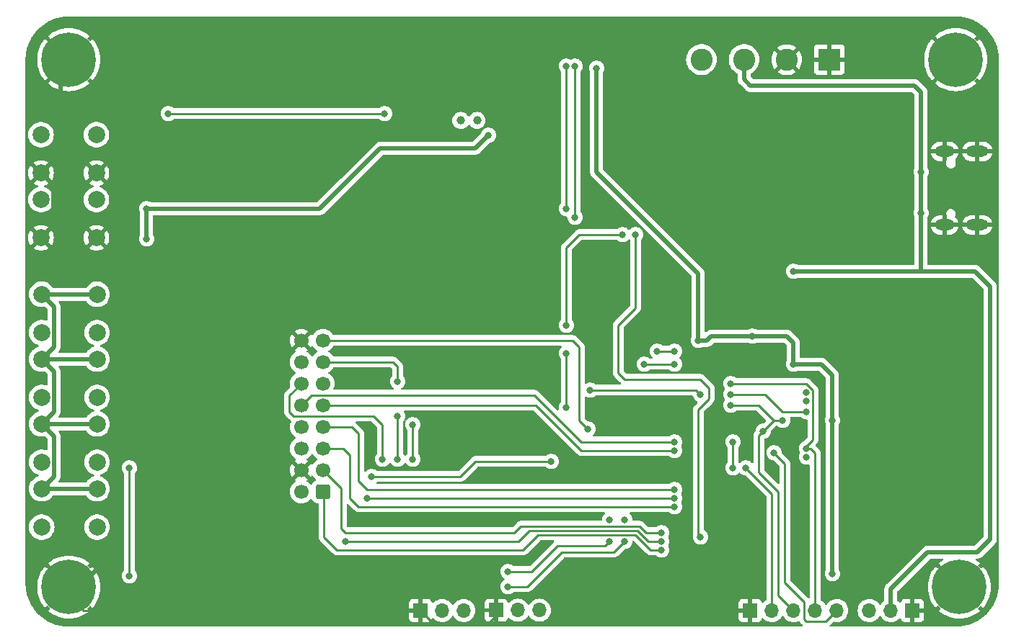
<source format=gbr>
%TF.GenerationSoftware,KiCad,Pcbnew,7.0.1*%
%TF.CreationDate,2023-04-28T22:50:49+01:00*%
%TF.ProjectId,clock25,636c6f63-6b32-4352-9e6b-696361645f70,rev?*%
%TF.SameCoordinates,Original*%
%TF.FileFunction,Copper,L2,Bot*%
%TF.FilePolarity,Positive*%
%FSLAX46Y46*%
G04 Gerber Fmt 4.6, Leading zero omitted, Abs format (unit mm)*
G04 Created by KiCad (PCBNEW 7.0.1) date 2023-04-28 22:50:49*
%MOMM*%
%LPD*%
G01*
G04 APERTURE LIST*
G04 Aperture macros list*
%AMRoundRect*
0 Rectangle with rounded corners*
0 $1 Rounding radius*
0 $2 $3 $4 $5 $6 $7 $8 $9 X,Y pos of 4 corners*
0 Add a 4 corners polygon primitive as box body*
4,1,4,$2,$3,$4,$5,$6,$7,$8,$9,$2,$3,0*
0 Add four circle primitives for the rounded corners*
1,1,$1+$1,$2,$3*
1,1,$1+$1,$4,$5*
1,1,$1+$1,$6,$7*
1,1,$1+$1,$8,$9*
0 Add four rect primitives between the rounded corners*
20,1,$1+$1,$2,$3,$4,$5,0*
20,1,$1+$1,$4,$5,$6,$7,0*
20,1,$1+$1,$6,$7,$8,$9,0*
20,1,$1+$1,$8,$9,$2,$3,0*%
G04 Aperture macros list end*
%TA.AperFunction,ComponentPad*%
%ADD10C,0.800000*%
%TD*%
%TA.AperFunction,ComponentPad*%
%ADD11C,6.400000*%
%TD*%
%TA.AperFunction,ComponentPad*%
%ADD12C,2.000000*%
%TD*%
%TA.AperFunction,ComponentPad*%
%ADD13R,1.700000X1.700000*%
%TD*%
%TA.AperFunction,ComponentPad*%
%ADD14O,1.700000X1.700000*%
%TD*%
%TA.AperFunction,ComponentPad*%
%ADD15O,2.600000X1.300000*%
%TD*%
%TA.AperFunction,ComponentPad*%
%ADD16O,2.300000X1.300000*%
%TD*%
%TA.AperFunction,ComponentPad*%
%ADD17C,1.000000*%
%TD*%
%TA.AperFunction,ComponentPad*%
%ADD18RoundRect,0.250000X0.600000X0.600000X-0.600000X0.600000X-0.600000X-0.600000X0.600000X-0.600000X0*%
%TD*%
%TA.AperFunction,ComponentPad*%
%ADD19C,1.700000*%
%TD*%
%TA.AperFunction,ComponentPad*%
%ADD20R,2.600000X2.600000*%
%TD*%
%TA.AperFunction,ComponentPad*%
%ADD21C,2.600000*%
%TD*%
%TA.AperFunction,ViaPad*%
%ADD22C,0.800000*%
%TD*%
%TA.AperFunction,Conductor*%
%ADD23C,0.250000*%
%TD*%
%TA.AperFunction,Conductor*%
%ADD24C,0.500000*%
%TD*%
G04 APERTURE END LIST*
D10*
%TO.P,REF\u002A\u002A,1*%
%TO.N,N/C*%
X195720000Y-69850000D03*
X196422944Y-68152944D03*
X196422944Y-71547056D03*
X198120000Y-67450000D03*
D11*
%TO.N,GND*%
X198120000Y-69850000D03*
D10*
%TO.N,N/C*%
X198120000Y-72250000D03*
X199817056Y-68152944D03*
X199817056Y-71547056D03*
X200520000Y-69850000D03*
%TD*%
D12*
%TO.P,SW4,1,1*%
%TO.N,+3V3*%
X90805000Y-105065000D03*
X97305000Y-105065000D03*
%TO.P,SW4,2,2*%
%TO.N,BTN_MINUTE*%
X90805000Y-109565000D03*
X97305000Y-109565000D03*
%TD*%
D13*
%TO.P,J8,1,Pin_1*%
%TO.N,GND*%
X135270000Y-134620000D03*
D14*
%TO.P,J8,2,Pin_2*%
%TO.N,SDA*%
X137810000Y-134620000D03*
%TO.P,J8,3,Pin_3*%
%TO.N,SCL*%
X140350000Y-134620000D03*
%TD*%
D15*
%TO.P,J1,S1,SHIELD*%
%TO.N,GND*%
X200660000Y-80640000D03*
D16*
X196835000Y-80640000D03*
D15*
X200660000Y-89280000D03*
D16*
X196835000Y-89280000D03*
%TD*%
D13*
%TO.P,J7,1,Pin_1*%
%TO.N,GND*%
X193040000Y-134620000D03*
D14*
%TO.P,J7,2,Pin_2*%
%TO.N,+5V*%
X190500000Y-134620000D03*
%TO.P,J7,3,Pin_3*%
%TO.N,+3V3*%
X187960000Y-134620000D03*
%TD*%
D17*
%TO.P,Y1,1,1*%
%TO.N,Net-(U3-OSCI)*%
X141920000Y-77005000D03*
%TO.P,Y1,2,2*%
%TO.N,Net-(U3-OSCO)*%
X140020000Y-77005000D03*
%TD*%
D10*
%TO.P,REF\u002A\u002A,1*%
%TO.N,N/C*%
X91580000Y-69850000D03*
X92282944Y-68152944D03*
X92282944Y-71547056D03*
X93980000Y-67450000D03*
D11*
%TO.N,GND*%
X93980000Y-69850000D03*
D10*
%TO.N,N/C*%
X93980000Y-72250000D03*
X95677056Y-68152944D03*
X95677056Y-71547056D03*
X96380000Y-69850000D03*
%TD*%
D12*
%TO.P,SW3,1,1*%
%TO.N,+3V3*%
X90805000Y-97445000D03*
X97305000Y-97445000D03*
%TO.P,SW3,2,2*%
%TO.N,BTN_HOUR*%
X90805000Y-101945000D03*
X97305000Y-101945000D03*
%TD*%
D13*
%TO.P,J9,1,Pin_1*%
%TO.N,GND*%
X173990000Y-134620000D03*
D14*
%TO.P,J9,2,Pin_2*%
%TO.N,SPI_SD_CS*%
X176530000Y-134620000D03*
%TO.P,J9,3,Pin_3*%
%TO.N,SPI_SCK*%
X179070000Y-134620000D03*
%TO.P,J9,4,Pin_4*%
%TO.N,SPI_MISO*%
X181610000Y-134620000D03*
%TO.P,J9,5,Pin_5*%
%TO.N,SPI_MOSI*%
X184150000Y-134620000D03*
%TD*%
D12*
%TO.P,SW5,1,1*%
%TO.N,+3V3*%
X90805000Y-112685000D03*
X97305000Y-112685000D03*
%TO.P,SW5,2,2*%
%TO.N,BTN_SCREEN*%
X90805000Y-117185000D03*
X97305000Y-117185000D03*
%TD*%
D10*
%TO.P,REF\u002A\u002A,1*%
%TO.N,N/C*%
X91580000Y-131872056D03*
X92282944Y-130175000D03*
X92282944Y-133569112D03*
X93980000Y-129472056D03*
D11*
%TO.N,GND*%
X93980000Y-131872056D03*
D10*
%TO.N,N/C*%
X93980000Y-134272056D03*
X95677056Y-130175000D03*
X95677056Y-133569112D03*
X96380000Y-131872056D03*
%TD*%
D12*
%TO.P,SW6,1,1*%
%TO.N,+3V3*%
X90805000Y-120305000D03*
X97305000Y-120305000D03*
%TO.P,SW6,2,2*%
%TO.N,BTN_REVERSE*%
X90805000Y-124805000D03*
X97305000Y-124805000D03*
%TD*%
%TO.P,SW2,1,1*%
%TO.N,ESP_IO0*%
X90730000Y-86305000D03*
X97230000Y-86305000D03*
%TO.P,SW2,2,2*%
%TO.N,GND*%
X90730000Y-90805000D03*
X97230000Y-90805000D03*
%TD*%
D18*
%TO.P,J2,1,Pin_1*%
%TO.N,HUB75_R1*%
X123825000Y-120650000D03*
D19*
%TO.P,J2,2,Pin_2*%
%TO.N,HUB75_G1*%
X121285000Y-120650000D03*
%TO.P,J2,3,Pin_3*%
%TO.N,HUB75_B1*%
X123825000Y-118110000D03*
%TO.P,J2,4,Pin_4*%
%TO.N,GND*%
X121285000Y-118110000D03*
%TO.P,J2,5,Pin_5*%
%TO.N,HUB75_R2*%
X123825000Y-115570000D03*
%TO.P,J2,6,Pin_6*%
%TO.N,HUB75_G2*%
X121285000Y-115570000D03*
%TO.P,J2,7,Pin_7*%
%TO.N,HUB75_B2*%
X123825000Y-113030000D03*
%TO.P,J2,8,Pin_8*%
%TO.N,HUB75_E*%
X121285000Y-113030000D03*
%TO.P,J2,9,Pin_9*%
%TO.N,HUB75_A*%
X123825000Y-110490000D03*
%TO.P,J2,10,Pin_10*%
%TO.N,HUB75_B*%
X121285000Y-110490000D03*
%TO.P,J2,11,Pin_11*%
%TO.N,HUB75_C*%
X123825000Y-107950000D03*
%TO.P,J2,12,Pin_12*%
%TO.N,HUB75_D*%
X121285000Y-107950000D03*
%TO.P,J2,13,Pin_13*%
%TO.N,HUB75_CLK*%
X123825000Y-105410000D03*
%TO.P,J2,14,Pin_14*%
%TO.N,HUB75_LAT*%
X121285000Y-105410000D03*
%TO.P,J2,15,Pin_15*%
%TO.N,HUB75_OE*%
X123825000Y-102870000D03*
%TO.P,J2,16,Pin_16*%
%TO.N,GND*%
X121285000Y-102870000D03*
%TD*%
D10*
%TO.P,REF\u002A\u002A,1*%
%TO.N,N/C*%
X196147056Y-131872056D03*
X196850000Y-130175000D03*
X196850000Y-133569112D03*
X198547056Y-129472056D03*
D11*
%TO.N,GND*%
X198547056Y-131872056D03*
D10*
%TO.N,N/C*%
X198547056Y-134272056D03*
X200244112Y-130175000D03*
X200244112Y-133569112D03*
X200947056Y-131872056D03*
%TD*%
D20*
%TO.P,J3,1,Pin_1*%
%TO.N,GND*%
X183275000Y-69850000D03*
D21*
%TO.P,J3,2,Pin_2*%
X178275000Y-69850000D03*
%TO.P,J3,3,Pin_3*%
%TO.N,+5V*%
X173275000Y-69850000D03*
%TO.P,J3,4,Pin_4*%
X168275000Y-69850000D03*
%TD*%
D12*
%TO.P,SW1,1,1*%
%TO.N,ESP_EN*%
X90730000Y-78685000D03*
X97230000Y-78685000D03*
%TO.P,SW1,2,2*%
%TO.N,GND*%
X90730000Y-83185000D03*
X97230000Y-83185000D03*
%TD*%
D13*
%TO.P,J5,1,Pin_1*%
%TO.N,GND*%
X144160000Y-134595000D03*
D14*
%TO.P,J5,2,Pin_2*%
%TO.N,ESP_RX*%
X146700000Y-134595000D03*
%TO.P,J5,3,Pin_3*%
%TO.N,ESP_TX*%
X149240000Y-134595000D03*
%TD*%
D22*
%TO.N,Net-(BT1-+)*%
X131064000Y-76200000D03*
X105664000Y-76200000D03*
%TO.N,GND*%
X180086000Y-123190000D03*
X129794000Y-107950000D03*
X99568000Y-113284000D03*
X137922000Y-82550000D03*
X141732000Y-107696000D03*
X148336000Y-128524000D03*
X140208000Y-124206000D03*
X139700000Y-113538000D03*
X99568000Y-105664000D03*
X144780000Y-86106000D03*
X99568000Y-120396000D03*
X99568000Y-98044000D03*
%TO.N,ESP_EN*%
X168148000Y-125984000D03*
X160528000Y-90424000D03*
%TO.N,+3V3*%
X174244000Y-102362000D03*
X101092000Y-130556000D03*
X183642000Y-112268000D03*
X183642000Y-130302000D03*
X179070000Y-105664000D03*
X101092000Y-117856000D03*
X167894000Y-102870000D03*
X103124000Y-87376000D03*
X143256000Y-78740000D03*
X103124000Y-90932000D03*
X155956000Y-70866000D03*
%TO.N,+5V*%
X179070000Y-94742000D03*
X194056000Y-83058000D03*
X194056000Y-87884000D03*
%TO.N,LED*%
X150622000Y-117094000D03*
X129540000Y-118872000D03*
%TO.N,HUB75_R1*%
X163576000Y-127508000D03*
%TO.N,HUB75_G1*%
X163576000Y-126492000D03*
X126492000Y-126492000D03*
%TO.N,HUB75_B1*%
X163576000Y-125476000D03*
%TO.N,HUB75_R2*%
X165100000Y-122428000D03*
%TO.N,HUB75_G2*%
X129032000Y-121412000D03*
X165100000Y-121412000D03*
%TO.N,HUB75_B2*%
X165100000Y-120396000D03*
%TO.N,HUB75_A*%
X165100000Y-115824000D03*
%TO.N,HUB75_B*%
X165100000Y-114808000D03*
%TO.N,HUB75_C*%
X168148000Y-109220000D03*
X155194000Y-108712000D03*
%TO.N,HUB75_D*%
X130810000Y-116840000D03*
%TO.N,HUB75_CLK*%
X132588000Y-116840000D03*
X132588000Y-107696000D03*
X132588000Y-111760000D03*
%TO.N,HUB75_LAT*%
X134366000Y-112776000D03*
X134366000Y-116840000D03*
%TO.N,HUB75_OE*%
X154940000Y-113284000D03*
%TO.N,SD_DAT2*%
X171958000Y-114808000D03*
X171958000Y-117856000D03*
X180594000Y-108966000D03*
%TO.N,SPI_SD_CS*%
X180594000Y-109982000D03*
X173482000Y-117856000D03*
%TO.N,SPI_MOSI*%
X180594000Y-111252000D03*
X176784000Y-116078000D03*
X171704000Y-109220000D03*
%TO.N,SPI_SCK*%
X177804299Y-112272299D03*
X171704000Y-110490000D03*
X175514000Y-113538000D03*
%TO.N,SPI_MISO*%
X171704000Y-107950000D03*
X180594000Y-115570000D03*
%TO.N,SD_DAT1*%
X180594000Y-116586000D03*
%TO.N,SDA*%
X157480000Y-123952000D03*
X157480000Y-126492000D03*
X161544000Y-105664000D03*
X165100000Y-105664000D03*
X153416000Y-70612000D03*
X153416000Y-88392000D03*
X145542000Y-130048000D03*
%TO.N,SCL*%
X159258000Y-123952000D03*
X163068000Y-104140000D03*
X159258000Y-126492000D03*
X165100000Y-104140000D03*
X145542000Y-131826000D03*
X152400000Y-87376000D03*
X152400000Y-70612000D03*
%TO.N,ESP_IO0*%
X152400000Y-104394000D03*
X152400000Y-101092000D03*
X152400000Y-110744000D03*
X159004000Y-90424000D03*
%TD*%
D23*
%TO.N,SPI_SCK*%
X177804299Y-112272299D02*
X176788299Y-112272299D01*
X176788299Y-112272299D02*
X176784000Y-112268000D01*
D24*
%TO.N,+5V*%
X179070000Y-94742000D02*
X194056000Y-94742000D01*
X194056000Y-94742000D02*
X200406000Y-94742000D01*
X194056000Y-87884000D02*
X194056000Y-94742000D01*
D23*
%TO.N,Net-(BT1-+)*%
X105664000Y-76200000D02*
X131064000Y-76200000D01*
D24*
%TO.N,GND*%
X92180000Y-89355000D02*
X90730000Y-90805000D01*
D23*
X143256000Y-136144000D02*
X136794000Y-136144000D01*
X144160000Y-135240000D02*
X143256000Y-136144000D01*
X95702639Y-134620000D02*
X93980000Y-132897361D01*
D24*
X92180000Y-84635000D02*
X92180000Y-89355000D01*
X144018000Y-82550000D02*
X137922000Y-82550000D01*
X99568000Y-93143000D02*
X97230000Y-90805000D01*
D23*
X136794000Y-136144000D02*
X135270000Y-134620000D01*
X148336000Y-128524000D02*
X145288000Y-128524000D01*
D24*
X99568000Y-113284000D02*
X99568000Y-120396000D01*
X99568000Y-120396000D02*
X99568000Y-127486138D01*
X93980000Y-69850000D02*
X93980000Y-71047918D01*
X99568000Y-98044000D02*
X99568000Y-105664000D01*
X99568000Y-127486138D02*
X96029138Y-131025000D01*
X144780000Y-86106000D02*
X144780000Y-83312000D01*
X94827056Y-131025000D02*
X93980000Y-131872056D01*
X93053500Y-71974418D02*
X93053500Y-80861500D01*
D23*
X93980000Y-132897361D02*
X93980000Y-131872056D01*
X135270000Y-134620000D02*
X95702639Y-134620000D01*
D24*
X99568000Y-98044000D02*
X99568000Y-93143000D01*
D23*
X144160000Y-134595000D02*
X144160000Y-135240000D01*
D24*
X96029138Y-131025000D02*
X94827056Y-131025000D01*
X90730000Y-83185000D02*
X92180000Y-84635000D01*
X90730000Y-83185000D02*
X93053500Y-80861500D01*
X93980000Y-71047918D02*
X93053500Y-71974418D01*
X144780000Y-83312000D02*
X144018000Y-82550000D01*
X99568000Y-105664000D02*
X99568000Y-113284000D01*
D23*
X144160000Y-129652000D02*
X144160000Y-134595000D01*
X145288000Y-128524000D02*
X144160000Y-129652000D01*
%TO.N,ESP_EN*%
X168148000Y-125984000D02*
X167894000Y-125730000D01*
X159258000Y-107442000D02*
X158496000Y-106680000D01*
X158496000Y-101092000D02*
X160528000Y-99060000D01*
X169164000Y-109728000D02*
X169164000Y-108458000D01*
X168148000Y-107442000D02*
X159258000Y-107442000D01*
X167894000Y-110998000D02*
X169164000Y-109728000D01*
X167894000Y-125730000D02*
X167894000Y-110998000D01*
X160528000Y-99060000D02*
X160528000Y-90424000D01*
X158496000Y-106680000D02*
X158496000Y-101092000D01*
X169164000Y-108458000D02*
X168148000Y-107442000D01*
D24*
%TO.N,+3V3*%
X92255000Y-103615000D02*
X92255000Y-98895000D01*
X132842000Y-80264000D02*
X141732000Y-80264000D01*
X167894000Y-94996000D02*
X155956000Y-83058000D01*
X168910000Y-102870000D02*
X169418000Y-102362000D01*
X90805000Y-112685000D02*
X92255000Y-111235000D01*
X130556000Y-80264000D02*
X132842000Y-80264000D01*
X178308000Y-102362000D02*
X179070000Y-103124000D01*
X174244000Y-102362000D02*
X169418000Y-102362000D01*
X174244000Y-102362000D02*
X178308000Y-102362000D01*
X182372000Y-105664000D02*
X183642000Y-106934000D01*
X123444000Y-87376000D02*
X126492000Y-84328000D01*
X103124000Y-87376000D02*
X103124000Y-90932000D01*
X141732000Y-80264000D02*
X143256000Y-78740000D01*
D23*
X101092000Y-130556000D02*
X101092000Y-117856000D01*
D24*
X183642000Y-106934000D02*
X183642000Y-112268000D01*
X183642000Y-112268000D02*
X183642000Y-130302000D01*
X167894000Y-102870000D02*
X167894000Y-94996000D01*
X179070000Y-103124000D02*
X179070000Y-105664000D01*
X155956000Y-83058000D02*
X155956000Y-70866000D01*
X97305000Y-112685000D02*
X90805000Y-112685000D01*
X90805000Y-120305000D02*
X92255000Y-118855000D01*
X92255000Y-98895000D02*
X90805000Y-97445000D01*
X92255000Y-106515000D02*
X90805000Y-105065000D01*
X97305000Y-105065000D02*
X90805000Y-105065000D01*
X92255000Y-111235000D02*
X92255000Y-106515000D01*
X90805000Y-105065000D02*
X92255000Y-103615000D01*
X103124000Y-87376000D02*
X123444000Y-87376000D01*
X167894000Y-102870000D02*
X168910000Y-102870000D01*
X126492000Y-84328000D02*
X130556000Y-80264000D01*
X97305000Y-120305000D02*
X90805000Y-120305000D01*
X97305000Y-97445000D02*
X90805000Y-97445000D01*
X179070000Y-105664000D02*
X182372000Y-105664000D01*
X92255000Y-118855000D02*
X92255000Y-114135000D01*
X92255000Y-114135000D02*
X90805000Y-112685000D01*
%TO.N,+5V*%
X194818000Y-127762000D02*
X190500000Y-132080000D01*
X194056000Y-73660000D02*
X193294000Y-72898000D01*
X194056000Y-83058000D02*
X194056000Y-73660000D01*
X200660000Y-127762000D02*
X194818000Y-127762000D01*
X194056000Y-83058000D02*
X194056000Y-87884000D01*
X200406000Y-94742000D02*
X202184000Y-96520000D01*
X173275000Y-72183000D02*
X173275000Y-69850000D01*
X202184000Y-126238000D02*
X200660000Y-127762000D01*
X190500000Y-132080000D02*
X190500000Y-134620000D01*
X173990000Y-72898000D02*
X173275000Y-72183000D01*
X202184000Y-96520000D02*
X202184000Y-126238000D01*
X193294000Y-72898000D02*
X173990000Y-72898000D01*
D23*
%TO.N,LED*%
X141732000Y-117094000D02*
X139954000Y-118872000D01*
X150622000Y-117094000D02*
X141732000Y-117094000D01*
X139954000Y-118872000D02*
X129540000Y-118872000D01*
%TO.N,HUB75_R1*%
X162306000Y-127508000D02*
X160528000Y-125730000D01*
X125476000Y-127508000D02*
X123952000Y-125984000D01*
X123952000Y-120777000D02*
X123825000Y-120650000D01*
X147320000Y-127508000D02*
X125476000Y-127508000D01*
X149098000Y-125730000D02*
X147320000Y-127508000D01*
X123952000Y-125984000D02*
X123952000Y-120777000D01*
X163576000Y-127508000D02*
X162306000Y-127508000D01*
X160528000Y-125730000D02*
X149098000Y-125730000D01*
%TO.N,HUB75_G1*%
X162052000Y-126492000D02*
X160782000Y-125222000D01*
X148082000Y-125222000D02*
X146812000Y-126492000D01*
X146812000Y-126492000D02*
X126492000Y-126492000D01*
X163576000Y-126492000D02*
X162052000Y-126492000D01*
X160782000Y-125222000D02*
X148082000Y-125222000D01*
%TO.N,HUB75_B1*%
X161798000Y-125476000D02*
X161036000Y-124714000D01*
X161036000Y-124714000D02*
X147066000Y-124714000D01*
X147066000Y-124714000D02*
X146304000Y-125476000D01*
X125984000Y-124968000D02*
X125984000Y-120269000D01*
X126492000Y-125476000D02*
X125984000Y-124968000D01*
X125984000Y-120269000D02*
X123825000Y-118110000D01*
X146304000Y-125476000D02*
X126492000Y-125476000D01*
X163576000Y-125476000D02*
X161798000Y-125476000D01*
%TO.N,HUB75_R2*%
X127000000Y-116332000D02*
X126238000Y-115570000D01*
X128016000Y-122428000D02*
X127000000Y-121412000D01*
X126238000Y-115570000D02*
X123825000Y-115570000D01*
X127000000Y-121412000D02*
X127000000Y-116332000D01*
X165100000Y-122428000D02*
X128016000Y-122428000D01*
%TO.N,HUB75_G2*%
X165100000Y-121412000D02*
X129032000Y-121412000D01*
%TO.N,HUB75_B2*%
X127254000Y-113030000D02*
X123825000Y-113030000D01*
X128016000Y-113792000D02*
X127254000Y-113030000D01*
X128016000Y-119380000D02*
X128016000Y-113792000D01*
X165100000Y-120396000D02*
X129032000Y-120396000D01*
X129032000Y-120396000D02*
X128016000Y-119380000D01*
%TO.N,HUB75_A*%
X154178000Y-115824000D02*
X165100000Y-115824000D01*
X123825000Y-110490000D02*
X148844000Y-110490000D01*
X148844000Y-110490000D02*
X154178000Y-115824000D01*
%TO.N,HUB75_B*%
X154178000Y-114808000D02*
X165100000Y-114808000D01*
X122460000Y-109315000D02*
X148685000Y-109315000D01*
X121285000Y-110490000D02*
X122460000Y-109315000D01*
X148685000Y-109315000D02*
X154178000Y-114808000D01*
%TO.N,HUB75_C*%
X168148000Y-109220000D02*
X167640000Y-108712000D01*
X167640000Y-108712000D02*
X155194000Y-108712000D01*
%TO.N,HUB75_D*%
X130810000Y-112776000D02*
X129794000Y-111760000D01*
X119888000Y-109347000D02*
X121285000Y-107950000D01*
X130810000Y-116840000D02*
X130810000Y-112776000D01*
X119888000Y-111252000D02*
X119888000Y-109347000D01*
X129794000Y-111760000D02*
X120396000Y-111760000D01*
X120396000Y-111760000D02*
X119888000Y-111252000D01*
%TO.N,HUB75_CLK*%
X132080000Y-105410000D02*
X132588000Y-105918000D01*
X132588000Y-116840000D02*
X132588000Y-111760000D01*
X123825000Y-105410000D02*
X132080000Y-105410000D01*
X132588000Y-105918000D02*
X132588000Y-107696000D01*
%TO.N,HUB75_LAT*%
X134366000Y-116840000D02*
X134366000Y-112776000D01*
%TO.N,HUB75_OE*%
X153924000Y-103632000D02*
X153162000Y-102870000D01*
X153924000Y-112268000D02*
X153924000Y-103632000D01*
X153162000Y-102870000D02*
X123825000Y-102870000D01*
X154940000Y-113284000D02*
X153924000Y-112268000D01*
%TO.N,SD_DAT2*%
X171958000Y-117856000D02*
X171958000Y-114808000D01*
%TO.N,SPI_SD_CS*%
X176530000Y-120904000D02*
X176530000Y-134620000D01*
X173482000Y-117856000D02*
X176530000Y-120904000D01*
%TO.N,SPI_MOSI*%
X180594000Y-135890000D02*
X180340000Y-135636000D01*
X182880000Y-135890000D02*
X180594000Y-135890000D01*
X175768000Y-109220000D02*
X171704000Y-109220000D01*
X180594000Y-111252000D02*
X177800000Y-111252000D01*
X180340000Y-133604000D02*
X178054000Y-131318000D01*
X178054000Y-131318000D02*
X178054000Y-117348000D01*
X184150000Y-134620000D02*
X182880000Y-135890000D01*
X180340000Y-135636000D02*
X180340000Y-133604000D01*
X177800000Y-111252000D02*
X175768000Y-109220000D01*
X178054000Y-117348000D02*
X176784000Y-116078000D01*
%TO.N,SPI_SCK*%
X175006000Y-114046000D02*
X175006000Y-118364000D01*
X175006000Y-110490000D02*
X171704000Y-110490000D01*
X175006000Y-118364000D02*
X177292000Y-120650000D01*
X176784000Y-112268000D02*
X175006000Y-110490000D01*
X175514000Y-113538000D02*
X175006000Y-114046000D01*
X177292000Y-132842000D02*
X179070000Y-134620000D01*
X175514000Y-113538000D02*
X176784000Y-112268000D01*
X177292000Y-120650000D02*
X177292000Y-132842000D01*
%TO.N,SPI_MISO*%
X181610000Y-116078000D02*
X181610000Y-134620000D01*
X171704000Y-107950000D02*
X180603305Y-107950000D01*
X180594000Y-115570000D02*
X181102000Y-115570000D01*
X181102000Y-115570000D02*
X181610000Y-116078000D01*
X181356000Y-114554000D02*
X180594000Y-115316000D01*
X181356000Y-108702695D02*
X181356000Y-114554000D01*
X180594000Y-115316000D02*
X180594000Y-115570000D01*
X180603305Y-107950000D02*
X181356000Y-108702695D01*
%TO.N,SDA*%
X145542000Y-130048000D02*
X148336000Y-130048000D01*
X151384000Y-127000000D02*
X156972000Y-127000000D01*
X156972000Y-127000000D02*
X157480000Y-126492000D01*
X153416000Y-88392000D02*
X153416000Y-70612000D01*
X161544000Y-105664000D02*
X165100000Y-105664000D01*
X148336000Y-130048000D02*
X151384000Y-127000000D01*
%TO.N,SCL*%
X165100000Y-104140000D02*
X163068000Y-104140000D01*
X151892000Y-127762000D02*
X147828000Y-131826000D01*
X147828000Y-131826000D02*
X145542000Y-131826000D01*
X152400000Y-87376000D02*
X152400000Y-70612000D01*
X157988000Y-127762000D02*
X151892000Y-127762000D01*
X159258000Y-126492000D02*
X157988000Y-127762000D01*
%TO.N,ESP_IO0*%
X152400000Y-110744000D02*
X152400000Y-104394000D01*
X152400000Y-101092000D02*
X152400000Y-91948000D01*
X152400000Y-91948000D02*
X153924000Y-90424000D01*
X153924000Y-90424000D02*
X159004000Y-90424000D01*
%TD*%
%TA.AperFunction,Conductor*%
%TO.N,GND*%
G36*
X199470514Y-130688077D02*
G01*
X199526409Y-130723686D01*
X199544930Y-130744256D01*
X199638238Y-130847886D01*
X199638241Y-130847888D01*
X199686744Y-130883127D01*
X199722046Y-130922854D01*
X199737475Y-130973715D01*
X199730193Y-131026362D01*
X199701538Y-131071125D01*
X198900609Y-131872056D01*
X199701538Y-132672985D01*
X199730193Y-132717747D01*
X199737475Y-132770394D01*
X199722047Y-132821254D01*
X199686744Y-132860983D01*
X199638240Y-132896223D01*
X199526409Y-133020424D01*
X199470514Y-133056033D01*
X199404261Y-133057768D01*
X199346579Y-133025132D01*
X198547056Y-132225609D01*
X197747532Y-133025131D01*
X197689849Y-133057767D01*
X197623597Y-133056032D01*
X197567701Y-133020423D01*
X197541456Y-132991276D01*
X197455871Y-132896224D01*
X197455411Y-132895890D01*
X197407368Y-132860984D01*
X197372064Y-132821255D01*
X197356635Y-132770395D01*
X197363917Y-132717747D01*
X197392572Y-132672985D01*
X198193503Y-131872057D01*
X198193503Y-131872056D01*
X197392573Y-131071126D01*
X197363918Y-131026363D01*
X197356636Y-130973716D01*
X197372065Y-130922856D01*
X197407369Y-130883127D01*
X197455870Y-130847889D01*
X197470041Y-130832151D01*
X197567702Y-130723687D01*
X197623597Y-130688078D01*
X197689849Y-130686343D01*
X197747532Y-130718979D01*
X198547056Y-131518503D01*
X198547057Y-131518503D01*
X199346579Y-130718978D01*
X199404262Y-130686342D01*
X199470514Y-130688077D01*
G37*
%TD.AperFunction*%
%TA.AperFunction,Conductor*%
G36*
X94903458Y-130688077D02*
G01*
X94959353Y-130723686D01*
X94977874Y-130744256D01*
X95071182Y-130847886D01*
X95071185Y-130847888D01*
X95119688Y-130883127D01*
X95154990Y-130922854D01*
X95170419Y-130973715D01*
X95163137Y-131026362D01*
X95134482Y-131071125D01*
X94333553Y-131872056D01*
X95134482Y-132672985D01*
X95163137Y-132717747D01*
X95170419Y-132770394D01*
X95154991Y-132821254D01*
X95119688Y-132860983D01*
X95071184Y-132896223D01*
X94959353Y-133020424D01*
X94903458Y-133056033D01*
X94837205Y-133057768D01*
X94779523Y-133025132D01*
X93980000Y-132225609D01*
X93180476Y-133025131D01*
X93122793Y-133057767D01*
X93056541Y-133056032D01*
X93000645Y-133020423D01*
X92974400Y-132991276D01*
X92888815Y-132896224D01*
X92888355Y-132895890D01*
X92840312Y-132860984D01*
X92805008Y-132821255D01*
X92789579Y-132770395D01*
X92796861Y-132717747D01*
X92825516Y-132672985D01*
X93626447Y-131872057D01*
X93626447Y-131872056D01*
X92825517Y-131071126D01*
X92796862Y-131026363D01*
X92789580Y-130973716D01*
X92805009Y-130922856D01*
X92840313Y-130883127D01*
X92888814Y-130847889D01*
X92902985Y-130832151D01*
X93000646Y-130723687D01*
X93056541Y-130688078D01*
X93122793Y-130686343D01*
X93180476Y-130718979D01*
X93980000Y-131518503D01*
X93980001Y-131518503D01*
X94779523Y-130718978D01*
X94837206Y-130686342D01*
X94903458Y-130688077D01*
G37*
%TD.AperFunction*%
%TA.AperFunction,Conductor*%
G36*
X126771818Y-122087521D02*
G01*
X126821180Y-122117770D01*
X127319665Y-122616256D01*
X127515196Y-122811787D01*
X127528096Y-122827888D01*
X127579223Y-122875900D01*
X127582020Y-122878611D01*
X127601529Y-122898120D01*
X127604711Y-122900588D01*
X127613571Y-122908155D01*
X127645418Y-122938062D01*
X127662972Y-122947712D01*
X127679236Y-122958396D01*
X127690972Y-122967499D01*
X127695064Y-122970673D01*
X127719909Y-122981424D01*
X127735152Y-122988021D01*
X127745631Y-122993154D01*
X127783908Y-123014197D01*
X127803306Y-123019177D01*
X127821708Y-123025477D01*
X127840104Y-123033438D01*
X127883261Y-123040273D01*
X127894664Y-123042634D01*
X127936981Y-123053500D01*
X127957016Y-123053500D01*
X127976413Y-123055026D01*
X127996196Y-123058160D01*
X128039674Y-123054050D01*
X128051344Y-123053500D01*
X156803024Y-123053500D01*
X156862761Y-123068838D01*
X156907721Y-123111057D01*
X156926779Y-123169714D01*
X156915223Y-123230296D01*
X156875910Y-123277818D01*
X156874128Y-123279112D01*
X156747466Y-123419783D01*
X156652820Y-123583715D01*
X156594326Y-123763742D01*
X156573178Y-123964961D01*
X156572144Y-123964852D01*
X156562622Y-124018857D01*
X156516882Y-124069658D01*
X156451171Y-124088500D01*
X147148744Y-124088500D01*
X147128236Y-124086235D01*
X147058113Y-124088439D01*
X147054219Y-124088500D01*
X147026650Y-124088500D01*
X147022671Y-124089002D01*
X147011041Y-124089917D01*
X146967372Y-124091289D01*
X146948128Y-124096880D01*
X146929084Y-124100824D01*
X146909208Y-124103335D01*
X146868600Y-124119413D01*
X146857554Y-124123194D01*
X146815610Y-124135382D01*
X146815607Y-124135383D01*
X146798365Y-124145579D01*
X146780904Y-124154133D01*
X146762267Y-124161512D01*
X146726931Y-124187185D01*
X146717174Y-124193595D01*
X146679580Y-124215829D01*
X146665413Y-124229996D01*
X146650624Y-124242626D01*
X146634413Y-124254404D01*
X146606572Y-124288058D01*
X146598711Y-124296697D01*
X146081228Y-124814181D01*
X146041000Y-124841061D01*
X145993547Y-124850500D01*
X126802453Y-124850500D01*
X126755000Y-124841061D01*
X126714772Y-124814181D01*
X126645819Y-124745228D01*
X126618939Y-124705000D01*
X126609500Y-124657547D01*
X126609500Y-122205452D01*
X126623015Y-122149157D01*
X126660615Y-122105134D01*
X126714102Y-122082979D01*
X126771818Y-122087521D01*
G37*
%TD.AperFunction*%
%TA.AperFunction,Conductor*%
G36*
X151782761Y-103510838D02*
G01*
X151827721Y-103553057D01*
X151846779Y-103611714D01*
X151835223Y-103672296D01*
X151795910Y-103719818D01*
X151794128Y-103721112D01*
X151667466Y-103861783D01*
X151572820Y-104025715D01*
X151514326Y-104205742D01*
X151494540Y-104394000D01*
X151514326Y-104582257D01*
X151572820Y-104762284D01*
X151667464Y-104926213D01*
X151667467Y-104926216D01*
X151742652Y-105009717D01*
X151766264Y-105048249D01*
X151774500Y-105092687D01*
X151774500Y-110045313D01*
X151766264Y-110089751D01*
X151742652Y-110128282D01*
X151712303Y-110161989D01*
X151667464Y-110211786D01*
X151572820Y-110375715D01*
X151514326Y-110555742D01*
X151501575Y-110677063D01*
X151494540Y-110744000D01*
X151514326Y-110932256D01*
X151514326Y-110932258D01*
X151515689Y-110945218D01*
X151513251Y-110945474D01*
X151515417Y-110991516D01*
X151484792Y-111049345D01*
X151428995Y-111083532D01*
X151363565Y-111084558D01*
X151306726Y-111052135D01*
X149185802Y-108931211D01*
X149172906Y-108915113D01*
X149121775Y-108867098D01*
X149118978Y-108864387D01*
X149099470Y-108844879D01*
X149096290Y-108842412D01*
X149087424Y-108834839D01*
X149055582Y-108804938D01*
X149038024Y-108795285D01*
X149021764Y-108784604D01*
X149005936Y-108772327D01*
X148965851Y-108754980D01*
X148955361Y-108749841D01*
X148917091Y-108728802D01*
X148897691Y-108723821D01*
X148879284Y-108717519D01*
X148860897Y-108709562D01*
X148817758Y-108702729D01*
X148806324Y-108700361D01*
X148764019Y-108689500D01*
X148743984Y-108689500D01*
X148724586Y-108687973D01*
X148717162Y-108686797D01*
X148704805Y-108684840D01*
X148704804Y-108684840D01*
X148678495Y-108687327D01*
X148661325Y-108688950D01*
X148649656Y-108689500D01*
X133134220Y-108689500D01*
X133074483Y-108674162D01*
X133029523Y-108631943D01*
X133010465Y-108573286D01*
X133022021Y-108512703D01*
X133061334Y-108465182D01*
X133193872Y-108368887D01*
X133320533Y-108228216D01*
X133415179Y-108064284D01*
X133436530Y-107998573D01*
X133473674Y-107884256D01*
X133493460Y-107696000D01*
X133473674Y-107507744D01*
X133435410Y-107389980D01*
X133415179Y-107327715D01*
X133320535Y-107163786D01*
X133298601Y-107139426D01*
X133245347Y-107080282D01*
X133221736Y-107041751D01*
X133213500Y-106997313D01*
X133213500Y-106000740D01*
X133215763Y-105980236D01*
X133213561Y-105910144D01*
X133213500Y-105906250D01*
X133213500Y-105878657D01*
X133213500Y-105878650D01*
X133212995Y-105874653D01*
X133212080Y-105863023D01*
X133211742Y-105852256D01*
X133210709Y-105819372D01*
X133205119Y-105800134D01*
X133201174Y-105781082D01*
X133198664Y-105761208D01*
X133182578Y-105720581D01*
X133178805Y-105709560D01*
X133166617Y-105667610D01*
X133156421Y-105650369D01*
X133147863Y-105632902D01*
X133140486Y-105614268D01*
X133114798Y-105578912D01*
X133108409Y-105569184D01*
X133086170Y-105531579D01*
X133072005Y-105517414D01*
X133059369Y-105502620D01*
X133047595Y-105486414D01*
X133034697Y-105475744D01*
X133013935Y-105458568D01*
X133005305Y-105450714D01*
X132580802Y-105026211D01*
X132567906Y-105010113D01*
X132516775Y-104962098D01*
X132513978Y-104959387D01*
X132494470Y-104939879D01*
X132491290Y-104937412D01*
X132482424Y-104929839D01*
X132450582Y-104899938D01*
X132433024Y-104890285D01*
X132416764Y-104879604D01*
X132400936Y-104867327D01*
X132360851Y-104849980D01*
X132350361Y-104844841D01*
X132312091Y-104823802D01*
X132292691Y-104818821D01*
X132274284Y-104812519D01*
X132255897Y-104804562D01*
X132212758Y-104797729D01*
X132201324Y-104795361D01*
X132159019Y-104784500D01*
X132138984Y-104784500D01*
X132119586Y-104782973D01*
X132112162Y-104781797D01*
X132099805Y-104779840D01*
X132099804Y-104779840D01*
X132066751Y-104782964D01*
X132056325Y-104783950D01*
X132044656Y-104784500D01*
X125100226Y-104784500D01*
X125042969Y-104770489D01*
X124998651Y-104731623D01*
X124863495Y-104538599D01*
X124696401Y-104371505D01*
X124510839Y-104241573D01*
X124471975Y-104197257D01*
X124457964Y-104140000D01*
X124471975Y-104082743D01*
X124510839Y-104038426D01*
X124696401Y-103908495D01*
X124863495Y-103741401D01*
X124998653Y-103548374D01*
X125042970Y-103509511D01*
X125100227Y-103495500D01*
X151723024Y-103495500D01*
X151782761Y-103510838D01*
G37*
%TD.AperFunction*%
%TA.AperFunction,Conductor*%
G36*
X131817000Y-106044939D02*
G01*
X131857229Y-106071819D01*
X131926182Y-106140773D01*
X131953061Y-106181002D01*
X131962500Y-106228454D01*
X131962500Y-106997313D01*
X131954264Y-107041751D01*
X131930652Y-107080282D01*
X131897545Y-107117051D01*
X131855464Y-107163786D01*
X131760820Y-107327715D01*
X131702326Y-107507742D01*
X131682540Y-107696000D01*
X131702326Y-107884257D01*
X131760820Y-108064284D01*
X131855466Y-108228216D01*
X131982127Y-108368887D01*
X132114666Y-108465182D01*
X132153979Y-108512703D01*
X132165535Y-108573286D01*
X132146477Y-108631943D01*
X132101517Y-108674162D01*
X132041780Y-108689500D01*
X125164919Y-108689500D01*
X125105276Y-108674214D01*
X125060338Y-108632125D01*
X125041184Y-108573610D01*
X125052537Y-108513095D01*
X125056177Y-108505289D01*
X125098903Y-108413663D01*
X125160063Y-108185408D01*
X125180659Y-107950000D01*
X125160063Y-107714592D01*
X125098903Y-107486337D01*
X124999035Y-107272171D01*
X124863495Y-107078599D01*
X124696401Y-106911505D01*
X124510839Y-106781573D01*
X124471975Y-106737257D01*
X124457964Y-106680000D01*
X124471975Y-106622743D01*
X124510839Y-106578426D01*
X124696401Y-106448495D01*
X124863495Y-106281401D01*
X124998653Y-106088374D01*
X125042970Y-106049511D01*
X125100227Y-106035500D01*
X131769547Y-106035500D01*
X131817000Y-106044939D01*
G37*
%TD.AperFunction*%
%TA.AperFunction,Conductor*%
G36*
X199043458Y-68666021D02*
G01*
X199099353Y-68701630D01*
X199127459Y-68732845D01*
X199211182Y-68825830D01*
X199211185Y-68825832D01*
X199259688Y-68861071D01*
X199294990Y-68900798D01*
X199310419Y-68951659D01*
X199303137Y-69004306D01*
X199274482Y-69049069D01*
X198473553Y-69850000D01*
X199274482Y-70650929D01*
X199303137Y-70695691D01*
X199310419Y-70748338D01*
X199294991Y-70799198D01*
X199259688Y-70838927D01*
X199211184Y-70874167D01*
X199099353Y-70998368D01*
X199043458Y-71033977D01*
X198977205Y-71035712D01*
X198919523Y-71003076D01*
X198120000Y-70203553D01*
X197320476Y-71003075D01*
X197262793Y-71035711D01*
X197196541Y-71033976D01*
X197140645Y-70998367D01*
X197082823Y-70934150D01*
X197028815Y-70874168D01*
X197028811Y-70874165D01*
X196980312Y-70838928D01*
X196945008Y-70799199D01*
X196929579Y-70748339D01*
X196936861Y-70695691D01*
X196965516Y-70650929D01*
X197766447Y-69850001D01*
X197766447Y-69849999D01*
X196965517Y-69049070D01*
X196936862Y-69004307D01*
X196929580Y-68951660D01*
X196945009Y-68900800D01*
X196980313Y-68861071D01*
X197028814Y-68825833D01*
X197069740Y-68780380D01*
X197140646Y-68701631D01*
X197196541Y-68666022D01*
X197262793Y-68664287D01*
X197320476Y-68696923D01*
X198120000Y-69496447D01*
X198120001Y-69496447D01*
X198919523Y-68696922D01*
X198977206Y-68664286D01*
X199043458Y-68666021D01*
G37*
%TD.AperFunction*%
%TA.AperFunction,Conductor*%
G36*
X94903458Y-68666021D02*
G01*
X94959353Y-68701630D01*
X94987459Y-68732845D01*
X95071182Y-68825830D01*
X95071185Y-68825832D01*
X95119688Y-68861071D01*
X95154990Y-68900798D01*
X95170419Y-68951659D01*
X95163137Y-69004306D01*
X95134482Y-69049069D01*
X94333553Y-69850000D01*
X95134482Y-70650929D01*
X95163137Y-70695691D01*
X95170419Y-70748338D01*
X95154991Y-70799198D01*
X95119688Y-70838927D01*
X95071184Y-70874167D01*
X94959353Y-70998368D01*
X94903458Y-71033977D01*
X94837205Y-71035712D01*
X94779523Y-71003076D01*
X93980000Y-70203553D01*
X93180476Y-71003075D01*
X93122793Y-71035711D01*
X93056541Y-71033976D01*
X93000645Y-70998367D01*
X92942823Y-70934150D01*
X92888815Y-70874168D01*
X92888811Y-70874165D01*
X92840312Y-70838928D01*
X92805008Y-70799199D01*
X92789579Y-70748339D01*
X92796861Y-70695691D01*
X92825516Y-70650929D01*
X93626447Y-69850001D01*
X93626447Y-69850000D01*
X92825517Y-69049070D01*
X92796862Y-69004307D01*
X92789580Y-68951660D01*
X92805009Y-68900800D01*
X92840313Y-68861071D01*
X92888814Y-68825833D01*
X92929740Y-68780380D01*
X93000646Y-68701631D01*
X93056541Y-68666022D01*
X93122793Y-68664287D01*
X93180476Y-68696923D01*
X93980000Y-69496447D01*
X93980001Y-69496447D01*
X94779523Y-68696922D01*
X94837206Y-68664286D01*
X94903458Y-68666021D01*
G37*
%TD.AperFunction*%
%TA.AperFunction,Conductor*%
G36*
X198122562Y-64770605D02*
G01*
X198337373Y-64779490D01*
X198540249Y-64788348D01*
X198550120Y-64789177D01*
X198765510Y-64816026D01*
X198765963Y-64816084D01*
X198968504Y-64842749D01*
X198977718Y-64844319D01*
X199189797Y-64888787D01*
X199190827Y-64889009D01*
X199390566Y-64933290D01*
X199399092Y-64935502D01*
X199536957Y-64976546D01*
X199606503Y-64997251D01*
X199608407Y-64997835D01*
X199659925Y-65014078D01*
X199803404Y-65059316D01*
X199811119Y-65062034D01*
X200012754Y-65140712D01*
X200015027Y-65141626D01*
X200203987Y-65219896D01*
X200210965Y-65223043D01*
X200405405Y-65318098D01*
X200408080Y-65319449D01*
X200498300Y-65366415D01*
X200589482Y-65413882D01*
X200595698Y-65417348D01*
X200781533Y-65528081D01*
X200784685Y-65530024D01*
X200957116Y-65639875D01*
X200962545Y-65643538D01*
X201138570Y-65769218D01*
X201142002Y-65771759D01*
X201304219Y-65896232D01*
X201308874Y-65899985D01*
X201473920Y-66039771D01*
X201477552Y-66042972D01*
X201628327Y-66181132D01*
X201632235Y-66184873D01*
X201785125Y-66337763D01*
X201788866Y-66341671D01*
X201927026Y-66492446D01*
X201930227Y-66496078D01*
X202070013Y-66661124D01*
X202073766Y-66665779D01*
X202198239Y-66827996D01*
X202200780Y-66831428D01*
X202326460Y-67007453D01*
X202330123Y-67012882D01*
X202439974Y-67185313D01*
X202441917Y-67188465D01*
X202552650Y-67374300D01*
X202556116Y-67380516D01*
X202650534Y-67561889D01*
X202651931Y-67564657D01*
X202704513Y-67672214D01*
X202746942Y-67759004D01*
X202750102Y-67766011D01*
X202828351Y-67954920D01*
X202829307Y-67957298D01*
X202907949Y-68158838D01*
X202910693Y-68166627D01*
X202972163Y-68361591D01*
X202972747Y-68363495D01*
X203034494Y-68570898D01*
X203036710Y-68579441D01*
X203080949Y-68778987D01*
X203081249Y-68780380D01*
X203125675Y-68992260D01*
X203127253Y-69001521D01*
X203153887Y-69203829D01*
X203153996Y-69204676D01*
X203180818Y-69419849D01*
X203181652Y-69429778D01*
X203190512Y-69632701D01*
X203190524Y-69632986D01*
X203199394Y-69847438D01*
X203199500Y-69852562D01*
X203199500Y-131442438D01*
X203199394Y-131447562D01*
X203190524Y-131662013D01*
X203190512Y-131662298D01*
X203181652Y-131865220D01*
X203180818Y-131875149D01*
X203153996Y-132090322D01*
X203153887Y-132091169D01*
X203127253Y-132293477D01*
X203125675Y-132302738D01*
X203081249Y-132514618D01*
X203080949Y-132516011D01*
X203036710Y-132715557D01*
X203034494Y-132724100D01*
X202972747Y-132931503D01*
X202972163Y-132933407D01*
X202910693Y-133128371D01*
X202907949Y-133136160D01*
X202829307Y-133337700D01*
X202828351Y-133340078D01*
X202750102Y-133528987D01*
X202746942Y-133535994D01*
X202651946Y-133730312D01*
X202650534Y-133733109D01*
X202556116Y-133914482D01*
X202552650Y-133920698D01*
X202441917Y-134106533D01*
X202439974Y-134109685D01*
X202330123Y-134282116D01*
X202326460Y-134287545D01*
X202200780Y-134463570D01*
X202198239Y-134467002D01*
X202073766Y-134629219D01*
X202070013Y-134633874D01*
X201930227Y-134798920D01*
X201927026Y-134802552D01*
X201788866Y-134953327D01*
X201785125Y-134957235D01*
X201632235Y-135110125D01*
X201628327Y-135113866D01*
X201477552Y-135252026D01*
X201473920Y-135255227D01*
X201308874Y-135395013D01*
X201304219Y-135398766D01*
X201142002Y-135523239D01*
X201138570Y-135525780D01*
X200962545Y-135651460D01*
X200957116Y-135655123D01*
X200784685Y-135764974D01*
X200781533Y-135766917D01*
X200595698Y-135877650D01*
X200589482Y-135881116D01*
X200408109Y-135975534D01*
X200405312Y-135976946D01*
X200210994Y-136071942D01*
X200203987Y-136075102D01*
X200015078Y-136153351D01*
X200012700Y-136154307D01*
X199811160Y-136232949D01*
X199803371Y-136235693D01*
X199608407Y-136297163D01*
X199606503Y-136297747D01*
X199399100Y-136359494D01*
X199390557Y-136361710D01*
X199191011Y-136405949D01*
X199189618Y-136406249D01*
X198977738Y-136450675D01*
X198968477Y-136452253D01*
X198766169Y-136478887D01*
X198765322Y-136478996D01*
X198550149Y-136505818D01*
X198540220Y-136506652D01*
X198337408Y-136515507D01*
X198337124Y-136515519D01*
X198122563Y-136524394D01*
X198117438Y-136524500D01*
X183430405Y-136524500D01*
X183363966Y-136505199D01*
X183318210Y-136453305D01*
X183307381Y-136384972D01*
X183334850Y-136321473D01*
X183337347Y-136318454D01*
X183339427Y-136315939D01*
X183347279Y-136307309D01*
X183694353Y-135960235D01*
X183749939Y-135928143D01*
X183814126Y-135928143D01*
X183914592Y-135955063D01*
X184071530Y-135968793D01*
X184149999Y-135975659D01*
X184149999Y-135975658D01*
X184150000Y-135975659D01*
X184385408Y-135955063D01*
X184613663Y-135893903D01*
X184827830Y-135794035D01*
X185021401Y-135658495D01*
X185188495Y-135491401D01*
X185324035Y-135297830D01*
X185423903Y-135083663D01*
X185485063Y-134855408D01*
X185505659Y-134620000D01*
X185485063Y-134384592D01*
X185423903Y-134156337D01*
X185324035Y-133942171D01*
X185188495Y-133748599D01*
X185021401Y-133581505D01*
X184827830Y-133445965D01*
X184613663Y-133346097D01*
X184520361Y-133321097D01*
X184385407Y-133284936D01*
X184150000Y-133264340D01*
X183914592Y-133284936D01*
X183686336Y-133346097D01*
X183472170Y-133445965D01*
X183278598Y-133581505D01*
X183111505Y-133748598D01*
X182981575Y-133934159D01*
X182937257Y-133973025D01*
X182880000Y-133987036D01*
X182822743Y-133973025D01*
X182778425Y-133934159D01*
X182757148Y-133903772D01*
X182648495Y-133748599D01*
X182481401Y-133581505D01*
X182288374Y-133446346D01*
X182249511Y-133402030D01*
X182235500Y-133344773D01*
X182235500Y-116160740D01*
X182237763Y-116140236D01*
X182235561Y-116070144D01*
X182235500Y-116066250D01*
X182235500Y-116038657D01*
X182235500Y-116038650D01*
X182234995Y-116034653D01*
X182234080Y-116023023D01*
X182232709Y-115979372D01*
X182227119Y-115960134D01*
X182223174Y-115941082D01*
X182222820Y-115938283D01*
X182220664Y-115921208D01*
X182204578Y-115880581D01*
X182200805Y-115869560D01*
X182188617Y-115827610D01*
X182178421Y-115810369D01*
X182169863Y-115792902D01*
X182162486Y-115774268D01*
X182136798Y-115738912D01*
X182130409Y-115729184D01*
X182108170Y-115691579D01*
X182094006Y-115677414D01*
X182081369Y-115662620D01*
X182069595Y-115646414D01*
X182056697Y-115635744D01*
X182035935Y-115618568D01*
X182027305Y-115610714D01*
X181693271Y-115276680D01*
X181661177Y-115221093D01*
X181661177Y-115156906D01*
X181693270Y-115101319D01*
X181704759Y-115089830D01*
X181739785Y-115054803D01*
X181755887Y-115041904D01*
X181757874Y-115039787D01*
X181757877Y-115039786D01*
X181803932Y-114990741D01*
X181806613Y-114987976D01*
X181810787Y-114983802D01*
X181826120Y-114968470D01*
X181828581Y-114965295D01*
X181836152Y-114956431D01*
X181866062Y-114924582D01*
X181875713Y-114907026D01*
X181886393Y-114890767D01*
X181898674Y-114874936D01*
X181916018Y-114834851D01*
X181921160Y-114824356D01*
X181930152Y-114808000D01*
X181942197Y-114786092D01*
X181947178Y-114766688D01*
X181953480Y-114748283D01*
X181961438Y-114729895D01*
X181968270Y-114686748D01*
X181970639Y-114675316D01*
X181981500Y-114633020D01*
X181981500Y-114612984D01*
X181983027Y-114593585D01*
X181986160Y-114573804D01*
X181982050Y-114530325D01*
X181981500Y-114518656D01*
X181981500Y-108785435D01*
X181983763Y-108764931D01*
X181983450Y-108754980D01*
X181981561Y-108694839D01*
X181981500Y-108690945D01*
X181981500Y-108663352D01*
X181981500Y-108663345D01*
X181980995Y-108659348D01*
X181980080Y-108647718D01*
X181978709Y-108604067D01*
X181973119Y-108584829D01*
X181969174Y-108565777D01*
X181966664Y-108545903D01*
X181953519Y-108512703D01*
X181950578Y-108505276D01*
X181946805Y-108494255D01*
X181934617Y-108452305D01*
X181924421Y-108435064D01*
X181915863Y-108417597D01*
X181908486Y-108398963D01*
X181882798Y-108363607D01*
X181876409Y-108353879D01*
X181854170Y-108316274D01*
X181840006Y-108302109D01*
X181827369Y-108287315D01*
X181815595Y-108271109D01*
X181815594Y-108271108D01*
X181781935Y-108243263D01*
X181773305Y-108235409D01*
X181104107Y-107566211D01*
X181091211Y-107550113D01*
X181040080Y-107502098D01*
X181037283Y-107499387D01*
X181017775Y-107479879D01*
X181014595Y-107477412D01*
X181005729Y-107469839D01*
X180973887Y-107439938D01*
X180956329Y-107430285D01*
X180940069Y-107419604D01*
X180924241Y-107407327D01*
X180884156Y-107389980D01*
X180873666Y-107384841D01*
X180835396Y-107363802D01*
X180815996Y-107358821D01*
X180797589Y-107352519D01*
X180779202Y-107344562D01*
X180736063Y-107337729D01*
X180724629Y-107335361D01*
X180682324Y-107324500D01*
X180662289Y-107324500D01*
X180642891Y-107322973D01*
X180635467Y-107321797D01*
X180623110Y-107319840D01*
X180623109Y-107319840D01*
X180590056Y-107322964D01*
X180579630Y-107323950D01*
X180567961Y-107324500D01*
X172407747Y-107324500D01*
X172357312Y-107313780D01*
X172315598Y-107283473D01*
X172309871Y-107277112D01*
X172156730Y-107165849D01*
X172156729Y-107165848D01*
X172156727Y-107165847D01*
X171983802Y-107088855D01*
X171798648Y-107049500D01*
X171798646Y-107049500D01*
X171609354Y-107049500D01*
X171609352Y-107049500D01*
X171424197Y-107088855D01*
X171251269Y-107165848D01*
X171098129Y-107277110D01*
X170971466Y-107417783D01*
X170876820Y-107581715D01*
X170818326Y-107761742D01*
X170798540Y-107950000D01*
X170818326Y-108138257D01*
X170876820Y-108318284D01*
X170971466Y-108482215D01*
X170989304Y-108502026D01*
X171017471Y-108554999D01*
X171017472Y-108614995D01*
X170989307Y-108667969D01*
X170971466Y-108687783D01*
X170876820Y-108851715D01*
X170818326Y-109031742D01*
X170798540Y-109219999D01*
X170818326Y-109408257D01*
X170876820Y-109588284D01*
X170971466Y-109752216D01*
X170989305Y-109772028D01*
X171017472Y-109825002D01*
X171017472Y-109884998D01*
X170989305Y-109937972D01*
X170971466Y-109957783D01*
X170876820Y-110121715D01*
X170818326Y-110301742D01*
X170798540Y-110490000D01*
X170818326Y-110678257D01*
X170876820Y-110858284D01*
X170971466Y-111022216D01*
X171098129Y-111162889D01*
X171251269Y-111274151D01*
X171424197Y-111351144D01*
X171609352Y-111390500D01*
X171609354Y-111390500D01*
X171798646Y-111390500D01*
X171798648Y-111390500D01*
X171954027Y-111357473D01*
X171983803Y-111351144D01*
X172156730Y-111274151D01*
X172309871Y-111162888D01*
X172315598Y-111156526D01*
X172357312Y-111126220D01*
X172407747Y-111115500D01*
X174695548Y-111115500D01*
X174743001Y-111124939D01*
X174783229Y-111151819D01*
X175811728Y-112180318D01*
X175843822Y-112235905D01*
X175843822Y-112300092D01*
X175811728Y-112355680D01*
X175566228Y-112601181D01*
X175526000Y-112628061D01*
X175478547Y-112637500D01*
X175419352Y-112637500D01*
X175234197Y-112676855D01*
X175061269Y-112753848D01*
X174908129Y-112865110D01*
X174781466Y-113005783D01*
X174686820Y-113169715D01*
X174628326Y-113349742D01*
X174610829Y-113516215D01*
X174600253Y-113554873D01*
X174577898Y-113588139D01*
X174558097Y-113609224D01*
X174555392Y-113612016D01*
X174535874Y-113631534D01*
X174533415Y-113634705D01*
X174525842Y-113643572D01*
X174495935Y-113675420D01*
X174486285Y-113692974D01*
X174475609Y-113709228D01*
X174463326Y-113725063D01*
X174445975Y-113765158D01*
X174440838Y-113775644D01*
X174419802Y-113813907D01*
X174414821Y-113833309D01*
X174408520Y-113851711D01*
X174400561Y-113870102D01*
X174393728Y-113913242D01*
X174391360Y-113924674D01*
X174380500Y-113966978D01*
X174380500Y-113987016D01*
X174378973Y-114006415D01*
X174375840Y-114026194D01*
X174379950Y-114069675D01*
X174380500Y-114081344D01*
X174380500Y-117185078D01*
X174366389Y-117242527D01*
X174327269Y-117286900D01*
X174272041Y-117308100D01*
X174213277Y-117301301D01*
X174164350Y-117268050D01*
X174087870Y-117183110D01*
X173934730Y-117071848D01*
X173761802Y-116994855D01*
X173576648Y-116955500D01*
X173576646Y-116955500D01*
X173387354Y-116955500D01*
X173387352Y-116955500D01*
X173202197Y-116994855D01*
X173029269Y-117071848D01*
X172876129Y-117183111D01*
X172812148Y-117254168D01*
X172754177Y-117290392D01*
X172685818Y-117290391D01*
X172627849Y-117254166D01*
X172615348Y-117240283D01*
X172591736Y-117201750D01*
X172583500Y-117157313D01*
X172583500Y-115506687D01*
X172591736Y-115462249D01*
X172615347Y-115423717D01*
X172690533Y-115340216D01*
X172727216Y-115276680D01*
X172785179Y-115176284D01*
X172807906Y-115106337D01*
X172843674Y-114996256D01*
X172863460Y-114808000D01*
X172843674Y-114619744D01*
X172785179Y-114439716D01*
X172785179Y-114439715D01*
X172690533Y-114275783D01*
X172563870Y-114135110D01*
X172410730Y-114023848D01*
X172237802Y-113946855D01*
X172052648Y-113907500D01*
X172052646Y-113907500D01*
X171863354Y-113907500D01*
X171863352Y-113907500D01*
X171678197Y-113946855D01*
X171505269Y-114023848D01*
X171352129Y-114135110D01*
X171225466Y-114275783D01*
X171130820Y-114439715D01*
X171072326Y-114619742D01*
X171052540Y-114808000D01*
X171072326Y-114996257D01*
X171130820Y-115176284D01*
X171225464Y-115340213D01*
X171225467Y-115340216D01*
X171300652Y-115423717D01*
X171324264Y-115462249D01*
X171332500Y-115506687D01*
X171332500Y-117157313D01*
X171324264Y-117201751D01*
X171300652Y-117240282D01*
X171288150Y-117254168D01*
X171225464Y-117323786D01*
X171130820Y-117487715D01*
X171072326Y-117667742D01*
X171052540Y-117855999D01*
X171072326Y-118044257D01*
X171130820Y-118224284D01*
X171225466Y-118388216D01*
X171352129Y-118528889D01*
X171505269Y-118640151D01*
X171678197Y-118717144D01*
X171863352Y-118756500D01*
X171863354Y-118756500D01*
X172052646Y-118756500D01*
X172052648Y-118756500D01*
X172176084Y-118730262D01*
X172237803Y-118717144D01*
X172410730Y-118640151D01*
X172502479Y-118573492D01*
X172563870Y-118528889D01*
X172627850Y-118457832D01*
X172685821Y-118421608D01*
X172754179Y-118421608D01*
X172812150Y-118457832D01*
X172876129Y-118528889D01*
X173029269Y-118640151D01*
X173202197Y-118717144D01*
X173387352Y-118756500D01*
X173387354Y-118756500D01*
X173446548Y-118756500D01*
X173494001Y-118765939D01*
X173534229Y-118792819D01*
X175868181Y-121126772D01*
X175895061Y-121167000D01*
X175904500Y-121214453D01*
X175904500Y-133344774D01*
X175890489Y-133402031D01*
X175851623Y-133446349D01*
X175658601Y-133581503D01*
X175536285Y-133703819D01*
X175483539Y-133735114D01*
X175422246Y-133737303D01*
X175367401Y-133709850D01*
X175332422Y-133659471D01*
X175283352Y-133527911D01*
X175197188Y-133412811D01*
X175082089Y-133326647D01*
X174947375Y-133276402D01*
X174887824Y-133270000D01*
X174240000Y-133270000D01*
X174240000Y-135970000D01*
X174887824Y-135970000D01*
X174947375Y-135963597D01*
X175082089Y-135913352D01*
X175197188Y-135827188D01*
X175283352Y-135712089D01*
X175332422Y-135580528D01*
X175367401Y-135530149D01*
X175422246Y-135502696D01*
X175483539Y-135504885D01*
X175536285Y-135536181D01*
X175658599Y-135658495D01*
X175852170Y-135794035D01*
X176066337Y-135893903D01*
X176278156Y-135950659D01*
X176294592Y-135955063D01*
X176529999Y-135975659D01*
X176529999Y-135975658D01*
X176530000Y-135975659D01*
X176765408Y-135955063D01*
X176993663Y-135893903D01*
X177207830Y-135794035D01*
X177401401Y-135658495D01*
X177568495Y-135491401D01*
X177698426Y-135305839D01*
X177742743Y-135266975D01*
X177800000Y-135252964D01*
X177857257Y-135266975D01*
X177901573Y-135305839D01*
X178031505Y-135491401D01*
X178198599Y-135658495D01*
X178392170Y-135794035D01*
X178606337Y-135893903D01*
X178818156Y-135950659D01*
X178834592Y-135955063D01*
X179069999Y-135975659D01*
X179069999Y-135975658D01*
X179070000Y-135975659D01*
X179305408Y-135955063D01*
X179533663Y-135893903D01*
X179613376Y-135856731D01*
X179679027Y-135845823D01*
X179740864Y-135870429D01*
X179781072Y-135923463D01*
X179787513Y-135939732D01*
X179813180Y-135975059D01*
X179819593Y-135984822D01*
X179841826Y-136022416D01*
X179841829Y-136022419D01*
X179841830Y-136022420D01*
X179855995Y-136036585D01*
X179868627Y-136051375D01*
X179880406Y-136067587D01*
X179914057Y-136095425D01*
X179922697Y-136103287D01*
X180093201Y-136273792D01*
X180106099Y-136289890D01*
X180108212Y-136291875D01*
X180108214Y-136291877D01*
X180127629Y-136310109D01*
X180159675Y-136359232D01*
X180165561Y-136417587D01*
X180143970Y-136472120D01*
X180099732Y-136510629D01*
X180042744Y-136524500D01*
X93982562Y-136524500D01*
X93977437Y-136524394D01*
X93762874Y-136515519D01*
X93762590Y-136515507D01*
X93559778Y-136506652D01*
X93549849Y-136505818D01*
X93334676Y-136478996D01*
X93333829Y-136478887D01*
X93131521Y-136452253D01*
X93122260Y-136450675D01*
X92910380Y-136406249D01*
X92908987Y-136405949D01*
X92709441Y-136361710D01*
X92700898Y-136359494D01*
X92493495Y-136297747D01*
X92491591Y-136297163D01*
X92296627Y-136235693D01*
X92288845Y-136232951D01*
X92158255Y-136181995D01*
X92087298Y-136154307D01*
X92084920Y-136153351D01*
X91896011Y-136075102D01*
X91889004Y-136071942D01*
X91880094Y-136067586D01*
X91694657Y-135976931D01*
X91691889Y-135975534D01*
X91510516Y-135881116D01*
X91504300Y-135877650D01*
X91318465Y-135766917D01*
X91315313Y-135764974D01*
X91142882Y-135655123D01*
X91137453Y-135651460D01*
X90961428Y-135525780D01*
X90957996Y-135523239D01*
X90795779Y-135398766D01*
X90791124Y-135395013D01*
X90626078Y-135255227D01*
X90622446Y-135252026D01*
X90471671Y-135113866D01*
X90467763Y-135110125D01*
X90314873Y-134957235D01*
X90311132Y-134953327D01*
X90172972Y-134802552D01*
X90169771Y-134798920D01*
X90029985Y-134633874D01*
X90026232Y-134629219D01*
X89901759Y-134467002D01*
X89899218Y-134463570D01*
X89773538Y-134287545D01*
X89769875Y-134282116D01*
X89689744Y-134156336D01*
X89660015Y-134109671D01*
X89658081Y-134106533D01*
X89547348Y-133920698D01*
X89543882Y-133914482D01*
X89496415Y-133823300D01*
X89449449Y-133733080D01*
X89448098Y-133730405D01*
X89353043Y-133535965D01*
X89349896Y-133528987D01*
X89349451Y-133527913D01*
X89271626Y-133340027D01*
X89270712Y-133337754D01*
X89192034Y-133136119D01*
X89189316Y-133128404D01*
X89127835Y-132933407D01*
X89127251Y-132931503D01*
X89079287Y-132770395D01*
X89065502Y-132724092D01*
X89063288Y-132715557D01*
X89053850Y-132672985D01*
X89019009Y-132515827D01*
X89018787Y-132514797D01*
X88974319Y-132302718D01*
X88972749Y-132293504D01*
X88946084Y-132090963D01*
X88946026Y-132090510D01*
X88919177Y-131875120D01*
X88918920Y-131872055D01*
X90274922Y-131872055D01*
X90295219Y-132259344D01*
X90355885Y-132642381D01*
X90456260Y-133016987D01*
X90595242Y-133379046D01*
X90771309Y-133724599D01*
X90982530Y-134049848D01*
X91191095Y-134307406D01*
X91385410Y-134113090D01*
X91443093Y-134080454D01*
X91509346Y-134082189D01*
X91565241Y-134117798D01*
X91592405Y-134147967D01*
X91677070Y-134241998D01*
X91677073Y-134242000D01*
X91725576Y-134277239D01*
X91760878Y-134316966D01*
X91776307Y-134367826D01*
X91769025Y-134420474D01*
X91740370Y-134465237D01*
X91544648Y-134660958D01*
X91544649Y-134660960D01*
X91802207Y-134869525D01*
X92127456Y-135080746D01*
X92473009Y-135256813D01*
X92835068Y-135395795D01*
X93209674Y-135496170D01*
X93592711Y-135556836D01*
X93980000Y-135577133D01*
X94367288Y-135556836D01*
X94750325Y-135496170D01*
X95124931Y-135395795D01*
X95486990Y-135256813D01*
X95832543Y-135080746D01*
X96157061Y-134870000D01*
X133920000Y-134870000D01*
X133920000Y-135517824D01*
X133926402Y-135577375D01*
X133976647Y-135712089D01*
X134062811Y-135827188D01*
X134177910Y-135913352D01*
X134312624Y-135963597D01*
X134372176Y-135970000D01*
X135020000Y-135970000D01*
X135520000Y-135970000D01*
X136167824Y-135970000D01*
X136227375Y-135963597D01*
X136362089Y-135913352D01*
X136477188Y-135827188D01*
X136563352Y-135712089D01*
X136612422Y-135580528D01*
X136647401Y-135530149D01*
X136702246Y-135502696D01*
X136763539Y-135504885D01*
X136816285Y-135536181D01*
X136938599Y-135658495D01*
X137132170Y-135794035D01*
X137346337Y-135893903D01*
X137558156Y-135950659D01*
X137574592Y-135955063D01*
X137809999Y-135975659D01*
X137809999Y-135975658D01*
X137810000Y-135975659D01*
X138045408Y-135955063D01*
X138273663Y-135893903D01*
X138487830Y-135794035D01*
X138681401Y-135658495D01*
X138848495Y-135491401D01*
X138978426Y-135305839D01*
X139022743Y-135266975D01*
X139080000Y-135252964D01*
X139137257Y-135266975D01*
X139181573Y-135305839D01*
X139311505Y-135491401D01*
X139478599Y-135658495D01*
X139672170Y-135794035D01*
X139886337Y-135893903D01*
X140098156Y-135950659D01*
X140114592Y-135955063D01*
X140349999Y-135975659D01*
X140349999Y-135975658D01*
X140350000Y-135975659D01*
X140585408Y-135955063D01*
X140813663Y-135893903D01*
X141027830Y-135794035D01*
X141221401Y-135658495D01*
X141388495Y-135491401D01*
X141524035Y-135297830D01*
X141623903Y-135083663D01*
X141685063Y-134855408D01*
X141685974Y-134845000D01*
X142810000Y-134845000D01*
X142810000Y-135492824D01*
X142816402Y-135552375D01*
X142866647Y-135687089D01*
X142952811Y-135802188D01*
X143067910Y-135888352D01*
X143202624Y-135938597D01*
X143262176Y-135945000D01*
X143910000Y-135945000D01*
X144410000Y-135945000D01*
X145057824Y-135945000D01*
X145117375Y-135938597D01*
X145252089Y-135888352D01*
X145367188Y-135802188D01*
X145453352Y-135687089D01*
X145502422Y-135555528D01*
X145537401Y-135505149D01*
X145592246Y-135477696D01*
X145653539Y-135479885D01*
X145706285Y-135511181D01*
X145828599Y-135633495D01*
X146022170Y-135769035D01*
X146236337Y-135868903D01*
X146457426Y-135928143D01*
X146464592Y-135930063D01*
X146699999Y-135950659D01*
X146699999Y-135950658D01*
X146700000Y-135950659D01*
X146935408Y-135930063D01*
X147163663Y-135868903D01*
X147377830Y-135769035D01*
X147571401Y-135633495D01*
X147738495Y-135466401D01*
X147868426Y-135280839D01*
X147912743Y-135241975D01*
X147970000Y-135227964D01*
X148027257Y-135241975D01*
X148071573Y-135280839D01*
X148201505Y-135466401D01*
X148368599Y-135633495D01*
X148562170Y-135769035D01*
X148776337Y-135868903D01*
X148997426Y-135928143D01*
X149004592Y-135930063D01*
X149239999Y-135950659D01*
X149239999Y-135950658D01*
X149240000Y-135950659D01*
X149475408Y-135930063D01*
X149703663Y-135868903D01*
X149917830Y-135769035D01*
X150111401Y-135633495D01*
X150278495Y-135466401D01*
X150414035Y-135272830D01*
X150513903Y-135058663D01*
X150564454Y-134870000D01*
X172640000Y-134870000D01*
X172640000Y-135517824D01*
X172646402Y-135577375D01*
X172696647Y-135712089D01*
X172782811Y-135827188D01*
X172897910Y-135913352D01*
X173032624Y-135963597D01*
X173092176Y-135970000D01*
X173740000Y-135970000D01*
X173740000Y-134870000D01*
X172640000Y-134870000D01*
X150564454Y-134870000D01*
X150575063Y-134830408D01*
X150595659Y-134595000D01*
X150575974Y-134370000D01*
X172640000Y-134370000D01*
X173740000Y-134370000D01*
X173740000Y-133270000D01*
X173092176Y-133270000D01*
X173032624Y-133276402D01*
X172897910Y-133326647D01*
X172782811Y-133412811D01*
X172696647Y-133527910D01*
X172646402Y-133662624D01*
X172640000Y-133722176D01*
X172640000Y-134370000D01*
X150575974Y-134370000D01*
X150575063Y-134359592D01*
X150513903Y-134131337D01*
X150414035Y-133917171D01*
X150278495Y-133723599D01*
X150111401Y-133556505D01*
X149917830Y-133420965D01*
X149703663Y-133321097D01*
X149625927Y-133300268D01*
X149475407Y-133259936D01*
X149240000Y-133239340D01*
X149004592Y-133259936D01*
X148776336Y-133321097D01*
X148562170Y-133420965D01*
X148368598Y-133556505D01*
X148201505Y-133723598D01*
X148071575Y-133909159D01*
X148027257Y-133948025D01*
X147970000Y-133962036D01*
X147912743Y-133948025D01*
X147868425Y-133909159D01*
X147755999Y-133748598D01*
X147738495Y-133723599D01*
X147571401Y-133556505D01*
X147377830Y-133420965D01*
X147163663Y-133321097D01*
X147085927Y-133300268D01*
X146935407Y-133259936D01*
X146700000Y-133239340D01*
X146464592Y-133259936D01*
X146236336Y-133321097D01*
X146022170Y-133420965D01*
X145828601Y-133556503D01*
X145706285Y-133678819D01*
X145653539Y-133710114D01*
X145592246Y-133712303D01*
X145537401Y-133684850D01*
X145502422Y-133634471D01*
X145453352Y-133502911D01*
X145367188Y-133387811D01*
X145252089Y-133301647D01*
X145117375Y-133251402D01*
X145057824Y-133245000D01*
X144410000Y-133245000D01*
X144410000Y-135945000D01*
X143910000Y-135945000D01*
X143910000Y-134845000D01*
X142810000Y-134845000D01*
X141685974Y-134845000D01*
X141705659Y-134620000D01*
X141686383Y-134399685D01*
X141685063Y-134384592D01*
X141678364Y-134359592D01*
X141674454Y-134345000D01*
X142810000Y-134345000D01*
X143910000Y-134345000D01*
X143910000Y-133245000D01*
X143262176Y-133245000D01*
X143202624Y-133251402D01*
X143067910Y-133301647D01*
X142952811Y-133387811D01*
X142866647Y-133502910D01*
X142816402Y-133637624D01*
X142810000Y-133697176D01*
X142810000Y-134345000D01*
X141674454Y-134345000D01*
X141623903Y-134156337D01*
X141524035Y-133942171D01*
X141388495Y-133748599D01*
X141221401Y-133581505D01*
X141027830Y-133445965D01*
X140813663Y-133346097D01*
X140720361Y-133321097D01*
X140585407Y-133284936D01*
X140350000Y-133264340D01*
X140114592Y-133284936D01*
X139886336Y-133346097D01*
X139672170Y-133445965D01*
X139478598Y-133581505D01*
X139311505Y-133748598D01*
X139181575Y-133934159D01*
X139137257Y-133973025D01*
X139080000Y-133987036D01*
X139022743Y-133973025D01*
X138978425Y-133934159D01*
X138957148Y-133903772D01*
X138848495Y-133748599D01*
X138681401Y-133581505D01*
X138487830Y-133445965D01*
X138273663Y-133346097D01*
X138180361Y-133321097D01*
X138045407Y-133284936D01*
X137810000Y-133264340D01*
X137574592Y-133284936D01*
X137346336Y-133346097D01*
X137132170Y-133445965D01*
X136938601Y-133581503D01*
X136816285Y-133703819D01*
X136763539Y-133735114D01*
X136702246Y-133737303D01*
X136647401Y-133709850D01*
X136612422Y-133659471D01*
X136563352Y-133527911D01*
X136477188Y-133412811D01*
X136362089Y-133326647D01*
X136227375Y-133276402D01*
X136167824Y-133270000D01*
X135520000Y-133270000D01*
X135520000Y-135970000D01*
X135020000Y-135970000D01*
X135020000Y-134870000D01*
X133920000Y-134870000D01*
X96157061Y-134870000D01*
X96157786Y-134869529D01*
X96415349Y-134660958D01*
X96219629Y-134465238D01*
X96190974Y-134420475D01*
X96183992Y-134370000D01*
X133920000Y-134370000D01*
X135020000Y-134370000D01*
X135020000Y-133270000D01*
X134372176Y-133270000D01*
X134312624Y-133276402D01*
X134177910Y-133326647D01*
X134062811Y-133412811D01*
X133976647Y-133527910D01*
X133926402Y-133662624D01*
X133920000Y-133722176D01*
X133920000Y-134370000D01*
X96183992Y-134370000D01*
X96183692Y-134367828D01*
X96199121Y-134316968D01*
X96234425Y-134277239D01*
X96282926Y-134242001D01*
X96299834Y-134223223D01*
X96394758Y-134117799D01*
X96450653Y-134082190D01*
X96516905Y-134080455D01*
X96574588Y-134113091D01*
X96768902Y-134307405D01*
X96977473Y-134049842D01*
X97188690Y-133724599D01*
X97364757Y-133379046D01*
X97503739Y-133016987D01*
X97604114Y-132642381D01*
X97664780Y-132259344D01*
X97685077Y-131872055D01*
X97664780Y-131484767D01*
X97604114Y-131101730D01*
X97503739Y-130727124D01*
X97438050Y-130556000D01*
X100186540Y-130556000D01*
X100206326Y-130744257D01*
X100264820Y-130924284D01*
X100359466Y-131088216D01*
X100486129Y-131228889D01*
X100639269Y-131340151D01*
X100812197Y-131417144D01*
X100997352Y-131456500D01*
X100997354Y-131456500D01*
X101186646Y-131456500D01*
X101186648Y-131456500D01*
X101310083Y-131430262D01*
X101371803Y-131417144D01*
X101544730Y-131340151D01*
X101697871Y-131228888D01*
X101824533Y-131088216D01*
X101919179Y-130924284D01*
X101977674Y-130744256D01*
X101997460Y-130556000D01*
X101977674Y-130367744D01*
X101919179Y-130187716D01*
X101919179Y-130187715D01*
X101824535Y-130023786D01*
X101791182Y-129986744D01*
X101749347Y-129940282D01*
X101725736Y-129901751D01*
X101717500Y-129857313D01*
X101717500Y-118554687D01*
X101725736Y-118510249D01*
X101749347Y-118471717D01*
X101824533Y-118388216D01*
X101854001Y-118337177D01*
X101919179Y-118224284D01*
X101927358Y-118199112D01*
X101956312Y-118110000D01*
X119929842Y-118110000D01*
X119950430Y-118345318D01*
X120011569Y-118573492D01*
X120111400Y-118787580D01*
X120170073Y-118871373D01*
X120931447Y-118110001D01*
X120931447Y-118109999D01*
X120170073Y-117348625D01*
X120170072Y-117348625D01*
X120111399Y-117432422D01*
X120011569Y-117646507D01*
X119950430Y-117874681D01*
X119929842Y-118110000D01*
X101956312Y-118110000D01*
X101977674Y-118044256D01*
X101997460Y-117856000D01*
X101977674Y-117667744D01*
X101919179Y-117487716D01*
X101919179Y-117487715D01*
X101824533Y-117323783D01*
X101697870Y-117183110D01*
X101544730Y-117071848D01*
X101371802Y-116994855D01*
X101186648Y-116955500D01*
X101186646Y-116955500D01*
X100997354Y-116955500D01*
X100997352Y-116955500D01*
X100812197Y-116994855D01*
X100639269Y-117071848D01*
X100486129Y-117183110D01*
X100359466Y-117323783D01*
X100264820Y-117487715D01*
X100206326Y-117667742D01*
X100186540Y-117856000D01*
X100206326Y-118044257D01*
X100264820Y-118224284D01*
X100359464Y-118388213D01*
X100359467Y-118388216D01*
X100434652Y-118471717D01*
X100458264Y-118510249D01*
X100466500Y-118554687D01*
X100466500Y-129857313D01*
X100458264Y-129901751D01*
X100434652Y-129940282D01*
X100401545Y-129977051D01*
X100359464Y-130023786D01*
X100264820Y-130187715D01*
X100206326Y-130367742D01*
X100186540Y-130556000D01*
X97438050Y-130556000D01*
X97364757Y-130365065D01*
X97188690Y-130019512D01*
X96977469Y-129694263D01*
X96768904Y-129436705D01*
X96768902Y-129436704D01*
X96574588Y-129631019D01*
X96516905Y-129663655D01*
X96450653Y-129661920D01*
X96394757Y-129626311D01*
X96368512Y-129597164D01*
X96282927Y-129502112D01*
X96282923Y-129502109D01*
X96234424Y-129466872D01*
X96199120Y-129427143D01*
X96183691Y-129376283D01*
X96190973Y-129323635D01*
X96219628Y-129278872D01*
X96415350Y-129083151D01*
X96157792Y-128874586D01*
X95832543Y-128663365D01*
X95486990Y-128487298D01*
X95124931Y-128348316D01*
X94750325Y-128247941D01*
X94367288Y-128187275D01*
X93980000Y-128166978D01*
X93592711Y-128187275D01*
X93209674Y-128247941D01*
X92835068Y-128348316D01*
X92473009Y-128487298D01*
X92127456Y-128663365D01*
X91802214Y-128874582D01*
X91544648Y-129083152D01*
X91740370Y-129278874D01*
X91769025Y-129323636D01*
X91776307Y-129376284D01*
X91760879Y-129427144D01*
X91725575Y-129466873D01*
X91677071Y-129502112D01*
X91565243Y-129626311D01*
X91509347Y-129661921D01*
X91443095Y-129663656D01*
X91385412Y-129631020D01*
X91191096Y-129436704D01*
X90982526Y-129694270D01*
X90771309Y-130019512D01*
X90595242Y-130365065D01*
X90456260Y-130727124D01*
X90355885Y-131101730D01*
X90295219Y-131484767D01*
X90274922Y-131872055D01*
X88918920Y-131872055D01*
X88918348Y-131865249D01*
X88909487Y-131662298D01*
X88900605Y-131447562D01*
X88900500Y-131442439D01*
X88900500Y-124805000D01*
X89299356Y-124805000D01*
X89319891Y-125052816D01*
X89319891Y-125052819D01*
X89319892Y-125052821D01*
X89380937Y-125293881D01*
X89420193Y-125383375D01*
X89480825Y-125521604D01*
X89480827Y-125521607D01*
X89616836Y-125729785D01*
X89785256Y-125912738D01*
X89803751Y-125927133D01*
X89981485Y-126065470D01*
X89981487Y-126065471D01*
X89981491Y-126065474D01*
X90200190Y-126183828D01*
X90435386Y-126264571D01*
X90680665Y-126305500D01*
X90929335Y-126305500D01*
X91174614Y-126264571D01*
X91409810Y-126183828D01*
X91628509Y-126065474D01*
X91824744Y-125912738D01*
X91993164Y-125729785D01*
X92129173Y-125521607D01*
X92229063Y-125293881D01*
X92290108Y-125052821D01*
X92310643Y-124805000D01*
X95799356Y-124805000D01*
X95819891Y-125052816D01*
X95819891Y-125052819D01*
X95819892Y-125052821D01*
X95880937Y-125293881D01*
X95920193Y-125383375D01*
X95980825Y-125521604D01*
X95980827Y-125521607D01*
X96116836Y-125729785D01*
X96285256Y-125912738D01*
X96303751Y-125927133D01*
X96481485Y-126065470D01*
X96481487Y-126065471D01*
X96481491Y-126065474D01*
X96700190Y-126183828D01*
X96935386Y-126264571D01*
X97180665Y-126305500D01*
X97429335Y-126305500D01*
X97674614Y-126264571D01*
X97909810Y-126183828D01*
X98128509Y-126065474D01*
X98324744Y-125912738D01*
X98493164Y-125729785D01*
X98629173Y-125521607D01*
X98729063Y-125293881D01*
X98790108Y-125052821D01*
X98810643Y-124805000D01*
X98790108Y-124557179D01*
X98729063Y-124316119D01*
X98630443Y-124091289D01*
X98629174Y-124088395D01*
X98629173Y-124088393D01*
X98493164Y-123880215D01*
X98324744Y-123697262D01*
X98302612Y-123680036D01*
X98128514Y-123544529D01*
X98128510Y-123544526D01*
X98128509Y-123544526D01*
X97909810Y-123426172D01*
X97909806Y-123426170D01*
X97909805Y-123426170D01*
X97674615Y-123345429D01*
X97429335Y-123304500D01*
X97180665Y-123304500D01*
X96935384Y-123345429D01*
X96700194Y-123426170D01*
X96481485Y-123544529D01*
X96285259Y-123697259D01*
X96116837Y-123880214D01*
X95980825Y-124088395D01*
X95913174Y-124242626D01*
X95880937Y-124316119D01*
X95819892Y-124557179D01*
X95819891Y-124557183D01*
X95799356Y-124805000D01*
X92310643Y-124805000D01*
X92290108Y-124557179D01*
X92229063Y-124316119D01*
X92130443Y-124091289D01*
X92129174Y-124088395D01*
X92129173Y-124088393D01*
X91993164Y-123880215D01*
X91824744Y-123697262D01*
X91802612Y-123680036D01*
X91628514Y-123544529D01*
X91628510Y-123544526D01*
X91628509Y-123544526D01*
X91409810Y-123426172D01*
X91409806Y-123426170D01*
X91409805Y-123426170D01*
X91174615Y-123345429D01*
X90929335Y-123304500D01*
X90680665Y-123304500D01*
X90435384Y-123345429D01*
X90200194Y-123426170D01*
X89981485Y-123544529D01*
X89785259Y-123697259D01*
X89616837Y-123880214D01*
X89480825Y-124088395D01*
X89413174Y-124242626D01*
X89380937Y-124316119D01*
X89319892Y-124557179D01*
X89319891Y-124557183D01*
X89299356Y-124805000D01*
X88900500Y-124805000D01*
X88900500Y-120304999D01*
X89299356Y-120304999D01*
X89319891Y-120552816D01*
X89319891Y-120552819D01*
X89319892Y-120552821D01*
X89380937Y-120793881D01*
X89402043Y-120841997D01*
X89480825Y-121021604D01*
X89480827Y-121021607D01*
X89616836Y-121229785D01*
X89785256Y-121412738D01*
X89785259Y-121412740D01*
X89981485Y-121565470D01*
X89981487Y-121565471D01*
X89981491Y-121565474D01*
X90200190Y-121683828D01*
X90435386Y-121764571D01*
X90680665Y-121805500D01*
X90929335Y-121805500D01*
X91174614Y-121764571D01*
X91409810Y-121683828D01*
X91628509Y-121565474D01*
X91824744Y-121412738D01*
X91993164Y-121229785D01*
X92024531Y-121181773D01*
X92070328Y-121111678D01*
X92115119Y-121070445D01*
X92174136Y-121055500D01*
X95935864Y-121055500D01*
X95994881Y-121070445D01*
X96039672Y-121111678D01*
X96106819Y-121214453D01*
X96116836Y-121229785D01*
X96285256Y-121412738D01*
X96285259Y-121412740D01*
X96481485Y-121565470D01*
X96481487Y-121565471D01*
X96481491Y-121565474D01*
X96700190Y-121683828D01*
X96935386Y-121764571D01*
X97180665Y-121805500D01*
X97429335Y-121805500D01*
X97674614Y-121764571D01*
X97909810Y-121683828D01*
X98128509Y-121565474D01*
X98324744Y-121412738D01*
X98493164Y-121229785D01*
X98629173Y-121021607D01*
X98729063Y-120793881D01*
X98790108Y-120552821D01*
X98810643Y-120305000D01*
X98790108Y-120057179D01*
X98729063Y-119816119D01*
X98629173Y-119588393D01*
X98493164Y-119380215D01*
X98324744Y-119197262D01*
X98215584Y-119112299D01*
X98128514Y-119044529D01*
X98128510Y-119044526D01*
X98128509Y-119044526D01*
X97909810Y-118926172D01*
X97909806Y-118926170D01*
X97909805Y-118926170D01*
X97723703Y-118862281D01*
X97672736Y-118828983D01*
X97643760Y-118775440D01*
X97643760Y-118714560D01*
X97672736Y-118661017D01*
X97723703Y-118627719D01*
X97778394Y-118608943D01*
X97909810Y-118563828D01*
X98128509Y-118445474D01*
X98324744Y-118292738D01*
X98493164Y-118109785D01*
X98629173Y-117901607D01*
X98729063Y-117673881D01*
X98790108Y-117432821D01*
X98810643Y-117185000D01*
X98810486Y-117183111D01*
X98803402Y-117097610D01*
X98790108Y-116937179D01*
X98729063Y-116696119D01*
X98630443Y-116471289D01*
X98629174Y-116468395D01*
X98617189Y-116450050D01*
X98493164Y-116260215D01*
X98324744Y-116077262D01*
X98279481Y-116042032D01*
X98128514Y-115924529D01*
X98128510Y-115924526D01*
X98128509Y-115924526D01*
X97909810Y-115806172D01*
X97909806Y-115806170D01*
X97909805Y-115806170D01*
X97674615Y-115725429D01*
X97429335Y-115684500D01*
X97180665Y-115684500D01*
X96935384Y-115725429D01*
X96700194Y-115806170D01*
X96481485Y-115924529D01*
X96285259Y-116077259D01*
X96285256Y-116077261D01*
X96285256Y-116077262D01*
X96116836Y-116260215D01*
X96084410Y-116309847D01*
X95980825Y-116468395D01*
X95900402Y-116651744D01*
X95880937Y-116696119D01*
X95825151Y-116916413D01*
X95819891Y-116937183D01*
X95799356Y-117184999D01*
X95819891Y-117432816D01*
X95819891Y-117432819D01*
X95819892Y-117432821D01*
X95880937Y-117673881D01*
X95905088Y-117728939D01*
X95980825Y-117901604D01*
X95980827Y-117901607D01*
X96116836Y-118109785D01*
X96285256Y-118292738D01*
X96285259Y-118292740D01*
X96481485Y-118445470D01*
X96481487Y-118445471D01*
X96481491Y-118445474D01*
X96700190Y-118563828D01*
X96768641Y-118587327D01*
X96886296Y-118627719D01*
X96937263Y-118661017D01*
X96966239Y-118714560D01*
X96966239Y-118775440D01*
X96937263Y-118828983D01*
X96886296Y-118862281D01*
X96700194Y-118926170D01*
X96481485Y-119044529D01*
X96285259Y-119197259D01*
X96285256Y-119197261D01*
X96285256Y-119197262D01*
X96218992Y-119269244D01*
X96116833Y-119380218D01*
X96039672Y-119498322D01*
X95994881Y-119539555D01*
X95935864Y-119554500D01*
X92914796Y-119554500D01*
X92848935Y-119535563D01*
X92803190Y-119484537D01*
X92791532Y-119417007D01*
X92817523Y-119353597D01*
X92835853Y-119330414D01*
X92838077Y-119327685D01*
X92852916Y-119310001D01*
X92886302Y-119270214D01*
X92886303Y-119270211D01*
X92887115Y-119269244D01*
X92897573Y-119252828D01*
X92898107Y-119251680D01*
X92898111Y-119251677D01*
X92929845Y-119183621D01*
X92931371Y-119180470D01*
X92965040Y-119113433D01*
X92965040Y-119113431D01*
X92965609Y-119112299D01*
X92972002Y-119093906D01*
X92987431Y-119019184D01*
X92988212Y-119015660D01*
X93005791Y-118941493D01*
X93007770Y-118922120D01*
X93007733Y-118920858D01*
X93007734Y-118920855D01*
X93005552Y-118845868D01*
X93005500Y-118842262D01*
X93005500Y-114198706D01*
X93006809Y-114180736D01*
X93007338Y-114177118D01*
X93010289Y-114156977D01*
X93005972Y-114107631D01*
X93005500Y-114096824D01*
X93005500Y-114091289D01*
X93001903Y-114060521D01*
X93001536Y-114056929D01*
X92997055Y-114005704D01*
X92994999Y-113982203D01*
X92994998Y-113982201D01*
X92994889Y-113980949D01*
X92990672Y-113961930D01*
X92985185Y-113946855D01*
X92964591Y-113890273D01*
X92963408Y-113886868D01*
X92939814Y-113815666D01*
X92939812Y-113815663D01*
X92939415Y-113814464D01*
X92930929Y-113796936D01*
X92930237Y-113795884D01*
X92930237Y-113795883D01*
X92889001Y-113733188D01*
X92887086Y-113730181D01*
X92878241Y-113715841D01*
X92847712Y-113666345D01*
X92847711Y-113666344D01*
X92847048Y-113665269D01*
X92834749Y-113650171D01*
X92834244Y-113649695D01*
X92833784Y-113648987D01*
X92832941Y-113647952D01*
X92825868Y-113637199D01*
X92826050Y-113637078D01*
X92802330Y-113600553D01*
X92796544Y-113542243D01*
X92818177Y-113487787D01*
X92862400Y-113449345D01*
X92919337Y-113435500D01*
X95935864Y-113435500D01*
X95994881Y-113450445D01*
X96039672Y-113491678D01*
X96110804Y-113600553D01*
X96116836Y-113609785D01*
X96285256Y-113792738D01*
X96285259Y-113792740D01*
X96481485Y-113945470D01*
X96481487Y-113945471D01*
X96481491Y-113945474D01*
X96700190Y-114063828D01*
X96935386Y-114144571D01*
X97180665Y-114185500D01*
X97429335Y-114185500D01*
X97674614Y-114144571D01*
X97909810Y-114063828D01*
X98128509Y-113945474D01*
X98324744Y-113792738D01*
X98493164Y-113609785D01*
X98629173Y-113401607D01*
X98729063Y-113173881D01*
X98790108Y-112932821D01*
X98810643Y-112685000D01*
X98790108Y-112437179D01*
X98729063Y-112196119D01*
X98629173Y-111968393D01*
X98493164Y-111760215D01*
X98324744Y-111577262D01*
X98273145Y-111537101D01*
X98128514Y-111424529D01*
X98128510Y-111424526D01*
X98128509Y-111424526D01*
X97909810Y-111306172D01*
X97909806Y-111306170D01*
X97909805Y-111306170D01*
X97723703Y-111242281D01*
X97672736Y-111208983D01*
X97643760Y-111155440D01*
X97643760Y-111094560D01*
X97672736Y-111041017D01*
X97723703Y-111007719D01*
X97778394Y-110988943D01*
X97909810Y-110943828D01*
X98128509Y-110825474D01*
X98324744Y-110672738D01*
X98493164Y-110489785D01*
X98629173Y-110281607D01*
X98729063Y-110053881D01*
X98790108Y-109812821D01*
X98810643Y-109565000D01*
X98790938Y-109327194D01*
X119257840Y-109327194D01*
X119261950Y-109370675D01*
X119262500Y-109382344D01*
X119262500Y-111169256D01*
X119260235Y-111189762D01*
X119262439Y-111259873D01*
X119262500Y-111263768D01*
X119262500Y-111291350D01*
X119262790Y-111293654D01*
X119263003Y-111295334D01*
X119263918Y-111306967D01*
X119265290Y-111350626D01*
X119270879Y-111369860D01*
X119274825Y-111388916D01*
X119277335Y-111408792D01*
X119293414Y-111449404D01*
X119297197Y-111460451D01*
X119309382Y-111502391D01*
X119319580Y-111519635D01*
X119328136Y-111537100D01*
X119335514Y-111555732D01*
X119346066Y-111570256D01*
X119361180Y-111591059D01*
X119367593Y-111600822D01*
X119389826Y-111638416D01*
X119389829Y-111638419D01*
X119389830Y-111638420D01*
X119403995Y-111652585D01*
X119416627Y-111667375D01*
X119428406Y-111683587D01*
X119462058Y-111711426D01*
X119470699Y-111719289D01*
X119895194Y-112143784D01*
X119908094Y-112159886D01*
X119910213Y-112161876D01*
X119910214Y-112161877D01*
X119946678Y-112196119D01*
X119959223Y-112207900D01*
X119962019Y-112210610D01*
X119981529Y-112230120D01*
X119984711Y-112232588D01*
X119993571Y-112240155D01*
X120023221Y-112267999D01*
X120036838Y-112280786D01*
X120036239Y-112281422D01*
X120067181Y-112310444D01*
X120086300Y-112368935D01*
X120074945Y-112429415D01*
X120011097Y-112566336D01*
X119949936Y-112794592D01*
X119929340Y-113029999D01*
X119949936Y-113265407D01*
X119993258Y-113427088D01*
X120011097Y-113493663D01*
X120110965Y-113707830D01*
X120246505Y-113901401D01*
X120413599Y-114068495D01*
X120599160Y-114198426D01*
X120638024Y-114242743D01*
X120652035Y-114300000D01*
X120638024Y-114357257D01*
X120599158Y-114401575D01*
X120415285Y-114530325D01*
X120413595Y-114531508D01*
X120246505Y-114698598D01*
X120110965Y-114892170D01*
X120011097Y-115106336D01*
X119949936Y-115334592D01*
X119929340Y-115570000D01*
X119949936Y-115805407D01*
X119986290Y-115941082D01*
X120011097Y-116033663D01*
X120110965Y-116247830D01*
X120246505Y-116441401D01*
X120413599Y-116608495D01*
X120599597Y-116738732D01*
X120638460Y-116783048D01*
X120652471Y-116840306D01*
X120638460Y-116897563D01*
X120599594Y-116941881D01*
X120523626Y-116995073D01*
X121285000Y-117756447D01*
X121285001Y-117756447D01*
X122046373Y-116995073D01*
X122046373Y-116995072D01*
X121970405Y-116941880D01*
X121931539Y-116897562D01*
X121917528Y-116840305D01*
X121931539Y-116783048D01*
X121970402Y-116738732D01*
X122156401Y-116608495D01*
X122323495Y-116441401D01*
X122453426Y-116255839D01*
X122497743Y-116216975D01*
X122555000Y-116202964D01*
X122612257Y-116216975D01*
X122656573Y-116255839D01*
X122786505Y-116441401D01*
X122953599Y-116608495D01*
X123139160Y-116738426D01*
X123178024Y-116782743D01*
X123192035Y-116840000D01*
X123178024Y-116897257D01*
X123139160Y-116941574D01*
X122992501Y-117044266D01*
X122953595Y-117071508D01*
X122786508Y-117238595D01*
X122786505Y-117238598D01*
X122786505Y-117238599D01*
X122661554Y-117417049D01*
X122656270Y-117424595D01*
X122611952Y-117463460D01*
X122554695Y-117477471D01*
X122497438Y-117463460D01*
X122453120Y-117424595D01*
X122399925Y-117348626D01*
X122399925Y-117348625D01*
X121638553Y-118110000D01*
X121638553Y-118110001D01*
X122399925Y-118871373D01*
X122453119Y-118795405D01*
X122497437Y-118756539D01*
X122554694Y-118742528D01*
X122611951Y-118756539D01*
X122656267Y-118795402D01*
X122786505Y-118981401D01*
X122786508Y-118981404D01*
X122961270Y-119156166D01*
X122958692Y-119158743D01*
X122988754Y-119195664D01*
X122997574Y-119262742D01*
X122969871Y-119324465D01*
X122913892Y-119362460D01*
X122905666Y-119365185D01*
X122756342Y-119457288D01*
X122632288Y-119581342D01*
X122540185Y-119730666D01*
X122537460Y-119738892D01*
X122499465Y-119794871D01*
X122437742Y-119822574D01*
X122370664Y-119813754D01*
X122333743Y-119783692D01*
X122331166Y-119786270D01*
X122156404Y-119611508D01*
X122156401Y-119611505D01*
X121970402Y-119481267D01*
X121931539Y-119436951D01*
X121917528Y-119379694D01*
X121931539Y-119322437D01*
X121970405Y-119278119D01*
X122046373Y-119224925D01*
X121285000Y-118463553D01*
X120523625Y-119224925D01*
X120599594Y-119278119D01*
X120638460Y-119322437D01*
X120652471Y-119379694D01*
X120638461Y-119436950D01*
X120599595Y-119481269D01*
X120464497Y-119575866D01*
X120426393Y-119602547D01*
X120413595Y-119611508D01*
X120246505Y-119778598D01*
X120110965Y-119972170D01*
X120011097Y-120186336D01*
X119949936Y-120414592D01*
X119929340Y-120649999D01*
X119949936Y-120885407D01*
X119954918Y-120903999D01*
X120011097Y-121113663D01*
X120110965Y-121327830D01*
X120246505Y-121521401D01*
X120413599Y-121688495D01*
X120607170Y-121824035D01*
X120821337Y-121923903D01*
X121049592Y-121985063D01*
X121285000Y-122005659D01*
X121520408Y-121985063D01*
X121748663Y-121923903D01*
X121962830Y-121824035D01*
X122156401Y-121688495D01*
X122323495Y-121521401D01*
X122323495Y-121521400D01*
X122331166Y-121513730D01*
X122333747Y-121516311D01*
X122370633Y-121486259D01*
X122437720Y-121477422D01*
X122499458Y-121505122D01*
X122537460Y-121561107D01*
X122540186Y-121569334D01*
X122575479Y-121626555D01*
X122632288Y-121718657D01*
X122756342Y-121842711D01*
X122756344Y-121842712D01*
X122905666Y-121934814D01*
X122987503Y-121961932D01*
X123072202Y-121989999D01*
X123174991Y-122000500D01*
X123202500Y-122000500D01*
X123264500Y-122017113D01*
X123309887Y-122062500D01*
X123326500Y-122124500D01*
X123326500Y-125901256D01*
X123324235Y-125921762D01*
X123326439Y-125991873D01*
X123326500Y-125995768D01*
X123326500Y-126023349D01*
X123327003Y-126027334D01*
X123327918Y-126038967D01*
X123329290Y-126082626D01*
X123334879Y-126101860D01*
X123338825Y-126120916D01*
X123341335Y-126140792D01*
X123357414Y-126181404D01*
X123361197Y-126192451D01*
X123373382Y-126234391D01*
X123383580Y-126251635D01*
X123392136Y-126269100D01*
X123399514Y-126287732D01*
X123399515Y-126287733D01*
X123425180Y-126323059D01*
X123431593Y-126332822D01*
X123453826Y-126370416D01*
X123453829Y-126370419D01*
X123453830Y-126370420D01*
X123467995Y-126384585D01*
X123480627Y-126399375D01*
X123492406Y-126415587D01*
X123526058Y-126443426D01*
X123534699Y-126451289D01*
X124975196Y-127891787D01*
X124988096Y-127907888D01*
X125039223Y-127955900D01*
X125042019Y-127958610D01*
X125061529Y-127978120D01*
X125064711Y-127980588D01*
X125073571Y-127988155D01*
X125105418Y-128018062D01*
X125122970Y-128027711D01*
X125139238Y-128038397D01*
X125155064Y-128050673D01*
X125195146Y-128068017D01*
X125205633Y-128073155D01*
X125243907Y-128094197D01*
X125252410Y-128096379D01*
X125263308Y-128099178D01*
X125281713Y-128105478D01*
X125300104Y-128113437D01*
X125343250Y-128120270D01*
X125354668Y-128122635D01*
X125396981Y-128133500D01*
X125417016Y-128133500D01*
X125436415Y-128135027D01*
X125456196Y-128138160D01*
X125499674Y-128134050D01*
X125511344Y-128133500D01*
X147237256Y-128133500D01*
X147257762Y-128135764D01*
X147260665Y-128135672D01*
X147260667Y-128135673D01*
X147327872Y-128133561D01*
X147331768Y-128133500D01*
X147359349Y-128133500D01*
X147359350Y-128133500D01*
X147363319Y-128132998D01*
X147374965Y-128132080D01*
X147418627Y-128130709D01*
X147437859Y-128125120D01*
X147456918Y-128121174D01*
X147464099Y-128120267D01*
X147476792Y-128118664D01*
X147517407Y-128102582D01*
X147528444Y-128098803D01*
X147570390Y-128086618D01*
X147587629Y-128076422D01*
X147605102Y-128067862D01*
X147623732Y-128060486D01*
X147659064Y-128034814D01*
X147668830Y-128028400D01*
X147706418Y-128006171D01*
X147706417Y-128006171D01*
X147706420Y-128006170D01*
X147720585Y-127992004D01*
X147735373Y-127979373D01*
X147751587Y-127967594D01*
X147779438Y-127933926D01*
X147787279Y-127925309D01*
X149320770Y-126391819D01*
X149360999Y-126364939D01*
X149408452Y-126355500D01*
X150841867Y-126355500D01*
X150908311Y-126374804D01*
X150954067Y-126426706D01*
X150964889Y-126495045D01*
X150937407Y-126558544D01*
X150924570Y-126574060D01*
X150916711Y-126582697D01*
X148113228Y-129386181D01*
X148073000Y-129413061D01*
X148025547Y-129422500D01*
X146245747Y-129422500D01*
X146195312Y-129411780D01*
X146153598Y-129381473D01*
X146147871Y-129375112D01*
X145994730Y-129263849D01*
X145994729Y-129263848D01*
X145994727Y-129263847D01*
X145821802Y-129186855D01*
X145636648Y-129147500D01*
X145636646Y-129147500D01*
X145447354Y-129147500D01*
X145447352Y-129147500D01*
X145262197Y-129186855D01*
X145089269Y-129263848D01*
X144936129Y-129375110D01*
X144809466Y-129515783D01*
X144714820Y-129679715D01*
X144656326Y-129859742D01*
X144636540Y-130048000D01*
X144656326Y-130236257D01*
X144714820Y-130416284D01*
X144809466Y-130580216D01*
X144936127Y-130720887D01*
X145095505Y-130836682D01*
X145133104Y-130880705D01*
X145146619Y-130937000D01*
X145133104Y-130993295D01*
X145095505Y-131037318D01*
X144936127Y-131153112D01*
X144809466Y-131293783D01*
X144714820Y-131457715D01*
X144656326Y-131637742D01*
X144636540Y-131826000D01*
X144656326Y-132014257D01*
X144714820Y-132194284D01*
X144809466Y-132358216D01*
X144936129Y-132498889D01*
X145089269Y-132610151D01*
X145262197Y-132687144D01*
X145447352Y-132726500D01*
X145447354Y-132726500D01*
X145636646Y-132726500D01*
X145636648Y-132726500D01*
X145760083Y-132700262D01*
X145821803Y-132687144D01*
X145994730Y-132610151D01*
X146147871Y-132498888D01*
X146153598Y-132492526D01*
X146195312Y-132462220D01*
X146245747Y-132451500D01*
X147745256Y-132451500D01*
X147765762Y-132453764D01*
X147768665Y-132453672D01*
X147768667Y-132453673D01*
X147835872Y-132451561D01*
X147839768Y-132451500D01*
X147867349Y-132451500D01*
X147867350Y-132451500D01*
X147871319Y-132450998D01*
X147882965Y-132450080D01*
X147926627Y-132448709D01*
X147945859Y-132443120D01*
X147964918Y-132439174D01*
X147971196Y-132438381D01*
X147984792Y-132436664D01*
X148025407Y-132420582D01*
X148036444Y-132416803D01*
X148078390Y-132404618D01*
X148095629Y-132394422D01*
X148113102Y-132385862D01*
X148131732Y-132378486D01*
X148167064Y-132352814D01*
X148176830Y-132346400D01*
X148214418Y-132324171D01*
X148214417Y-132324171D01*
X148214420Y-132324170D01*
X148228585Y-132310004D01*
X148243373Y-132297373D01*
X148259587Y-132285594D01*
X148287438Y-132251926D01*
X148295279Y-132243309D01*
X152114771Y-128423819D01*
X152155000Y-128396939D01*
X152202453Y-128387500D01*
X157905256Y-128387500D01*
X157925762Y-128389764D01*
X157928665Y-128389672D01*
X157928667Y-128389673D01*
X157995872Y-128387561D01*
X157999768Y-128387500D01*
X158027349Y-128387500D01*
X158027350Y-128387500D01*
X158031319Y-128386998D01*
X158042965Y-128386080D01*
X158086627Y-128384709D01*
X158105859Y-128379120D01*
X158124918Y-128375174D01*
X158131196Y-128374381D01*
X158144792Y-128372664D01*
X158185407Y-128356582D01*
X158196444Y-128352803D01*
X158238390Y-128340618D01*
X158255629Y-128330422D01*
X158273102Y-128321862D01*
X158291732Y-128314486D01*
X158327064Y-128288814D01*
X158336830Y-128282400D01*
X158374418Y-128260171D01*
X158374417Y-128260171D01*
X158374420Y-128260170D01*
X158388585Y-128246004D01*
X158403373Y-128233373D01*
X158419587Y-128221594D01*
X158447438Y-128187926D01*
X158455279Y-128179309D01*
X159205771Y-127428819D01*
X159246000Y-127401939D01*
X159293453Y-127392500D01*
X159352648Y-127392500D01*
X159476083Y-127366262D01*
X159537803Y-127353144D01*
X159710730Y-127276151D01*
X159761841Y-127239017D01*
X159863870Y-127164889D01*
X159990533Y-127024216D01*
X160085179Y-126860284D01*
X160100304Y-126813734D01*
X160143674Y-126680256D01*
X160159297Y-126531604D01*
X160185237Y-126467802D01*
X160241225Y-126427682D01*
X160309983Y-126423627D01*
X160370298Y-126456888D01*
X161805197Y-127891787D01*
X161818098Y-127907889D01*
X161820212Y-127909874D01*
X161820214Y-127909877D01*
X161867561Y-127954339D01*
X161869240Y-127955916D01*
X161872021Y-127958611D01*
X161891530Y-127978120D01*
X161894704Y-127980582D01*
X161903568Y-127988153D01*
X161935418Y-128018062D01*
X161945914Y-128023832D01*
X161952974Y-128027714D01*
X161969231Y-128038392D01*
X161985064Y-128050674D01*
X162001185Y-128057649D01*
X162025156Y-128068023D01*
X162035643Y-128073160D01*
X162073908Y-128094197D01*
X162093316Y-128099180D01*
X162111710Y-128105478D01*
X162130105Y-128113438D01*
X162173254Y-128120271D01*
X162184680Y-128122638D01*
X162200222Y-128126629D01*
X162226980Y-128133500D01*
X162226981Y-128133500D01*
X162247016Y-128133500D01*
X162266413Y-128135026D01*
X162286196Y-128138160D01*
X162329674Y-128134050D01*
X162341344Y-128133500D01*
X162872253Y-128133500D01*
X162922688Y-128144220D01*
X162964401Y-128174526D01*
X162970129Y-128180888D01*
X163123270Y-128292151D01*
X163123271Y-128292151D01*
X163123272Y-128292152D01*
X163296197Y-128369144D01*
X163481352Y-128408500D01*
X163481354Y-128408500D01*
X163670646Y-128408500D01*
X163670648Y-128408500D01*
X163821680Y-128376397D01*
X163855803Y-128369144D01*
X164028730Y-128292151D01*
X164038599Y-128284981D01*
X164181870Y-128180889D01*
X164187598Y-128174528D01*
X164308533Y-128040216D01*
X164403179Y-127876284D01*
X164461674Y-127696256D01*
X164481460Y-127508000D01*
X164461674Y-127319744D01*
X164415326Y-127177101D01*
X164403180Y-127139718D01*
X164403179Y-127139716D01*
X164358307Y-127061996D01*
X164341696Y-127000000D01*
X164358307Y-126938003D01*
X164403179Y-126860284D01*
X164461674Y-126680256D01*
X164481460Y-126492000D01*
X164461674Y-126303744D01*
X164431332Y-126210363D01*
X164403179Y-126123715D01*
X164358309Y-126045999D01*
X164341696Y-125983998D01*
X164358309Y-125922000D01*
X164403179Y-125844284D01*
X164461674Y-125664256D01*
X164481460Y-125476000D01*
X164461674Y-125287744D01*
X164431332Y-125194363D01*
X164403179Y-125107715D01*
X164308533Y-124943783D01*
X164181870Y-124803110D01*
X164028730Y-124691848D01*
X163855802Y-124614855D01*
X163670648Y-124575500D01*
X163670646Y-124575500D01*
X163481354Y-124575500D01*
X163481352Y-124575500D01*
X163296197Y-124614855D01*
X163123272Y-124691847D01*
X163049800Y-124745228D01*
X162970129Y-124803112D01*
X162964401Y-124809473D01*
X162922688Y-124839780D01*
X162872253Y-124850500D01*
X162108452Y-124850500D01*
X162060999Y-124841061D01*
X162020771Y-124814181D01*
X161782090Y-124575500D01*
X161536802Y-124330211D01*
X161523906Y-124314113D01*
X161472775Y-124266098D01*
X161469978Y-124263387D01*
X161450470Y-124243879D01*
X161447290Y-124241412D01*
X161438424Y-124233839D01*
X161406582Y-124203938D01*
X161389024Y-124194285D01*
X161372764Y-124183604D01*
X161356936Y-124171327D01*
X161316851Y-124153980D01*
X161306361Y-124148841D01*
X161268091Y-124127802D01*
X161248691Y-124122821D01*
X161230284Y-124116519D01*
X161211897Y-124108562D01*
X161168758Y-124101729D01*
X161157324Y-124099361D01*
X161115019Y-124088500D01*
X161094984Y-124088500D01*
X161075586Y-124086973D01*
X161068162Y-124085797D01*
X161055805Y-124083840D01*
X161055804Y-124083840D01*
X161030468Y-124086235D01*
X161012325Y-124087950D01*
X161000656Y-124088500D01*
X160286829Y-124088500D01*
X160221118Y-124069658D01*
X160175378Y-124018857D01*
X160165855Y-123964852D01*
X160164822Y-123964961D01*
X160155915Y-123880214D01*
X160143674Y-123763744D01*
X160085179Y-123583716D01*
X160085179Y-123583715D01*
X159990533Y-123419783D01*
X159863871Y-123279112D01*
X159862090Y-123277818D01*
X159822777Y-123230296D01*
X159811221Y-123169714D01*
X159830279Y-123111057D01*
X159875239Y-123068838D01*
X159934976Y-123053500D01*
X164396253Y-123053500D01*
X164446688Y-123064220D01*
X164488401Y-123094526D01*
X164494129Y-123100888D01*
X164647270Y-123212151D01*
X164647271Y-123212151D01*
X164647272Y-123212152D01*
X164820197Y-123289144D01*
X165005352Y-123328500D01*
X165005354Y-123328500D01*
X165194646Y-123328500D01*
X165194648Y-123328500D01*
X165318084Y-123302262D01*
X165379803Y-123289144D01*
X165552730Y-123212151D01*
X165705871Y-123100888D01*
X165832533Y-122960216D01*
X165927179Y-122796284D01*
X165985674Y-122616256D01*
X166005460Y-122428000D01*
X165985674Y-122239744D01*
X165941936Y-122105134D01*
X165927180Y-122059718D01*
X165909689Y-122029423D01*
X165882307Y-121981996D01*
X165865696Y-121920000D01*
X165882307Y-121858003D01*
X165927179Y-121780284D01*
X165985674Y-121600256D01*
X166005460Y-121412000D01*
X165985674Y-121223744D01*
X165927179Y-121043716D01*
X165927179Y-121043715D01*
X165882309Y-120965999D01*
X165865696Y-120903998D01*
X165882309Y-120842000D01*
X165927179Y-120764284D01*
X165985674Y-120584256D01*
X166005460Y-120396000D01*
X165985674Y-120207744D01*
X165941936Y-120073134D01*
X165927179Y-120027715D01*
X165832533Y-119863783D01*
X165705870Y-119723110D01*
X165552730Y-119611848D01*
X165379802Y-119534855D01*
X165194648Y-119495500D01*
X165194646Y-119495500D01*
X165005354Y-119495500D01*
X165005352Y-119495500D01*
X164820197Y-119534855D01*
X164647272Y-119611847D01*
X164588859Y-119654287D01*
X164494129Y-119723112D01*
X164488401Y-119729473D01*
X164446688Y-119759780D01*
X164396253Y-119770500D01*
X130216975Y-119770500D01*
X130157238Y-119755162D01*
X130112279Y-119712943D01*
X130093220Y-119654287D01*
X130104776Y-119593705D01*
X130144087Y-119546184D01*
X130145871Y-119544888D01*
X130151598Y-119538526D01*
X130193312Y-119508220D01*
X130243747Y-119497500D01*
X139871256Y-119497500D01*
X139891762Y-119499764D01*
X139894665Y-119499672D01*
X139894667Y-119499673D01*
X139961872Y-119497561D01*
X139965768Y-119497500D01*
X139993349Y-119497500D01*
X139993350Y-119497500D01*
X139997319Y-119496998D01*
X140008965Y-119496080D01*
X140052627Y-119494709D01*
X140071859Y-119489120D01*
X140090918Y-119485174D01*
X140097196Y-119484381D01*
X140110792Y-119482664D01*
X140151407Y-119466582D01*
X140162444Y-119462803D01*
X140204390Y-119450618D01*
X140221629Y-119440422D01*
X140239102Y-119431862D01*
X140257732Y-119424486D01*
X140293064Y-119398814D01*
X140302830Y-119392400D01*
X140324315Y-119379694D01*
X140340420Y-119370170D01*
X140354585Y-119356004D01*
X140369373Y-119343373D01*
X140385587Y-119331594D01*
X140413438Y-119297926D01*
X140421279Y-119289309D01*
X141954770Y-117755819D01*
X141994999Y-117728939D01*
X142042452Y-117719500D01*
X149918253Y-117719500D01*
X149968688Y-117730220D01*
X150010401Y-117760526D01*
X150016129Y-117766888D01*
X150169270Y-117878151D01*
X150169271Y-117878151D01*
X150169272Y-117878152D01*
X150342197Y-117955144D01*
X150527352Y-117994500D01*
X150527354Y-117994500D01*
X150716646Y-117994500D01*
X150716648Y-117994500D01*
X150840084Y-117968262D01*
X150901803Y-117955144D01*
X151074730Y-117878151D01*
X151105220Y-117855999D01*
X151227870Y-117766889D01*
X151233598Y-117760528D01*
X151354533Y-117626216D01*
X151449179Y-117462284D01*
X151507674Y-117282256D01*
X151527460Y-117094000D01*
X151507674Y-116905744D01*
X151477332Y-116812363D01*
X151449179Y-116725715D01*
X151354533Y-116561783D01*
X151227870Y-116421110D01*
X151074730Y-116309848D01*
X150901802Y-116232855D01*
X150716648Y-116193500D01*
X150716646Y-116193500D01*
X150527354Y-116193500D01*
X150527352Y-116193500D01*
X150342197Y-116232855D01*
X150169272Y-116309847D01*
X150091058Y-116366673D01*
X150016129Y-116421112D01*
X150010401Y-116427473D01*
X149968688Y-116457780D01*
X149918253Y-116468500D01*
X141814744Y-116468500D01*
X141794236Y-116466235D01*
X141724113Y-116468439D01*
X141720219Y-116468500D01*
X141692650Y-116468500D01*
X141688671Y-116469002D01*
X141677041Y-116469917D01*
X141633372Y-116471289D01*
X141614128Y-116476880D01*
X141595084Y-116480824D01*
X141575208Y-116483335D01*
X141534600Y-116499413D01*
X141523554Y-116503194D01*
X141481610Y-116515382D01*
X141481607Y-116515383D01*
X141464365Y-116525579D01*
X141446904Y-116534133D01*
X141428267Y-116541512D01*
X141392931Y-116567185D01*
X141383174Y-116573595D01*
X141345580Y-116595829D01*
X141331413Y-116609996D01*
X141316624Y-116622626D01*
X141300413Y-116634404D01*
X141272572Y-116668058D01*
X141264711Y-116676697D01*
X139731228Y-118210181D01*
X139691000Y-118237061D01*
X139643547Y-118246500D01*
X130243747Y-118246500D01*
X130193312Y-118235780D01*
X130151598Y-118205473D01*
X130145871Y-118199112D01*
X129992730Y-118087849D01*
X129992729Y-118087848D01*
X129992727Y-118087847D01*
X129819802Y-118010855D01*
X129634648Y-117971500D01*
X129634646Y-117971500D01*
X129445354Y-117971500D01*
X129445352Y-117971500D01*
X129260197Y-118010855D01*
X129087269Y-118087848D01*
X128934129Y-118199110D01*
X128857650Y-118284050D01*
X128808723Y-118317301D01*
X128749959Y-118324100D01*
X128694731Y-118302900D01*
X128655611Y-118258527D01*
X128641500Y-118201078D01*
X128641500Y-113874744D01*
X128643764Y-113854236D01*
X128643403Y-113842759D01*
X128641561Y-113784113D01*
X128641500Y-113780219D01*
X128641500Y-113752654D01*
X128641500Y-113752650D01*
X128640997Y-113748670D01*
X128640081Y-113737028D01*
X128638710Y-113693373D01*
X128633118Y-113674126D01*
X128629174Y-113655085D01*
X128626664Y-113635208D01*
X128610579Y-113594583D01*
X128606808Y-113583568D01*
X128594618Y-113541610D01*
X128584414Y-113524355D01*
X128575861Y-113506895D01*
X128568486Y-113488268D01*
X128542808Y-113452925D01*
X128536401Y-113443171D01*
X128514170Y-113405580D01*
X128500005Y-113391415D01*
X128487367Y-113376617D01*
X128475595Y-113360413D01*
X128441941Y-113332573D01*
X128433299Y-113324709D01*
X127754802Y-112646211D01*
X127741906Y-112630114D01*
X127739720Y-112628061D01*
X127709722Y-112599890D01*
X127677676Y-112550770D01*
X127671790Y-112492414D01*
X127693381Y-112437881D01*
X127737619Y-112399371D01*
X127794607Y-112385500D01*
X129483548Y-112385500D01*
X129531001Y-112394939D01*
X129571229Y-112421819D01*
X130148181Y-112998772D01*
X130175061Y-113039000D01*
X130184500Y-113086453D01*
X130184500Y-116141313D01*
X130176264Y-116185751D01*
X130152652Y-116224282D01*
X130124237Y-116255841D01*
X130077464Y-116307786D01*
X129982820Y-116471715D01*
X129924326Y-116651742D01*
X129904540Y-116839999D01*
X129924326Y-117028257D01*
X129982820Y-117208284D01*
X130077466Y-117372216D01*
X130204129Y-117512889D01*
X130357269Y-117624151D01*
X130530197Y-117701144D01*
X130715352Y-117740500D01*
X130715354Y-117740500D01*
X130904646Y-117740500D01*
X130904648Y-117740500D01*
X131028083Y-117714262D01*
X131089803Y-117701144D01*
X131262730Y-117624151D01*
X131415871Y-117512888D01*
X131542533Y-117372216D01*
X131591614Y-117287204D01*
X131636998Y-117241820D01*
X131698998Y-117225207D01*
X131760998Y-117241819D01*
X131806386Y-117287207D01*
X131855466Y-117372215D01*
X131982129Y-117512889D01*
X132135269Y-117624151D01*
X132308197Y-117701144D01*
X132493352Y-117740500D01*
X132493354Y-117740500D01*
X132682646Y-117740500D01*
X132682648Y-117740500D01*
X132806083Y-117714262D01*
X132867803Y-117701144D01*
X133040730Y-117624151D01*
X133193871Y-117512888D01*
X133320533Y-117372216D01*
X133369614Y-117287204D01*
X133414998Y-117241820D01*
X133476998Y-117225207D01*
X133538998Y-117241819D01*
X133584386Y-117287207D01*
X133633466Y-117372215D01*
X133760129Y-117512889D01*
X133913269Y-117624151D01*
X134086197Y-117701144D01*
X134271352Y-117740500D01*
X134271354Y-117740500D01*
X134460646Y-117740500D01*
X134460648Y-117740500D01*
X134584083Y-117714262D01*
X134645803Y-117701144D01*
X134818730Y-117624151D01*
X134971871Y-117512888D01*
X135098533Y-117372216D01*
X135193179Y-117208284D01*
X135251674Y-117028256D01*
X135271460Y-116840000D01*
X135251674Y-116651744D01*
X135210680Y-116525579D01*
X135193179Y-116471715D01*
X135098535Y-116307786D01*
X135066223Y-116271900D01*
X135023347Y-116224282D01*
X134999736Y-116185751D01*
X134991500Y-116141313D01*
X134991500Y-113474687D01*
X134999736Y-113430249D01*
X135023347Y-113391717D01*
X135098533Y-113308216D01*
X135123418Y-113265115D01*
X135193179Y-113144284D01*
X135208951Y-113095742D01*
X135251674Y-112964256D01*
X135271460Y-112776000D01*
X135251674Y-112587744D01*
X135219046Y-112487327D01*
X135193179Y-112407715D01*
X135098533Y-112243783D01*
X134971870Y-112103110D01*
X134818730Y-111991848D01*
X134645802Y-111914855D01*
X134460648Y-111875500D01*
X134460646Y-111875500D01*
X134271354Y-111875500D01*
X134271352Y-111875500D01*
X134086197Y-111914855D01*
X133913269Y-111991848D01*
X133760129Y-112103110D01*
X133624746Y-112253469D01*
X133622682Y-112251611D01*
X133596556Y-112278649D01*
X133539498Y-112297172D01*
X133524552Y-112294533D01*
X133545238Y-112340993D01*
X133541053Y-112400845D01*
X133480326Y-112587742D01*
X133474181Y-112646211D01*
X133461368Y-112768127D01*
X133460821Y-112773329D01*
X133459822Y-112776000D01*
X133460820Y-112778669D01*
X133463537Y-112804515D01*
X133480326Y-112964257D01*
X133538820Y-113144284D01*
X133633464Y-113308213D01*
X133633467Y-113308216D01*
X133708652Y-113391717D01*
X133732264Y-113430249D01*
X133740500Y-113474687D01*
X133740500Y-116141313D01*
X133732264Y-116185751D01*
X133708652Y-116224282D01*
X133680237Y-116255841D01*
X133633464Y-116307786D01*
X133584387Y-116392792D01*
X133539000Y-116438179D01*
X133477000Y-116454792D01*
X133415000Y-116438179D01*
X133369613Y-116392792D01*
X133320535Y-116307786D01*
X133288223Y-116271900D01*
X133245347Y-116224282D01*
X133221736Y-116185751D01*
X133213500Y-116141313D01*
X133213500Y-112791632D01*
X133217542Y-112776000D01*
X133213500Y-112760368D01*
X133213500Y-112458687D01*
X133221736Y-112414249D01*
X133245347Y-112375717D01*
X133320533Y-112292216D01*
X133320535Y-112292213D01*
X133329254Y-112282530D01*
X133331319Y-112284389D01*
X133357408Y-112257372D01*
X133414468Y-112238829D01*
X133429446Y-112241469D01*
X133408760Y-112194997D01*
X133412946Y-112135153D01*
X133415176Y-112128288D01*
X133415179Y-112128284D01*
X133473674Y-111948256D01*
X133493460Y-111760000D01*
X133473674Y-111571744D01*
X133441483Y-111472672D01*
X133415179Y-111391715D01*
X133363093Y-111301500D01*
X133346480Y-111239500D01*
X133363093Y-111177500D01*
X133408480Y-111132113D01*
X133470480Y-111115500D01*
X148533548Y-111115500D01*
X148581001Y-111124939D01*
X148621228Y-111151818D01*
X151161228Y-113691819D01*
X153677196Y-116207787D01*
X153690096Y-116223888D01*
X153741223Y-116271900D01*
X153744019Y-116274610D01*
X153763529Y-116294120D01*
X153766711Y-116296588D01*
X153775571Y-116304155D01*
X153781633Y-116309848D01*
X153807418Y-116334062D01*
X153824970Y-116343711D01*
X153841238Y-116354397D01*
X153857064Y-116366673D01*
X153897146Y-116384017D01*
X153907633Y-116389155D01*
X153945907Y-116410197D01*
X153954410Y-116412379D01*
X153965308Y-116415178D01*
X153983713Y-116421478D01*
X154002104Y-116429437D01*
X154045250Y-116436270D01*
X154056668Y-116438635D01*
X154098981Y-116449500D01*
X154119016Y-116449500D01*
X154138415Y-116451027D01*
X154158196Y-116454160D01*
X154201674Y-116450050D01*
X154213344Y-116449500D01*
X164396253Y-116449500D01*
X164446688Y-116460220D01*
X164488401Y-116490526D01*
X164494129Y-116496888D01*
X164647270Y-116608151D01*
X164647271Y-116608151D01*
X164647272Y-116608152D01*
X164820197Y-116685144D01*
X165005352Y-116724500D01*
X165005354Y-116724500D01*
X165194646Y-116724500D01*
X165194648Y-116724500D01*
X165328169Y-116696119D01*
X165379803Y-116685144D01*
X165552730Y-116608151D01*
X165552730Y-116608150D01*
X165705870Y-116496889D01*
X165711598Y-116490528D01*
X165832533Y-116356216D01*
X165927179Y-116192284D01*
X165985674Y-116012256D01*
X166005460Y-115824000D01*
X165985674Y-115635744D01*
X165927179Y-115455716D01*
X165927179Y-115455715D01*
X165897962Y-115405110D01*
X165882308Y-115377997D01*
X165865696Y-115315998D01*
X165882309Y-115254000D01*
X165927179Y-115176284D01*
X165985674Y-114996256D01*
X166005460Y-114808000D01*
X165985674Y-114619744D01*
X165927179Y-114439716D01*
X165927179Y-114439715D01*
X165832533Y-114275783D01*
X165705870Y-114135110D01*
X165552730Y-114023848D01*
X165379802Y-113946855D01*
X165194648Y-113907500D01*
X165194646Y-113907500D01*
X165005354Y-113907500D01*
X165005352Y-113907500D01*
X164820197Y-113946855D01*
X164647272Y-114023847D01*
X164554446Y-114091289D01*
X164494129Y-114135112D01*
X164488401Y-114141473D01*
X164446688Y-114171780D01*
X164396253Y-114182500D01*
X155616976Y-114182500D01*
X155557239Y-114167162D01*
X155512279Y-114124943D01*
X155493221Y-114066286D01*
X155504777Y-114005704D01*
X155544090Y-113958182D01*
X155544146Y-113958140D01*
X155545871Y-113956888D01*
X155672533Y-113816216D01*
X155767179Y-113652284D01*
X155825674Y-113472256D01*
X155845460Y-113284000D01*
X155825674Y-113095744D01*
X155776754Y-112945185D01*
X155767179Y-112915715D01*
X155672533Y-112751783D01*
X155545870Y-112611110D01*
X155392730Y-112499848D01*
X155219802Y-112422855D01*
X155034648Y-112383500D01*
X155034646Y-112383500D01*
X154975452Y-112383500D01*
X154927999Y-112374061D01*
X154887771Y-112347181D01*
X154585819Y-112045228D01*
X154558939Y-112005000D01*
X154549500Y-111957547D01*
X154549500Y-109600186D01*
X154567773Y-109535395D01*
X154617207Y-109489700D01*
X154683233Y-109476569D01*
X154728316Y-109493203D01*
X154729364Y-109490851D01*
X154914197Y-109573144D01*
X155099352Y-109612500D01*
X155099354Y-109612500D01*
X155288646Y-109612500D01*
X155288648Y-109612500D01*
X155412083Y-109586262D01*
X155473803Y-109573144D01*
X155646730Y-109496151D01*
X155799871Y-109384888D01*
X155805598Y-109378526D01*
X155847312Y-109348220D01*
X155897747Y-109337500D01*
X167149245Y-109337500D01*
X167199680Y-109348220D01*
X167241395Y-109378528D01*
X167267176Y-109423182D01*
X167320820Y-109588284D01*
X167415466Y-109752216D01*
X167542129Y-109892889D01*
X167695265Y-110004149D01*
X167705828Y-110008852D01*
X167743553Y-110025648D01*
X167790496Y-110062160D01*
X167815041Y-110116331D01*
X167811539Y-110175699D01*
X167780798Y-110226609D01*
X167510208Y-110497199D01*
X167494110Y-110510096D01*
X167446096Y-110561225D01*
X167443391Y-110564017D01*
X167423874Y-110583534D01*
X167421415Y-110586705D01*
X167413842Y-110595572D01*
X167383935Y-110627420D01*
X167374285Y-110644974D01*
X167363609Y-110661228D01*
X167351326Y-110677063D01*
X167333975Y-110717158D01*
X167328838Y-110727644D01*
X167307802Y-110765907D01*
X167302821Y-110785309D01*
X167296520Y-110803711D01*
X167288561Y-110822102D01*
X167281728Y-110865242D01*
X167279360Y-110876674D01*
X167268500Y-110918978D01*
X167268500Y-110939016D01*
X167266973Y-110958415D01*
X167263840Y-110978194D01*
X167267950Y-111021675D01*
X167268500Y-111033344D01*
X167268500Y-125647256D01*
X167266235Y-125667762D01*
X167268439Y-125737873D01*
X167268500Y-125741768D01*
X167268500Y-125757102D01*
X167262432Y-125795418D01*
X167262325Y-125795744D01*
X167242540Y-125983998D01*
X167242540Y-125984000D01*
X167247704Y-126033130D01*
X167262326Y-126172257D01*
X167320820Y-126352284D01*
X167415466Y-126516216D01*
X167542129Y-126656889D01*
X167695269Y-126768151D01*
X167868197Y-126845144D01*
X168053352Y-126884500D01*
X168053354Y-126884500D01*
X168242646Y-126884500D01*
X168242648Y-126884500D01*
X168366084Y-126858262D01*
X168427803Y-126845144D01*
X168600730Y-126768151D01*
X168642541Y-126737774D01*
X168753870Y-126656889D01*
X168880533Y-126516216D01*
X168975179Y-126352284D01*
X168990380Y-126305500D01*
X169033674Y-126172256D01*
X169053460Y-125984000D01*
X169033674Y-125795744D01*
X168975179Y-125615716D01*
X168975179Y-125615715D01*
X168880533Y-125451783D01*
X168753870Y-125311110D01*
X168600730Y-125199848D01*
X168593063Y-125196435D01*
X168554301Y-125169293D01*
X168528529Y-125129607D01*
X168519500Y-125083156D01*
X168519500Y-111308452D01*
X168528939Y-111260999D01*
X168555819Y-111220771D01*
X169048946Y-110727644D01*
X169547789Y-110228800D01*
X169563885Y-110215906D01*
X169565873Y-110213787D01*
X169565877Y-110213786D01*
X169611948Y-110164723D01*
X169614566Y-110162023D01*
X169634120Y-110142471D01*
X169636581Y-110139298D01*
X169644156Y-110130427D01*
X169674062Y-110098582D01*
X169683717Y-110081018D01*
X169694394Y-110064764D01*
X169706673Y-110048936D01*
X169724018Y-110008852D01*
X169729160Y-109998356D01*
X169750197Y-109960092D01*
X169755179Y-109940684D01*
X169761481Y-109922280D01*
X169769437Y-109903896D01*
X169776269Y-109860752D01*
X169778633Y-109849338D01*
X169789500Y-109807019D01*
X169789500Y-109786984D01*
X169791027Y-109767585D01*
X169793461Y-109752216D01*
X169794160Y-109747804D01*
X169790050Y-109704325D01*
X169789500Y-109692656D01*
X169789500Y-108540744D01*
X169791764Y-108520237D01*
X169791294Y-108505289D01*
X169789561Y-108450127D01*
X169789500Y-108446232D01*
X169789500Y-108418653D01*
X169788997Y-108414672D01*
X169788080Y-108403019D01*
X169787953Y-108398963D01*
X169786709Y-108359373D01*
X169781120Y-108340140D01*
X169777174Y-108321082D01*
X169774664Y-108301206D01*
X169758588Y-108260604D01*
X169754804Y-108249553D01*
X169748605Y-108228216D01*
X169742618Y-108207610D01*
X169732414Y-108190355D01*
X169723861Y-108172895D01*
X169716486Y-108154269D01*
X169716486Y-108154268D01*
X169690808Y-108118925D01*
X169684401Y-108109171D01*
X169682188Y-108105429D01*
X169662170Y-108071580D01*
X169648006Y-108057416D01*
X169635367Y-108042617D01*
X169623595Y-108026413D01*
X169589941Y-107998573D01*
X169581299Y-107990709D01*
X168648802Y-107058211D01*
X168635906Y-107042113D01*
X168584775Y-106994098D01*
X168581978Y-106991387D01*
X168562470Y-106971879D01*
X168559290Y-106969412D01*
X168550424Y-106961839D01*
X168518582Y-106931938D01*
X168501024Y-106922285D01*
X168484764Y-106911604D01*
X168468936Y-106899327D01*
X168428851Y-106881980D01*
X168418361Y-106876841D01*
X168380091Y-106855802D01*
X168360691Y-106850821D01*
X168342284Y-106844519D01*
X168323897Y-106836562D01*
X168280758Y-106829729D01*
X168269324Y-106827361D01*
X168227019Y-106816500D01*
X168206984Y-106816500D01*
X168187586Y-106814973D01*
X168180162Y-106813797D01*
X168167805Y-106811840D01*
X168167804Y-106811840D01*
X168134751Y-106814964D01*
X168124325Y-106815950D01*
X168112656Y-106816500D01*
X159568452Y-106816500D01*
X159520999Y-106807061D01*
X159480771Y-106780181D01*
X159157819Y-106457228D01*
X159130939Y-106417000D01*
X159121500Y-106369547D01*
X159121500Y-105664000D01*
X160638540Y-105664000D01*
X160643326Y-105709540D01*
X160658326Y-105852257D01*
X160716820Y-106032284D01*
X160811466Y-106196216D01*
X160938129Y-106336889D01*
X161091269Y-106448151D01*
X161264197Y-106525144D01*
X161449352Y-106564500D01*
X161449354Y-106564500D01*
X161638646Y-106564500D01*
X161638648Y-106564500D01*
X161790348Y-106532255D01*
X161823803Y-106525144D01*
X161996730Y-106448151D01*
X162149871Y-106336888D01*
X162155598Y-106330526D01*
X162197312Y-106300220D01*
X162247747Y-106289500D01*
X164396253Y-106289500D01*
X164446688Y-106300220D01*
X164488401Y-106330526D01*
X164494129Y-106336888D01*
X164647270Y-106448151D01*
X164647271Y-106448151D01*
X164647272Y-106448152D01*
X164820197Y-106525144D01*
X165005352Y-106564500D01*
X165005354Y-106564500D01*
X165194646Y-106564500D01*
X165194648Y-106564500D01*
X165346348Y-106532255D01*
X165379803Y-106525144D01*
X165552730Y-106448151D01*
X165685466Y-106351713D01*
X165705870Y-106336889D01*
X165711598Y-106330528D01*
X165832533Y-106196216D01*
X165927179Y-106032284D01*
X165985674Y-105852256D01*
X166005460Y-105664000D01*
X165985674Y-105475744D01*
X165927179Y-105295716D01*
X165927179Y-105295715D01*
X165832535Y-105131786D01*
X165806088Y-105102414D01*
X165705871Y-104991112D01*
X165705867Y-104991109D01*
X165700342Y-104984973D01*
X165672175Y-104931999D01*
X165672175Y-104872001D01*
X165700342Y-104819027D01*
X165705867Y-104812890D01*
X165705871Y-104812888D01*
X165832533Y-104672216D01*
X165927179Y-104508284D01*
X165985674Y-104328256D01*
X166005460Y-104140000D01*
X165985674Y-103951744D01*
X165929039Y-103777441D01*
X165927179Y-103771715D01*
X165832533Y-103607783D01*
X165705870Y-103467110D01*
X165552730Y-103355848D01*
X165379802Y-103278855D01*
X165194648Y-103239500D01*
X165194646Y-103239500D01*
X165005354Y-103239500D01*
X165005352Y-103239500D01*
X164820197Y-103278855D01*
X164647272Y-103355847D01*
X164554094Y-103423545D01*
X164494129Y-103467112D01*
X164488401Y-103473473D01*
X164446688Y-103503780D01*
X164396253Y-103514500D01*
X163771747Y-103514500D01*
X163721312Y-103503780D01*
X163679598Y-103473473D01*
X163673871Y-103467112D01*
X163520730Y-103355849D01*
X163520729Y-103355848D01*
X163520727Y-103355847D01*
X163347802Y-103278855D01*
X163162648Y-103239500D01*
X163162646Y-103239500D01*
X162973354Y-103239500D01*
X162973352Y-103239500D01*
X162788197Y-103278855D01*
X162615269Y-103355848D01*
X162462129Y-103467110D01*
X162335466Y-103607783D01*
X162240820Y-103771715D01*
X162182326Y-103951742D01*
X162162540Y-104140000D01*
X162182326Y-104328257D01*
X162240820Y-104508284D01*
X162335466Y-104672216D01*
X162462128Y-104812887D01*
X162463910Y-104814182D01*
X162503223Y-104861704D01*
X162514779Y-104922286D01*
X162495721Y-104980943D01*
X162450761Y-105023162D01*
X162391024Y-105038500D01*
X162247747Y-105038500D01*
X162197312Y-105027780D01*
X162155598Y-104997473D01*
X162149871Y-104991112D01*
X161996730Y-104879849D01*
X161996729Y-104879848D01*
X161996727Y-104879847D01*
X161823802Y-104802855D01*
X161638648Y-104763500D01*
X161638646Y-104763500D01*
X161449354Y-104763500D01*
X161449352Y-104763500D01*
X161264197Y-104802855D01*
X161091269Y-104879848D01*
X160938129Y-104991110D01*
X160811466Y-105131783D01*
X160716820Y-105295715D01*
X160658326Y-105475742D01*
X160643767Y-105614268D01*
X160638540Y-105664000D01*
X159121500Y-105664000D01*
X159121500Y-101402452D01*
X159130939Y-101354999D01*
X159157819Y-101314771D01*
X160031678Y-100440912D01*
X160911789Y-99560800D01*
X160927885Y-99547906D01*
X160929873Y-99545787D01*
X160929877Y-99545786D01*
X160975948Y-99496723D01*
X160978566Y-99494023D01*
X160998120Y-99474471D01*
X161000581Y-99471298D01*
X161008156Y-99462427D01*
X161038062Y-99430582D01*
X161047712Y-99413027D01*
X161058400Y-99396757D01*
X161070671Y-99380938D01*
X161070673Y-99380936D01*
X161088026Y-99340832D01*
X161093157Y-99330362D01*
X161114197Y-99292092D01*
X161119175Y-99272699D01*
X161125481Y-99254282D01*
X161127018Y-99250728D01*
X161133438Y-99235896D01*
X161140272Y-99192745D01*
X161142635Y-99181331D01*
X161153500Y-99139019D01*
X161153500Y-99118984D01*
X161155027Y-99099585D01*
X161158160Y-99079804D01*
X161154050Y-99036325D01*
X161153500Y-99024656D01*
X161153500Y-91122687D01*
X161161736Y-91078249D01*
X161185349Y-91039716D01*
X161260533Y-90956216D01*
X161290001Y-90905177D01*
X161355179Y-90792284D01*
X161370951Y-90743742D01*
X161413674Y-90612256D01*
X161433460Y-90424000D01*
X161413674Y-90235744D01*
X161365875Y-90088634D01*
X161355179Y-90055715D01*
X161260533Y-89891783D01*
X161133870Y-89751110D01*
X160980730Y-89639848D01*
X160807802Y-89562855D01*
X160622648Y-89523500D01*
X160622646Y-89523500D01*
X160433354Y-89523500D01*
X160433352Y-89523500D01*
X160248197Y-89562855D01*
X160075269Y-89639848D01*
X159922129Y-89751110D01*
X159858150Y-89822167D01*
X159800179Y-89858391D01*
X159731821Y-89858391D01*
X159673850Y-89822167D01*
X159609870Y-89751110D01*
X159456730Y-89639848D01*
X159283802Y-89562855D01*
X159098648Y-89523500D01*
X159098646Y-89523500D01*
X158909354Y-89523500D01*
X158909352Y-89523500D01*
X158724197Y-89562855D01*
X158551272Y-89639847D01*
X158449175Y-89714024D01*
X158398129Y-89751112D01*
X158392401Y-89757473D01*
X158350688Y-89787780D01*
X158300253Y-89798500D01*
X154006740Y-89798500D01*
X153986236Y-89796236D01*
X153916144Y-89798439D01*
X153912250Y-89798500D01*
X153884648Y-89798500D01*
X153880653Y-89799004D01*
X153869029Y-89799918D01*
X153825368Y-89801290D01*
X153806129Y-89806880D01*
X153787080Y-89810825D01*
X153767208Y-89813335D01*
X153726593Y-89829415D01*
X153715549Y-89833196D01*
X153673611Y-89845382D01*
X153656364Y-89855581D01*
X153638900Y-89864136D01*
X153620267Y-89871514D01*
X153584926Y-89897189D01*
X153575168Y-89903599D01*
X153537579Y-89925829D01*
X153523410Y-89939998D01*
X153508622Y-89952628D01*
X153492413Y-89964405D01*
X153464572Y-89998058D01*
X153456711Y-90006696D01*
X152016208Y-91447199D01*
X152000110Y-91460096D01*
X151952096Y-91511225D01*
X151949391Y-91514017D01*
X151929874Y-91533534D01*
X151927415Y-91536705D01*
X151919842Y-91545572D01*
X151889935Y-91577420D01*
X151880285Y-91594974D01*
X151869609Y-91611228D01*
X151857326Y-91627063D01*
X151839975Y-91667158D01*
X151834838Y-91677644D01*
X151813802Y-91715907D01*
X151808821Y-91735309D01*
X151802520Y-91753711D01*
X151794561Y-91772102D01*
X151787728Y-91815242D01*
X151785360Y-91826674D01*
X151774500Y-91868978D01*
X151774500Y-91889016D01*
X151772973Y-91908415D01*
X151769840Y-91928194D01*
X151773950Y-91971675D01*
X151774500Y-91983344D01*
X151774500Y-100393313D01*
X151766264Y-100437751D01*
X151742652Y-100476282D01*
X151734417Y-100485429D01*
X151667464Y-100559786D01*
X151572820Y-100723715D01*
X151514326Y-100903742D01*
X151494540Y-101091999D01*
X151514326Y-101280257D01*
X151572820Y-101460284D01*
X151667466Y-101624216D01*
X151794129Y-101764889D01*
X151947269Y-101876151D01*
X152120197Y-101953144D01*
X152305352Y-101992500D01*
X152305354Y-101992500D01*
X152494646Y-101992500D01*
X152494648Y-101992500D01*
X152618083Y-101966262D01*
X152679803Y-101953144D01*
X152852730Y-101876151D01*
X152897713Y-101843469D01*
X153005870Y-101764889D01*
X153038206Y-101728977D01*
X153132533Y-101624216D01*
X153227179Y-101460284D01*
X153285674Y-101280256D01*
X153305460Y-101092000D01*
X153285674Y-100903744D01*
X153255332Y-100810363D01*
X153227179Y-100723715D01*
X153132535Y-100559786D01*
X153065583Y-100485429D01*
X153057347Y-100476282D01*
X153033736Y-100437751D01*
X153025500Y-100393313D01*
X153025500Y-92258452D01*
X153034939Y-92210999D01*
X153061819Y-92170771D01*
X154146772Y-91085819D01*
X154187000Y-91058939D01*
X154234453Y-91049500D01*
X158300253Y-91049500D01*
X158350688Y-91060220D01*
X158392401Y-91090526D01*
X158398129Y-91096888D01*
X158551270Y-91208151D01*
X158551271Y-91208151D01*
X158551272Y-91208152D01*
X158724197Y-91285144D01*
X158909352Y-91324500D01*
X158909354Y-91324500D01*
X159098646Y-91324500D01*
X159098648Y-91324500D01*
X159243451Y-91293721D01*
X159283803Y-91285144D01*
X159456730Y-91208151D01*
X159609871Y-91096888D01*
X159673850Y-91025831D01*
X159731821Y-90989607D01*
X159800180Y-90989608D01*
X159858151Y-91025833D01*
X159870651Y-91039716D01*
X159894264Y-91078250D01*
X159902500Y-91122687D01*
X159902500Y-98749548D01*
X159893061Y-98797001D01*
X159866181Y-98837229D01*
X158112208Y-100591199D01*
X158096110Y-100604096D01*
X158048096Y-100655225D01*
X158045391Y-100658017D01*
X158025874Y-100677534D01*
X158023415Y-100680705D01*
X158015842Y-100689572D01*
X157985935Y-100721420D01*
X157976285Y-100738974D01*
X157965609Y-100755228D01*
X157953326Y-100771063D01*
X157935975Y-100811158D01*
X157930838Y-100821644D01*
X157909802Y-100859907D01*
X157904821Y-100879309D01*
X157898520Y-100897711D01*
X157890561Y-100916102D01*
X157883728Y-100959242D01*
X157881360Y-100970674D01*
X157870500Y-101012978D01*
X157870500Y-101033016D01*
X157868973Y-101052415D01*
X157865840Y-101072194D01*
X157869950Y-101115675D01*
X157870500Y-101127344D01*
X157870500Y-106597256D01*
X157868235Y-106617762D01*
X157870439Y-106687873D01*
X157870500Y-106691768D01*
X157870500Y-106719349D01*
X157871003Y-106723334D01*
X157871918Y-106734967D01*
X157873290Y-106778626D01*
X157878879Y-106797860D01*
X157882825Y-106816916D01*
X157885335Y-106836792D01*
X157901414Y-106877404D01*
X157905197Y-106888451D01*
X157917382Y-106930391D01*
X157927580Y-106947635D01*
X157936136Y-106965100D01*
X157943514Y-106983732D01*
X157949076Y-106991387D01*
X157969180Y-107019059D01*
X157975593Y-107028822D01*
X157997826Y-107066416D01*
X157997829Y-107066419D01*
X157997830Y-107066420D01*
X158011995Y-107080585D01*
X158024627Y-107095375D01*
X158036406Y-107111587D01*
X158070058Y-107139426D01*
X158078699Y-107147289D01*
X158757197Y-107825787D01*
X158770098Y-107841889D01*
X158772212Y-107843874D01*
X158772214Y-107843877D01*
X158802278Y-107872109D01*
X158834324Y-107921231D01*
X158840210Y-107979587D01*
X158818619Y-108034119D01*
X158774381Y-108072629D01*
X158717393Y-108086500D01*
X155897747Y-108086500D01*
X155847312Y-108075780D01*
X155805598Y-108045473D01*
X155799871Y-108039112D01*
X155646730Y-107927849D01*
X155646729Y-107927848D01*
X155646727Y-107927847D01*
X155473802Y-107850855D01*
X155288648Y-107811500D01*
X155288646Y-107811500D01*
X155099354Y-107811500D01*
X155099352Y-107811500D01*
X154914197Y-107850855D01*
X154729364Y-107933149D01*
X154728316Y-107930796D01*
X154683233Y-107947431D01*
X154617207Y-107934300D01*
X154567773Y-107888605D01*
X154549500Y-107823814D01*
X154549500Y-103714744D01*
X154551764Y-103694236D01*
X154551383Y-103682120D01*
X154549561Y-103624113D01*
X154549500Y-103620219D01*
X154549500Y-103592654D01*
X154549500Y-103592650D01*
X154548997Y-103588670D01*
X154548081Y-103577028D01*
X154546710Y-103533373D01*
X154541118Y-103514126D01*
X154537174Y-103495085D01*
X154534664Y-103475208D01*
X154518579Y-103434583D01*
X154514808Y-103423568D01*
X154502618Y-103381610D01*
X154492414Y-103364355D01*
X154483861Y-103346895D01*
X154476486Y-103328269D01*
X154476486Y-103328268D01*
X154450808Y-103292925D01*
X154444401Y-103283171D01*
X154422169Y-103245579D01*
X154408006Y-103231416D01*
X154395367Y-103216617D01*
X154383595Y-103200413D01*
X154349941Y-103172573D01*
X154341299Y-103164709D01*
X153662802Y-102486211D01*
X153649906Y-102470113D01*
X153598775Y-102422098D01*
X153595978Y-102419387D01*
X153576470Y-102399879D01*
X153573290Y-102397412D01*
X153564424Y-102389839D01*
X153532582Y-102359938D01*
X153515024Y-102350285D01*
X153498764Y-102339604D01*
X153482936Y-102327327D01*
X153442851Y-102309980D01*
X153432361Y-102304841D01*
X153394091Y-102283802D01*
X153374691Y-102278821D01*
X153356284Y-102272519D01*
X153337897Y-102264562D01*
X153294758Y-102257729D01*
X153283324Y-102255361D01*
X153241019Y-102244500D01*
X153220984Y-102244500D01*
X153201586Y-102242973D01*
X153194162Y-102241797D01*
X153181805Y-102239840D01*
X153181804Y-102239840D01*
X153148751Y-102242964D01*
X153138325Y-102243950D01*
X153126656Y-102244500D01*
X125100226Y-102244500D01*
X125042969Y-102230489D01*
X124998651Y-102191623D01*
X124940536Y-102108626D01*
X124863495Y-101998599D01*
X124696401Y-101831505D01*
X124502830Y-101695965D01*
X124288663Y-101596097D01*
X124220552Y-101577847D01*
X124060407Y-101534936D01*
X123825000Y-101514340D01*
X123589592Y-101534936D01*
X123361336Y-101596097D01*
X123147170Y-101695965D01*
X122953598Y-101831505D01*
X122786508Y-101998595D01*
X122786505Y-101998598D01*
X122786505Y-101998599D01*
X122709465Y-102108625D01*
X122656270Y-102184595D01*
X122611952Y-102223460D01*
X122554695Y-102237471D01*
X122497438Y-102223460D01*
X122453120Y-102184595D01*
X122399925Y-102108626D01*
X122399925Y-102108625D01*
X121638553Y-102870000D01*
X121638553Y-102870001D01*
X122399925Y-103631373D01*
X122453119Y-103555405D01*
X122497437Y-103516539D01*
X122554694Y-103502528D01*
X122611951Y-103516539D01*
X122656267Y-103555402D01*
X122786505Y-103741401D01*
X122953599Y-103908495D01*
X123139160Y-104038426D01*
X123178024Y-104082743D01*
X123192035Y-104140000D01*
X123178024Y-104197257D01*
X123139158Y-104241575D01*
X122986607Y-104348393D01*
X122953595Y-104371508D01*
X122786508Y-104538595D01*
X122786507Y-104538597D01*
X122786505Y-104538599D01*
X122738405Y-104607291D01*
X122656574Y-104724160D01*
X122612255Y-104763026D01*
X122554999Y-104777036D01*
X122497742Y-104763025D01*
X122453426Y-104724161D01*
X122323495Y-104538599D01*
X122156401Y-104371505D01*
X121970402Y-104241267D01*
X121931539Y-104196951D01*
X121917528Y-104139694D01*
X121931539Y-104082437D01*
X121970405Y-104038119D01*
X122046373Y-103984925D01*
X121285000Y-103223553D01*
X120523625Y-103984925D01*
X120599594Y-104038119D01*
X120638460Y-104082437D01*
X120652471Y-104139694D01*
X120638461Y-104196950D01*
X120599595Y-104241269D01*
X120495011Y-104314500D01*
X120446607Y-104348393D01*
X120413595Y-104371508D01*
X120246505Y-104538598D01*
X120110965Y-104732170D01*
X120011097Y-104946336D01*
X119949936Y-105174592D01*
X119929340Y-105410000D01*
X119949936Y-105645407D01*
X119980965Y-105761208D01*
X120011097Y-105873663D01*
X120110965Y-106087830D01*
X120246505Y-106281401D01*
X120413599Y-106448495D01*
X120599160Y-106578426D01*
X120638024Y-106622743D01*
X120652035Y-106680000D01*
X120638024Y-106737257D01*
X120599158Y-106781575D01*
X120428261Y-106901239D01*
X120413595Y-106911508D01*
X120246505Y-107078598D01*
X120110965Y-107272170D01*
X120011097Y-107486336D01*
X119949936Y-107714592D01*
X119929340Y-107949999D01*
X119949936Y-108185408D01*
X119976855Y-108285873D01*
X119976855Y-108350059D01*
X119944761Y-108405646D01*
X119504208Y-108846199D01*
X119488110Y-108859096D01*
X119440096Y-108910225D01*
X119437391Y-108913017D01*
X119417874Y-108932534D01*
X119415415Y-108935705D01*
X119407842Y-108944572D01*
X119377935Y-108976420D01*
X119368285Y-108993974D01*
X119357609Y-109010228D01*
X119345326Y-109026063D01*
X119327975Y-109066158D01*
X119322838Y-109076644D01*
X119301802Y-109114907D01*
X119296821Y-109134309D01*
X119290520Y-109152711D01*
X119282561Y-109171102D01*
X119275728Y-109214242D01*
X119273360Y-109225674D01*
X119262500Y-109267978D01*
X119262500Y-109288016D01*
X119260973Y-109307415D01*
X119257840Y-109327194D01*
X98790938Y-109327194D01*
X98790108Y-109317179D01*
X98729063Y-109076119D01*
X98629173Y-108848393D01*
X98493164Y-108640215D01*
X98324744Y-108457262D01*
X98275139Y-108418653D01*
X98128514Y-108304529D01*
X98128510Y-108304526D01*
X98128509Y-108304526D01*
X97909810Y-108186172D01*
X97909806Y-108186170D01*
X97909805Y-108186170D01*
X97674615Y-108105429D01*
X97429335Y-108064500D01*
X97180665Y-108064500D01*
X96935384Y-108105429D01*
X96700194Y-108186170D01*
X96700190Y-108186171D01*
X96700190Y-108186172D01*
X96622500Y-108228216D01*
X96481485Y-108304529D01*
X96285259Y-108457259D01*
X96285256Y-108457261D01*
X96285256Y-108457262D01*
X96116836Y-108640215D01*
X96080661Y-108695585D01*
X95980825Y-108848395D01*
X95900402Y-109031744D01*
X95880937Y-109076119D01*
X95832351Y-109267981D01*
X95819891Y-109317183D01*
X95799356Y-109564999D01*
X95819891Y-109812816D01*
X95819891Y-109812819D01*
X95819892Y-109812821D01*
X95880937Y-110053881D01*
X95892896Y-110081144D01*
X95980825Y-110281604D01*
X95980827Y-110281607D01*
X96116836Y-110489785D01*
X96285256Y-110672738D01*
X96292346Y-110678256D01*
X96481485Y-110825470D01*
X96481487Y-110825471D01*
X96481491Y-110825474D01*
X96700190Y-110943828D01*
X96768641Y-110967327D01*
X96886296Y-111007719D01*
X96937263Y-111041017D01*
X96966239Y-111094560D01*
X96966239Y-111155440D01*
X96937263Y-111208983D01*
X96886296Y-111242281D01*
X96700194Y-111306170D01*
X96700190Y-111306171D01*
X96700190Y-111306172D01*
X96618046Y-111350626D01*
X96481485Y-111424529D01*
X96285259Y-111577259D01*
X96285256Y-111577261D01*
X96285256Y-111577262D01*
X96234104Y-111632828D01*
X96116833Y-111760218D01*
X96039672Y-111878322D01*
X95994881Y-111919555D01*
X95935864Y-111934500D01*
X92914796Y-111934500D01*
X92848935Y-111915563D01*
X92803190Y-111864537D01*
X92791532Y-111797007D01*
X92817523Y-111733597D01*
X92835853Y-111710414D01*
X92838077Y-111707685D01*
X92858298Y-111683587D01*
X92886302Y-111650214D01*
X92886303Y-111650211D01*
X92887115Y-111649244D01*
X92897573Y-111632828D01*
X92898107Y-111631680D01*
X92898111Y-111631677D01*
X92929845Y-111563621D01*
X92931371Y-111560470D01*
X92965040Y-111493433D01*
X92965040Y-111493431D01*
X92965609Y-111492299D01*
X92972002Y-111473906D01*
X92987431Y-111399184D01*
X92988212Y-111395660D01*
X92989811Y-111388916D01*
X93005500Y-111322721D01*
X93005791Y-111321493D01*
X93007770Y-111302120D01*
X93007733Y-111300858D01*
X93007734Y-111300855D01*
X93005552Y-111225868D01*
X93005500Y-111222262D01*
X93005500Y-106578706D01*
X93006809Y-106560736D01*
X93007338Y-106557118D01*
X93010289Y-106536977D01*
X93005972Y-106487631D01*
X93005500Y-106476824D01*
X93005500Y-106471289D01*
X93001903Y-106440521D01*
X93001536Y-106436929D01*
X92994889Y-106360949D01*
X92990672Y-106341930D01*
X92988837Y-106336889D01*
X92964591Y-106270273D01*
X92963408Y-106266868D01*
X92939814Y-106195666D01*
X92939812Y-106195663D01*
X92939415Y-106194464D01*
X92930929Y-106176936D01*
X92930237Y-106175884D01*
X92930237Y-106175883D01*
X92889001Y-106113188D01*
X92887086Y-106110181D01*
X92863424Y-106071819D01*
X92847712Y-106046345D01*
X92847711Y-106046344D01*
X92847048Y-106045269D01*
X92834749Y-106030171D01*
X92834244Y-106029695D01*
X92833784Y-106028987D01*
X92832941Y-106027952D01*
X92825868Y-106017199D01*
X92826050Y-106017078D01*
X92802330Y-105980553D01*
X92796544Y-105922243D01*
X92818177Y-105867787D01*
X92862400Y-105829345D01*
X92919337Y-105815500D01*
X95935864Y-105815500D01*
X95994881Y-105830445D01*
X96039672Y-105871678D01*
X96108700Y-105977332D01*
X96116836Y-105989785D01*
X96285256Y-106172738D01*
X96285259Y-106172740D01*
X96481485Y-106325470D01*
X96481487Y-106325471D01*
X96481491Y-106325474D01*
X96700190Y-106443828D01*
X96935386Y-106524571D01*
X97180665Y-106565500D01*
X97429335Y-106565500D01*
X97674614Y-106524571D01*
X97909810Y-106443828D01*
X98128509Y-106325474D01*
X98324744Y-106172738D01*
X98493164Y-105989785D01*
X98629173Y-105781607D01*
X98729063Y-105553881D01*
X98790108Y-105312821D01*
X98810643Y-105065000D01*
X98790108Y-104817179D01*
X98729063Y-104576119D01*
X98629173Y-104348393D01*
X98493164Y-104140215D01*
X98324744Y-103957262D01*
X98262083Y-103908491D01*
X98128514Y-103804529D01*
X98128510Y-103804526D01*
X98128509Y-103804526D01*
X97909810Y-103686172D01*
X97909806Y-103686170D01*
X97909805Y-103686170D01*
X97723703Y-103622281D01*
X97672736Y-103588983D01*
X97643760Y-103535440D01*
X97643760Y-103474560D01*
X97672736Y-103421017D01*
X97723703Y-103387719D01*
X97816536Y-103355849D01*
X97909810Y-103323828D01*
X98128509Y-103205474D01*
X98324744Y-103052738D01*
X98492966Y-102870000D01*
X119929842Y-102870000D01*
X119950430Y-103105318D01*
X120011569Y-103333492D01*
X120111400Y-103547580D01*
X120170073Y-103631373D01*
X120931447Y-102870001D01*
X120931447Y-102869999D01*
X120170073Y-102108625D01*
X120170072Y-102108625D01*
X120111399Y-102192422D01*
X120011569Y-102406507D01*
X119950430Y-102634681D01*
X119929842Y-102870000D01*
X98492966Y-102870000D01*
X98493164Y-102869785D01*
X98629173Y-102661607D01*
X98729063Y-102433881D01*
X98790108Y-102192821D01*
X98810643Y-101945000D01*
X98794905Y-101755072D01*
X120523625Y-101755072D01*
X121285000Y-102516447D01*
X121285001Y-102516447D01*
X122046373Y-101755073D01*
X122046373Y-101755072D01*
X121962580Y-101696400D01*
X121748492Y-101596569D01*
X121520318Y-101535430D01*
X121285000Y-101514842D01*
X121049681Y-101535430D01*
X120821507Y-101596569D01*
X120607422Y-101696399D01*
X120523625Y-101755072D01*
X98794905Y-101755072D01*
X98790108Y-101697179D01*
X98729063Y-101456119D01*
X98629173Y-101228393D01*
X98493164Y-101020215D01*
X98324744Y-100837262D01*
X98219347Y-100755228D01*
X98128514Y-100684529D01*
X98128510Y-100684526D01*
X98128509Y-100684526D01*
X97909810Y-100566172D01*
X97909806Y-100566170D01*
X97909805Y-100566170D01*
X97674615Y-100485429D01*
X97429335Y-100444500D01*
X97180665Y-100444500D01*
X96935384Y-100485429D01*
X96700194Y-100566170D01*
X96481485Y-100684529D01*
X96285259Y-100837259D01*
X96285256Y-100837261D01*
X96285256Y-100837262D01*
X96162442Y-100970674D01*
X96116837Y-101020214D01*
X95980825Y-101228395D01*
X95890780Y-101433678D01*
X95880937Y-101456119D01*
X95831343Y-101651960D01*
X95819891Y-101697183D01*
X95799356Y-101945000D01*
X95819891Y-102192816D01*
X95819891Y-102192819D01*
X95819892Y-102192821D01*
X95880937Y-102433881D01*
X95895957Y-102468123D01*
X95980825Y-102661604D01*
X95980827Y-102661607D01*
X96116836Y-102869785D01*
X96285256Y-103052738D01*
X96320656Y-103080291D01*
X96481485Y-103205470D01*
X96481487Y-103205471D01*
X96481491Y-103205474D01*
X96700190Y-103323828D01*
X96767382Y-103346895D01*
X96886296Y-103387719D01*
X96937263Y-103421017D01*
X96966239Y-103474560D01*
X96966239Y-103535440D01*
X96937263Y-103588983D01*
X96886296Y-103622281D01*
X96700194Y-103686170D01*
X96700190Y-103686171D01*
X96700190Y-103686172D01*
X96671879Y-103701493D01*
X96481485Y-103804529D01*
X96285259Y-103957259D01*
X96285256Y-103957261D01*
X96285256Y-103957262D01*
X96234104Y-104012828D01*
X96116833Y-104140218D01*
X96039672Y-104258322D01*
X95994881Y-104299555D01*
X95935864Y-104314500D01*
X92914796Y-104314500D01*
X92848935Y-104295563D01*
X92803190Y-104244537D01*
X92791532Y-104177007D01*
X92817523Y-104113597D01*
X92835853Y-104090414D01*
X92838077Y-104087685D01*
X92848774Y-104074937D01*
X92886302Y-104030214D01*
X92886303Y-104030211D01*
X92887115Y-104029244D01*
X92897573Y-104012828D01*
X92898107Y-104011680D01*
X92898111Y-104011677D01*
X92929845Y-103943621D01*
X92931371Y-103940470D01*
X92965040Y-103873433D01*
X92965040Y-103873431D01*
X92965609Y-103872299D01*
X92972002Y-103853906D01*
X92987431Y-103779184D01*
X92988212Y-103775660D01*
X93005791Y-103701493D01*
X93007770Y-103682120D01*
X93007733Y-103680858D01*
X93007734Y-103680855D01*
X93005552Y-103605868D01*
X93005500Y-103602262D01*
X93005500Y-98958706D01*
X93006809Y-98940736D01*
X93007338Y-98937118D01*
X93010289Y-98916977D01*
X93005972Y-98867631D01*
X93005500Y-98856824D01*
X93005500Y-98851289D01*
X93001903Y-98820521D01*
X93001536Y-98816929D01*
X92999793Y-98797001D01*
X92994999Y-98742203D01*
X92994998Y-98742201D01*
X92994889Y-98740949D01*
X92990672Y-98721930D01*
X92964592Y-98650274D01*
X92963408Y-98646868D01*
X92939814Y-98575666D01*
X92939812Y-98575663D01*
X92939415Y-98574464D01*
X92930929Y-98556936D01*
X92930237Y-98555884D01*
X92930237Y-98555883D01*
X92889001Y-98493188D01*
X92887086Y-98490181D01*
X92847048Y-98425269D01*
X92834749Y-98410171D01*
X92834244Y-98409695D01*
X92833784Y-98408987D01*
X92832941Y-98407952D01*
X92825868Y-98397199D01*
X92826050Y-98397078D01*
X92802330Y-98360553D01*
X92796544Y-98302243D01*
X92818177Y-98247787D01*
X92862400Y-98209345D01*
X92919337Y-98195500D01*
X95935864Y-98195500D01*
X95994881Y-98210445D01*
X96039672Y-98251678D01*
X96110804Y-98360553D01*
X96116836Y-98369785D01*
X96285256Y-98552738D01*
X96285259Y-98552740D01*
X96481485Y-98705470D01*
X96481487Y-98705471D01*
X96481491Y-98705474D01*
X96700190Y-98823828D01*
X96935386Y-98904571D01*
X97180665Y-98945500D01*
X97429335Y-98945500D01*
X97674614Y-98904571D01*
X97909810Y-98823828D01*
X98128509Y-98705474D01*
X98324744Y-98552738D01*
X98493164Y-98369785D01*
X98629173Y-98161607D01*
X98729063Y-97933881D01*
X98790108Y-97692821D01*
X98810643Y-97445000D01*
X98790108Y-97197179D01*
X98729063Y-96956119D01*
X98629173Y-96728393D01*
X98493164Y-96520215D01*
X98324744Y-96337262D01*
X98245102Y-96275274D01*
X98128514Y-96184529D01*
X98128510Y-96184526D01*
X98128509Y-96184526D01*
X97909810Y-96066172D01*
X97909806Y-96066170D01*
X97909805Y-96066170D01*
X97674615Y-95985429D01*
X97429335Y-95944500D01*
X97180665Y-95944500D01*
X96935384Y-95985429D01*
X96700194Y-96066170D01*
X96481485Y-96184529D01*
X96285259Y-96337259D01*
X96285256Y-96337261D01*
X96285256Y-96337262D01*
X96201046Y-96428738D01*
X96116833Y-96520218D01*
X96039672Y-96638322D01*
X95994881Y-96679555D01*
X95935864Y-96694500D01*
X92174136Y-96694500D01*
X92115119Y-96679555D01*
X92070328Y-96638322D01*
X91993166Y-96520218D01*
X91993165Y-96520217D01*
X91993164Y-96520215D01*
X91824744Y-96337262D01*
X91745102Y-96275274D01*
X91628514Y-96184529D01*
X91628510Y-96184526D01*
X91628509Y-96184526D01*
X91409810Y-96066172D01*
X91409806Y-96066170D01*
X91409805Y-96066170D01*
X91174615Y-95985429D01*
X90929335Y-95944500D01*
X90680665Y-95944500D01*
X90435384Y-95985429D01*
X90200194Y-96066170D01*
X89981485Y-96184529D01*
X89785259Y-96337259D01*
X89785256Y-96337261D01*
X89785256Y-96337262D01*
X89688903Y-96441929D01*
X89616837Y-96520214D01*
X89480825Y-96728395D01*
X89380938Y-96956117D01*
X89319891Y-97197183D01*
X89299356Y-97444999D01*
X89319891Y-97692816D01*
X89319891Y-97692819D01*
X89319892Y-97692821D01*
X89380937Y-97933881D01*
X89425960Y-98036523D01*
X89480825Y-98161604D01*
X89480827Y-98161607D01*
X89616836Y-98369785D01*
X89785256Y-98552738D01*
X89785259Y-98552740D01*
X89981485Y-98705470D01*
X89981487Y-98705471D01*
X89981491Y-98705474D01*
X90200190Y-98823828D01*
X90435386Y-98904571D01*
X90680665Y-98945500D01*
X90929334Y-98945500D01*
X90929335Y-98945500D01*
X91136162Y-98910987D01*
X91194397Y-98915208D01*
X91244248Y-98945615D01*
X91468181Y-99169548D01*
X91495061Y-99209776D01*
X91504500Y-99257229D01*
X91504500Y-100425006D01*
X91490751Y-100481757D01*
X91452554Y-100525923D01*
X91398378Y-100547710D01*
X91340237Y-100542287D01*
X91174615Y-100485429D01*
X90929335Y-100444500D01*
X90680665Y-100444500D01*
X90435384Y-100485429D01*
X90200194Y-100566170D01*
X89981485Y-100684529D01*
X89785259Y-100837259D01*
X89785256Y-100837261D01*
X89785256Y-100837262D01*
X89662442Y-100970674D01*
X89616837Y-101020214D01*
X89480825Y-101228395D01*
X89390780Y-101433678D01*
X89380937Y-101456119D01*
X89331343Y-101651960D01*
X89319891Y-101697183D01*
X89299356Y-101945000D01*
X89319891Y-102192816D01*
X89319891Y-102192819D01*
X89319892Y-102192821D01*
X89380937Y-102433881D01*
X89395957Y-102468123D01*
X89480825Y-102661604D01*
X89480827Y-102661607D01*
X89616836Y-102869785D01*
X89785256Y-103052738D01*
X89820656Y-103080291D01*
X89981485Y-103205470D01*
X89981487Y-103205471D01*
X89981491Y-103205474D01*
X90200190Y-103323828D01*
X90267382Y-103346895D01*
X90386296Y-103387719D01*
X90437263Y-103421017D01*
X90466239Y-103474560D01*
X90466239Y-103535440D01*
X90437263Y-103588983D01*
X90386296Y-103622281D01*
X90200194Y-103686170D01*
X90200190Y-103686171D01*
X90200190Y-103686172D01*
X90171879Y-103701493D01*
X89981485Y-103804529D01*
X89785259Y-103957259D01*
X89785256Y-103957261D01*
X89785256Y-103957262D01*
X89734104Y-104012828D01*
X89616837Y-104140214D01*
X89480825Y-104348395D01*
X89397396Y-104538597D01*
X89380937Y-104576119D01*
X89326901Y-104789500D01*
X89319891Y-104817183D01*
X89299356Y-105064999D01*
X89319891Y-105312816D01*
X89319891Y-105312819D01*
X89319892Y-105312821D01*
X89380937Y-105553881D01*
X89407425Y-105614268D01*
X89480825Y-105781604D01*
X89480827Y-105781607D01*
X89616836Y-105989785D01*
X89785256Y-106172738D01*
X89785259Y-106172740D01*
X89981485Y-106325470D01*
X89981487Y-106325471D01*
X89981491Y-106325474D01*
X90200190Y-106443828D01*
X90435386Y-106524571D01*
X90680665Y-106565500D01*
X90929334Y-106565500D01*
X90929335Y-106565500D01*
X91136162Y-106530987D01*
X91194397Y-106535208D01*
X91244248Y-106565615D01*
X91468181Y-106789548D01*
X91495061Y-106829776D01*
X91504500Y-106877229D01*
X91504500Y-108045006D01*
X91490751Y-108101757D01*
X91452554Y-108145923D01*
X91398378Y-108167710D01*
X91340237Y-108162287D01*
X91174615Y-108105429D01*
X90929335Y-108064500D01*
X90680665Y-108064500D01*
X90435384Y-108105429D01*
X90200194Y-108186170D01*
X90200190Y-108186171D01*
X90200190Y-108186172D01*
X90122500Y-108228216D01*
X89981485Y-108304529D01*
X89785259Y-108457259D01*
X89785256Y-108457261D01*
X89785256Y-108457262D01*
X89616836Y-108640215D01*
X89580661Y-108695585D01*
X89480825Y-108848395D01*
X89400402Y-109031744D01*
X89380937Y-109076119D01*
X89332351Y-109267981D01*
X89319891Y-109317183D01*
X89299356Y-109564999D01*
X89319891Y-109812816D01*
X89319891Y-109812819D01*
X89319892Y-109812821D01*
X89380937Y-110053881D01*
X89392896Y-110081144D01*
X89480825Y-110281604D01*
X89480827Y-110281607D01*
X89616836Y-110489785D01*
X89785256Y-110672738D01*
X89792346Y-110678256D01*
X89981485Y-110825470D01*
X89981487Y-110825471D01*
X89981491Y-110825474D01*
X90200190Y-110943828D01*
X90268641Y-110967327D01*
X90386296Y-111007719D01*
X90437263Y-111041017D01*
X90466239Y-111094560D01*
X90466239Y-111155440D01*
X90437263Y-111208983D01*
X90386296Y-111242281D01*
X90200194Y-111306170D01*
X90200190Y-111306171D01*
X90200190Y-111306172D01*
X90118046Y-111350626D01*
X89981485Y-111424529D01*
X89785259Y-111577259D01*
X89785256Y-111577261D01*
X89785256Y-111577262D01*
X89616836Y-111760215D01*
X89600898Y-111784610D01*
X89480825Y-111968395D01*
X89417333Y-112113144D01*
X89380937Y-112196119D01*
X89328062Y-112404916D01*
X89319891Y-112437183D01*
X89299356Y-112685000D01*
X89319891Y-112932816D01*
X89319891Y-112932819D01*
X89319892Y-112932821D01*
X89380937Y-113173881D01*
X89420956Y-113265115D01*
X89480825Y-113401604D01*
X89480827Y-113401607D01*
X89616836Y-113609785D01*
X89785256Y-113792738D01*
X89785259Y-113792740D01*
X89981485Y-113945470D01*
X89981487Y-113945471D01*
X89981491Y-113945474D01*
X90200190Y-114063828D01*
X90435386Y-114144571D01*
X90680665Y-114185500D01*
X90929334Y-114185500D01*
X90929335Y-114185500D01*
X91136162Y-114150987D01*
X91194397Y-114155208D01*
X91244248Y-114185615D01*
X91468181Y-114409548D01*
X91495061Y-114449776D01*
X91504500Y-114497229D01*
X91504500Y-115665006D01*
X91490751Y-115721757D01*
X91452554Y-115765923D01*
X91398378Y-115787710D01*
X91340237Y-115782287D01*
X91174615Y-115725429D01*
X90929335Y-115684500D01*
X90680665Y-115684500D01*
X90435384Y-115725429D01*
X90200194Y-115806170D01*
X89981485Y-115924529D01*
X89785259Y-116077259D01*
X89785256Y-116077261D01*
X89785256Y-116077262D01*
X89616836Y-116260215D01*
X89584410Y-116309847D01*
X89480825Y-116468395D01*
X89400402Y-116651744D01*
X89380937Y-116696119D01*
X89325151Y-116916413D01*
X89319891Y-116937183D01*
X89299356Y-117184999D01*
X89319891Y-117432816D01*
X89319891Y-117432819D01*
X89319892Y-117432821D01*
X89380937Y-117673881D01*
X89405088Y-117728939D01*
X89480825Y-117901604D01*
X89480827Y-117901607D01*
X89616836Y-118109785D01*
X89785256Y-118292738D01*
X89785259Y-118292740D01*
X89981485Y-118445470D01*
X89981487Y-118445471D01*
X89981491Y-118445474D01*
X90200190Y-118563828D01*
X90268641Y-118587327D01*
X90386296Y-118627719D01*
X90437263Y-118661017D01*
X90466239Y-118714560D01*
X90466239Y-118775440D01*
X90437263Y-118828983D01*
X90386296Y-118862281D01*
X90200194Y-118926170D01*
X89981485Y-119044529D01*
X89785259Y-119197259D01*
X89785256Y-119197261D01*
X89785256Y-119197262D01*
X89616836Y-119380215D01*
X89580747Y-119435453D01*
X89480825Y-119588395D01*
X89400947Y-119770500D01*
X89380937Y-119816119D01*
X89368867Y-119863783D01*
X89319891Y-120057183D01*
X89299356Y-120304999D01*
X88900500Y-120304999D01*
X88900500Y-92028610D01*
X89859942Y-92028610D01*
X89906766Y-92065055D01*
X90125393Y-92183368D01*
X90360506Y-92264083D01*
X90605707Y-92305000D01*
X90854293Y-92305000D01*
X91099493Y-92264083D01*
X91334606Y-92183368D01*
X91553233Y-92065053D01*
X91600055Y-92028610D01*
X96359942Y-92028610D01*
X96406766Y-92065055D01*
X96625393Y-92183368D01*
X96860506Y-92264083D01*
X97105707Y-92305000D01*
X97354293Y-92305000D01*
X97599493Y-92264083D01*
X97834606Y-92183368D01*
X98053233Y-92065053D01*
X98100056Y-92028609D01*
X97230000Y-91158553D01*
X96359942Y-92028609D01*
X96359942Y-92028610D01*
X91600055Y-92028610D01*
X91600056Y-92028609D01*
X90730000Y-91158553D01*
X89859942Y-92028609D01*
X89859942Y-92028610D01*
X88900500Y-92028610D01*
X88900500Y-90805000D01*
X89224858Y-90805000D01*
X89245386Y-91052732D01*
X89306413Y-91293721D01*
X89406268Y-91521370D01*
X89506563Y-91674882D01*
X89506564Y-91674882D01*
X90376447Y-90805001D01*
X91083553Y-90805001D01*
X91953434Y-91674882D01*
X92053730Y-91521369D01*
X92153586Y-91293721D01*
X92214613Y-91052732D01*
X92235141Y-90805000D01*
X95724858Y-90805000D01*
X95745386Y-91052732D01*
X95806413Y-91293721D01*
X95906268Y-91521370D01*
X96006563Y-91674882D01*
X96006564Y-91674882D01*
X96876447Y-90805001D01*
X97583553Y-90805001D01*
X98453434Y-91674882D01*
X98553730Y-91521369D01*
X98653586Y-91293721D01*
X98714613Y-91052732D01*
X98724617Y-90931999D01*
X102218540Y-90931999D01*
X102238326Y-91120257D01*
X102296820Y-91300284D01*
X102391466Y-91464216D01*
X102518129Y-91604889D01*
X102671269Y-91716151D01*
X102844197Y-91793144D01*
X103029352Y-91832500D01*
X103029354Y-91832500D01*
X103218646Y-91832500D01*
X103218648Y-91832500D01*
X103342084Y-91806262D01*
X103403803Y-91793144D01*
X103576730Y-91716151D01*
X103633532Y-91674882D01*
X103729870Y-91604889D01*
X103783280Y-91545572D01*
X103856533Y-91464216D01*
X103951179Y-91300284D01*
X104009674Y-91120256D01*
X104029460Y-90932000D01*
X104009674Y-90743744D01*
X103951179Y-90563716D01*
X103951179Y-90563715D01*
X103891113Y-90459678D01*
X103874500Y-90397678D01*
X103874500Y-88250500D01*
X103891113Y-88188500D01*
X103936500Y-88143113D01*
X103998500Y-88126500D01*
X123380294Y-88126500D01*
X123398264Y-88127809D01*
X123402320Y-88128402D01*
X123422023Y-88131289D01*
X123471368Y-88126972D01*
X123482176Y-88126500D01*
X123487706Y-88126500D01*
X123487709Y-88126500D01*
X123518550Y-88122894D01*
X123522031Y-88122539D01*
X123596797Y-88115999D01*
X123596797Y-88115998D01*
X123598052Y-88115889D01*
X123617062Y-88111674D01*
X123618250Y-88111241D01*
X123618255Y-88111241D01*
X123688820Y-88085557D01*
X123692095Y-88084419D01*
X123763334Y-88060814D01*
X123763336Y-88060812D01*
X123764536Y-88060415D01*
X123782063Y-88051929D01*
X123783112Y-88051238D01*
X123783117Y-88051237D01*
X123845806Y-88010005D01*
X123848798Y-88008099D01*
X123912656Y-87968712D01*
X123912656Y-87968711D01*
X123913729Y-87968050D01*
X123928824Y-87955753D01*
X123929692Y-87954832D01*
X123929696Y-87954830D01*
X123981184Y-87900254D01*
X123983630Y-87897736D01*
X124505366Y-87376000D01*
X151494540Y-87376000D01*
X151514326Y-87564257D01*
X151572820Y-87744284D01*
X151667466Y-87908216D01*
X151794129Y-88048889D01*
X151947269Y-88160151D01*
X152120197Y-88237144D01*
X152305352Y-88276500D01*
X152386750Y-88276500D01*
X152444964Y-88291014D01*
X152489551Y-88331160D01*
X152510071Y-88387538D01*
X152530326Y-88580257D01*
X152588820Y-88760284D01*
X152683466Y-88924216D01*
X152810129Y-89064889D01*
X152963269Y-89176151D01*
X153136197Y-89253144D01*
X153321352Y-89292500D01*
X153321354Y-89292500D01*
X153510646Y-89292500D01*
X153510648Y-89292500D01*
X153634084Y-89266262D01*
X153695803Y-89253144D01*
X153868730Y-89176151D01*
X154021871Y-89064888D01*
X154148533Y-88924216D01*
X154243179Y-88760284D01*
X154301674Y-88580256D01*
X154321460Y-88392000D01*
X154301674Y-88203744D01*
X154243179Y-88023716D01*
X154243179Y-88023715D01*
X154148535Y-87859786D01*
X154099655Y-87805500D01*
X154073347Y-87776282D01*
X154049736Y-87737751D01*
X154041500Y-87693313D01*
X154041500Y-71310687D01*
X154049736Y-71266249D01*
X154073347Y-71227717D01*
X154148533Y-71144216D01*
X154243179Y-70980284D01*
X154280312Y-70866000D01*
X155050540Y-70866000D01*
X155057703Y-70934150D01*
X155070326Y-71054257D01*
X155128820Y-71234284D01*
X155188887Y-71338322D01*
X155205500Y-71400322D01*
X155205500Y-82994294D01*
X155204191Y-83012264D01*
X155200711Y-83036023D01*
X155205028Y-83085369D01*
X155205500Y-83096176D01*
X155205500Y-83101708D01*
X155209098Y-83132496D01*
X155209464Y-83136081D01*
X155216110Y-83212041D01*
X155220329Y-83231071D01*
X155220758Y-83232251D01*
X155220759Y-83232255D01*
X155246413Y-83302742D01*
X155247582Y-83306107D01*
X155271580Y-83378524D01*
X155280075Y-83396072D01*
X155321979Y-83459784D01*
X155323889Y-83462782D01*
X155363288Y-83526656D01*
X155363952Y-83527732D01*
X155376253Y-83542830D01*
X155377168Y-83543693D01*
X155377170Y-83543696D01*
X155428710Y-83592322D01*
X155431709Y-83595151D01*
X155434296Y-83597664D01*
X167107181Y-95270548D01*
X167134061Y-95310776D01*
X167143500Y-95358229D01*
X167143500Y-102335678D01*
X167126887Y-102397678D01*
X167066820Y-102501715D01*
X167008326Y-102681742D01*
X166988540Y-102870000D01*
X167008326Y-103058257D01*
X167066820Y-103238284D01*
X167161466Y-103402216D01*
X167288129Y-103542889D01*
X167441269Y-103654151D01*
X167614197Y-103731144D01*
X167799352Y-103770500D01*
X167799354Y-103770500D01*
X167988646Y-103770500D01*
X167988648Y-103770500D01*
X168125547Y-103741401D01*
X168173803Y-103731144D01*
X168346730Y-103654151D01*
X168360449Y-103644183D01*
X168395018Y-103626569D01*
X168433337Y-103620500D01*
X168846294Y-103620500D01*
X168864264Y-103621809D01*
X168868320Y-103622402D01*
X168888023Y-103625289D01*
X168937368Y-103620972D01*
X168948176Y-103620500D01*
X168953706Y-103620500D01*
X168953709Y-103620500D01*
X168984550Y-103616894D01*
X168988031Y-103616539D01*
X169062797Y-103609999D01*
X169062797Y-103609998D01*
X169064052Y-103609889D01*
X169083062Y-103605674D01*
X169084250Y-103605241D01*
X169084255Y-103605241D01*
X169154820Y-103579557D01*
X169158095Y-103578419D01*
X169229334Y-103554814D01*
X169229336Y-103554812D01*
X169230536Y-103554415D01*
X169248063Y-103545929D01*
X169249112Y-103545238D01*
X169249117Y-103545237D01*
X169311806Y-103504005D01*
X169314798Y-103502099D01*
X169378656Y-103462712D01*
X169378656Y-103462711D01*
X169379729Y-103462050D01*
X169394824Y-103449753D01*
X169395692Y-103448832D01*
X169395696Y-103448830D01*
X169447186Y-103394252D01*
X169449632Y-103391734D01*
X169692548Y-103148818D01*
X169732776Y-103121939D01*
X169780229Y-103112500D01*
X173704663Y-103112500D01*
X173742982Y-103118569D01*
X173777550Y-103136183D01*
X173791271Y-103146152D01*
X173964197Y-103223144D01*
X174149352Y-103262500D01*
X174149354Y-103262500D01*
X174338646Y-103262500D01*
X174338648Y-103262500D01*
X174484886Y-103231416D01*
X174523803Y-103223144D01*
X174696730Y-103146151D01*
X174710449Y-103136183D01*
X174745018Y-103118569D01*
X174783337Y-103112500D01*
X177945770Y-103112500D01*
X177993223Y-103121939D01*
X178033451Y-103148819D01*
X178283181Y-103398549D01*
X178310061Y-103438777D01*
X178319500Y-103486230D01*
X178319500Y-105129678D01*
X178302887Y-105191678D01*
X178242820Y-105295715D01*
X178184326Y-105475742D01*
X178169767Y-105614268D01*
X178164540Y-105664000D01*
X178169326Y-105709540D01*
X178184326Y-105852257D01*
X178242820Y-106032284D01*
X178337466Y-106196216D01*
X178464129Y-106336889D01*
X178617269Y-106448151D01*
X178790197Y-106525144D01*
X178975352Y-106564500D01*
X178975354Y-106564500D01*
X179164646Y-106564500D01*
X179164648Y-106564500D01*
X179316348Y-106532255D01*
X179349803Y-106525144D01*
X179520437Y-106449172D01*
X179522728Y-106448152D01*
X179522728Y-106448151D01*
X179522730Y-106448151D01*
X179536449Y-106438183D01*
X179571018Y-106420569D01*
X179609337Y-106414500D01*
X182009770Y-106414500D01*
X182057223Y-106423939D01*
X182097451Y-106450819D01*
X182855181Y-107208548D01*
X182882061Y-107248776D01*
X182891500Y-107296229D01*
X182891500Y-111733678D01*
X182874887Y-111795678D01*
X182814820Y-111899715D01*
X182756326Y-112079742D01*
X182736540Y-112268000D01*
X182756326Y-112456257D01*
X182814820Y-112636284D01*
X182874887Y-112740322D01*
X182891500Y-112802322D01*
X182891500Y-129767678D01*
X182874887Y-129829678D01*
X182814820Y-129933715D01*
X182756326Y-130113742D01*
X182736540Y-130301999D01*
X182756326Y-130490257D01*
X182814820Y-130670284D01*
X182909466Y-130834216D01*
X183036129Y-130974889D01*
X183189269Y-131086151D01*
X183362197Y-131163144D01*
X183547352Y-131202500D01*
X183547354Y-131202500D01*
X183736646Y-131202500D01*
X183736648Y-131202500D01*
X183860083Y-131176262D01*
X183921803Y-131163144D01*
X184094730Y-131086151D01*
X184163559Y-131036144D01*
X184247870Y-130974889D01*
X184281987Y-130936999D01*
X184374533Y-130834216D01*
X184469179Y-130670284D01*
X184527674Y-130490256D01*
X184547460Y-130302000D01*
X184527674Y-130113744D01*
X184469179Y-129933716D01*
X184469179Y-129933715D01*
X184409113Y-129829678D01*
X184392500Y-129767678D01*
X184392500Y-112802322D01*
X184409113Y-112740322D01*
X184469179Y-112636284D01*
X184477358Y-112611112D01*
X184527674Y-112456256D01*
X184547460Y-112268000D01*
X184527674Y-112079744D01*
X184484951Y-111948256D01*
X184469179Y-111899715D01*
X184409113Y-111795678D01*
X184392500Y-111733678D01*
X184392500Y-106997706D01*
X184393809Y-106979736D01*
X184394338Y-106976118D01*
X184397289Y-106955977D01*
X184392971Y-106906633D01*
X184392500Y-106895827D01*
X184392500Y-106890292D01*
X184392285Y-106888451D01*
X184388893Y-106859436D01*
X184388537Y-106855956D01*
X184381998Y-106781203D01*
X184381888Y-106779943D01*
X184377674Y-106760936D01*
X184369056Y-106737257D01*
X184351569Y-106689211D01*
X184350422Y-106685913D01*
X184326814Y-106614665D01*
X184326812Y-106614662D01*
X184326415Y-106613463D01*
X184317929Y-106595936D01*
X184317237Y-106594884D01*
X184317237Y-106594883D01*
X184276025Y-106532224D01*
X184274106Y-106529212D01*
X184234048Y-106464267D01*
X184221750Y-106449172D01*
X184166290Y-106396848D01*
X184163703Y-106394335D01*
X182947728Y-105178360D01*
X182935946Y-105164727D01*
X182921609Y-105145469D01*
X182883666Y-105113631D01*
X182875691Y-105106323D01*
X182871782Y-105102414D01*
X182871777Y-105102409D01*
X182847423Y-105083152D01*
X182844647Y-105080890D01*
X182786251Y-105031890D01*
X182769821Y-105021422D01*
X182700691Y-104989186D01*
X182697447Y-104987615D01*
X182629306Y-104953394D01*
X182610903Y-104946997D01*
X182547166Y-104933836D01*
X182536206Y-104931572D01*
X182532692Y-104930794D01*
X182458490Y-104913208D01*
X182439121Y-104911229D01*
X182362869Y-104913448D01*
X182359263Y-104913500D01*
X179944500Y-104913500D01*
X179882500Y-104896887D01*
X179837113Y-104851500D01*
X179820500Y-104789500D01*
X179820500Y-103187706D01*
X179821809Y-103169736D01*
X179822545Y-103164709D01*
X179825289Y-103145977D01*
X179820972Y-103096631D01*
X179820500Y-103085824D01*
X179820500Y-103080289D01*
X179816903Y-103049521D01*
X179816536Y-103045929D01*
X179809889Y-102969949D01*
X179805672Y-102950930D01*
X179779592Y-102879274D01*
X179778408Y-102875868D01*
X179776464Y-102870001D01*
X179754814Y-102804666D01*
X179754812Y-102804663D01*
X179754415Y-102803464D01*
X179745929Y-102785936D01*
X179745237Y-102784884D01*
X179745237Y-102784883D01*
X179704001Y-102722188D01*
X179702086Y-102719181D01*
X179678995Y-102681744D01*
X179662712Y-102655345D01*
X179662711Y-102655344D01*
X179662048Y-102654269D01*
X179649748Y-102639170D01*
X179594273Y-102586832D01*
X179591686Y-102584319D01*
X178883728Y-101876360D01*
X178871946Y-101862727D01*
X178857609Y-101843469D01*
X178819666Y-101811631D01*
X178811691Y-101804323D01*
X178807782Y-101800414D01*
X178807777Y-101800409D01*
X178783423Y-101781152D01*
X178780647Y-101778890D01*
X178722251Y-101729890D01*
X178705821Y-101719422D01*
X178636691Y-101687186D01*
X178633447Y-101685615D01*
X178565306Y-101651394D01*
X178546903Y-101644997D01*
X178472211Y-101629574D01*
X178468692Y-101628794D01*
X178394490Y-101611208D01*
X178375121Y-101609229D01*
X178298869Y-101611448D01*
X178295263Y-101611500D01*
X174783337Y-101611500D01*
X174745018Y-101605431D01*
X174710450Y-101587817D01*
X174696728Y-101577847D01*
X174523802Y-101500855D01*
X174338648Y-101461500D01*
X174338646Y-101461500D01*
X174149354Y-101461500D01*
X174149352Y-101461500D01*
X173964197Y-101500855D01*
X173791271Y-101577847D01*
X173777550Y-101587817D01*
X173742982Y-101605431D01*
X173704663Y-101611500D01*
X169481706Y-101611500D01*
X169463736Y-101610191D01*
X169449853Y-101608157D01*
X169439977Y-101606711D01*
X169439976Y-101606711D01*
X169390634Y-101611028D01*
X169379827Y-101611500D01*
X169374291Y-101611500D01*
X169343483Y-101615100D01*
X169339900Y-101615466D01*
X169263950Y-101622111D01*
X169244926Y-101626328D01*
X169173251Y-101652415D01*
X169169849Y-101653597D01*
X169097470Y-101677582D01*
X169079929Y-101686074D01*
X169016197Y-101727991D01*
X169013156Y-101729928D01*
X168948280Y-101769943D01*
X168933164Y-101782257D01*
X168880815Y-101837742D01*
X168878306Y-101840325D01*
X168856183Y-101862449D01*
X168806820Y-101892700D01*
X168749104Y-101897244D01*
X168695616Y-101875089D01*
X168658015Y-101831065D01*
X168644500Y-101774770D01*
X168644500Y-95059707D01*
X168645809Y-95041738D01*
X168646582Y-95036454D01*
X168649289Y-95017977D01*
X168644972Y-94968631D01*
X168644500Y-94957824D01*
X168644500Y-94952289D01*
X168640903Y-94921521D01*
X168640536Y-94917929D01*
X168633889Y-94841949D01*
X168629672Y-94822930D01*
X168603592Y-94751274D01*
X168602408Y-94747868D01*
X168578814Y-94676666D01*
X168578812Y-94676663D01*
X168578415Y-94675464D01*
X168569929Y-94657936D01*
X168569237Y-94656884D01*
X168569237Y-94656883D01*
X168528001Y-94594188D01*
X168526086Y-94591181D01*
X168502995Y-94553744D01*
X168486712Y-94527345D01*
X168486711Y-94527344D01*
X168486048Y-94526269D01*
X168473748Y-94511170D01*
X168418272Y-94458831D01*
X168415685Y-94456318D01*
X156742819Y-82783451D01*
X156715939Y-82743223D01*
X156706500Y-82695770D01*
X156706500Y-71400322D01*
X156723113Y-71338322D01*
X156783179Y-71234284D01*
X156833931Y-71078085D01*
X156841674Y-71054256D01*
X156861460Y-70866000D01*
X156841674Y-70677744D01*
X156783179Y-70497716D01*
X156783179Y-70497715D01*
X156688533Y-70333783D01*
X156561870Y-70193110D01*
X156408730Y-70081848D01*
X156235802Y-70004855D01*
X156050648Y-69965500D01*
X156050646Y-69965500D01*
X155861354Y-69965500D01*
X155861352Y-69965500D01*
X155676197Y-70004855D01*
X155503269Y-70081848D01*
X155350129Y-70193110D01*
X155223466Y-70333783D01*
X155128820Y-70497715D01*
X155070326Y-70677742D01*
X155062906Y-70748338D01*
X155050540Y-70866000D01*
X154280312Y-70866000D01*
X154301674Y-70800256D01*
X154321460Y-70612000D01*
X154301674Y-70423744D01*
X154243179Y-70243716D01*
X154243179Y-70243715D01*
X154148533Y-70079783D01*
X154021870Y-69939110D01*
X153899218Y-69849999D01*
X166469450Y-69849999D01*
X166489616Y-70119100D01*
X166549633Y-70382049D01*
X166549666Y-70382195D01*
X166648257Y-70633398D01*
X166783185Y-70867102D01*
X166951439Y-71078085D01*
X167149259Y-71261635D01*
X167372226Y-71413651D01*
X167615359Y-71530738D01*
X167873228Y-71610280D01*
X168140071Y-71650500D01*
X168409929Y-71650500D01*
X168676772Y-71610280D01*
X168934641Y-71530738D01*
X169177775Y-71413651D01*
X169400741Y-71261635D01*
X169598561Y-71078085D01*
X169766815Y-70867102D01*
X169901743Y-70633398D01*
X170000334Y-70382195D01*
X170060383Y-70119103D01*
X170080549Y-69850000D01*
X170080549Y-69849999D01*
X171469450Y-69849999D01*
X171489616Y-70119100D01*
X171549633Y-70382049D01*
X171549666Y-70382195D01*
X171648257Y-70633398D01*
X171783185Y-70867102D01*
X171951439Y-71078085D01*
X172149259Y-71261635D01*
X172372226Y-71413651D01*
X172372229Y-71413652D01*
X172372230Y-71413653D01*
X172454301Y-71453176D01*
X172505494Y-71498924D01*
X172524500Y-71564896D01*
X172524500Y-72119294D01*
X172523191Y-72137264D01*
X172519711Y-72161023D01*
X172524028Y-72210369D01*
X172524500Y-72221176D01*
X172524500Y-72226708D01*
X172528098Y-72257496D01*
X172528464Y-72261081D01*
X172534599Y-72331207D01*
X172535110Y-72337041D01*
X172539329Y-72356071D01*
X172539758Y-72357251D01*
X172539759Y-72357255D01*
X172565413Y-72427742D01*
X172566582Y-72431107D01*
X172590580Y-72503524D01*
X172599075Y-72521072D01*
X172640979Y-72584784D01*
X172642889Y-72587782D01*
X172682288Y-72651656D01*
X172682952Y-72652732D01*
X172695253Y-72667831D01*
X172750710Y-72720152D01*
X172753297Y-72722665D01*
X173414268Y-73383635D01*
X173426044Y-73397260D01*
X173440390Y-73416530D01*
X173478339Y-73448373D01*
X173486314Y-73455681D01*
X173490224Y-73459591D01*
X173508591Y-73474114D01*
X173514543Y-73478820D01*
X173517330Y-73481090D01*
X173574786Y-73529302D01*
X173574788Y-73529303D01*
X173575750Y-73530110D01*
X173592184Y-73540580D01*
X173661320Y-73572819D01*
X173664567Y-73574391D01*
X173732699Y-73608609D01*
X173751087Y-73615000D01*
X173752323Y-73615255D01*
X173752327Y-73615257D01*
X173825856Y-73630438D01*
X173829290Y-73631200D01*
X173875416Y-73642133D01*
X173903506Y-73648791D01*
X173922879Y-73650770D01*
X173924141Y-73650733D01*
X173924145Y-73650734D01*
X173996534Y-73648627D01*
X173999132Y-73648552D01*
X174002738Y-73648500D01*
X192931770Y-73648500D01*
X192979223Y-73657939D01*
X193019451Y-73684819D01*
X193269181Y-73934549D01*
X193296061Y-73974777D01*
X193305500Y-74022230D01*
X193305500Y-82523678D01*
X193288887Y-82585678D01*
X193228820Y-82689715D01*
X193170326Y-82869742D01*
X193150540Y-83057999D01*
X193170326Y-83246257D01*
X193228820Y-83426284D01*
X193288887Y-83530322D01*
X193305500Y-83592322D01*
X193305500Y-87349678D01*
X193288887Y-87411678D01*
X193228820Y-87515715D01*
X193170326Y-87695742D01*
X193150540Y-87884000D01*
X193170326Y-88072257D01*
X193228820Y-88252284D01*
X193288887Y-88356322D01*
X193305500Y-88418322D01*
X193305500Y-93867500D01*
X193288887Y-93929500D01*
X193243500Y-93974887D01*
X193181500Y-93991500D01*
X179609337Y-93991500D01*
X179571018Y-93985431D01*
X179536450Y-93967817D01*
X179522728Y-93957847D01*
X179349802Y-93880855D01*
X179164648Y-93841500D01*
X179164646Y-93841500D01*
X178975354Y-93841500D01*
X178975352Y-93841500D01*
X178790197Y-93880855D01*
X178617269Y-93957848D01*
X178464129Y-94069110D01*
X178337466Y-94209783D01*
X178242820Y-94373715D01*
X178184326Y-94553742D01*
X178164540Y-94742000D01*
X178184326Y-94930257D01*
X178242820Y-95110284D01*
X178337466Y-95274216D01*
X178464129Y-95414889D01*
X178617269Y-95526151D01*
X178790197Y-95603144D01*
X178975352Y-95642500D01*
X178975354Y-95642500D01*
X179164646Y-95642500D01*
X179164648Y-95642500D01*
X179288084Y-95616262D01*
X179349803Y-95603144D01*
X179522730Y-95526151D01*
X179536449Y-95516183D01*
X179571018Y-95498569D01*
X179609337Y-95492500D01*
X193968279Y-95492500D01*
X194030554Y-95492500D01*
X194037764Y-95492710D01*
X194099934Y-95496331D01*
X194099934Y-95496330D01*
X194099935Y-95496331D01*
X194110976Y-95494384D01*
X194132510Y-95492500D01*
X200043770Y-95492500D01*
X200091223Y-95501939D01*
X200131451Y-95528819D01*
X201397181Y-96794549D01*
X201424061Y-96834777D01*
X201433500Y-96882230D01*
X201433500Y-125875771D01*
X201424061Y-125923224D01*
X201397181Y-125963452D01*
X200385451Y-126975181D01*
X200345223Y-127002061D01*
X200297770Y-127011500D01*
X194881706Y-127011500D01*
X194863736Y-127010191D01*
X194849853Y-127008157D01*
X194839977Y-127006711D01*
X194839976Y-127006711D01*
X194790634Y-127011028D01*
X194779827Y-127011500D01*
X194774289Y-127011500D01*
X194743487Y-127015099D01*
X194739906Y-127015465D01*
X194663952Y-127022111D01*
X194644923Y-127026329D01*
X194573271Y-127052408D01*
X194569868Y-127053591D01*
X194497479Y-127077579D01*
X194479927Y-127086076D01*
X194416228Y-127127970D01*
X194413190Y-127129905D01*
X194348281Y-127169943D01*
X194333164Y-127182256D01*
X194280848Y-127237708D01*
X194278336Y-127240294D01*
X190014358Y-131504272D01*
X190000727Y-131516053D01*
X189981467Y-131530392D01*
X189949633Y-131568329D01*
X189942341Y-131576289D01*
X189938408Y-131580222D01*
X189919176Y-131604545D01*
X189916902Y-131607337D01*
X189867894Y-131665744D01*
X189857418Y-131682187D01*
X189825192Y-131751294D01*
X189823622Y-131754536D01*
X189789393Y-131822692D01*
X189782996Y-131841098D01*
X189767573Y-131915788D01*
X189766793Y-131919305D01*
X189749208Y-131993505D01*
X189747229Y-132012878D01*
X189749448Y-132089131D01*
X189749500Y-132092737D01*
X189749500Y-133432299D01*
X189735489Y-133489556D01*
X189696623Y-133533874D01*
X189628598Y-133581505D01*
X189461505Y-133748597D01*
X189331575Y-133934159D01*
X189287257Y-133973025D01*
X189230000Y-133987036D01*
X189172743Y-133973025D01*
X189128425Y-133934159D01*
X189107148Y-133903772D01*
X188998495Y-133748599D01*
X188831401Y-133581505D01*
X188637830Y-133445965D01*
X188423663Y-133346097D01*
X188330361Y-133321097D01*
X188195407Y-133284936D01*
X187960000Y-133264340D01*
X187724592Y-133284936D01*
X187496336Y-133346097D01*
X187282170Y-133445965D01*
X187088598Y-133581505D01*
X186921505Y-133748598D01*
X186785965Y-133942170D01*
X186686097Y-134156336D01*
X186624936Y-134384592D01*
X186604340Y-134620000D01*
X186624936Y-134855407D01*
X186651174Y-134953327D01*
X186686097Y-135083663D01*
X186785965Y-135297830D01*
X186921505Y-135491401D01*
X187088599Y-135658495D01*
X187282170Y-135794035D01*
X187496337Y-135893903D01*
X187708156Y-135950659D01*
X187724592Y-135955063D01*
X187959999Y-135975659D01*
X187959999Y-135975658D01*
X187960000Y-135975659D01*
X188195408Y-135955063D01*
X188423663Y-135893903D01*
X188637830Y-135794035D01*
X188831401Y-135658495D01*
X188998495Y-135491401D01*
X189128426Y-135305839D01*
X189172743Y-135266975D01*
X189230000Y-135252964D01*
X189287257Y-135266975D01*
X189331573Y-135305839D01*
X189461505Y-135491401D01*
X189628599Y-135658495D01*
X189822170Y-135794035D01*
X190036337Y-135893903D01*
X190248156Y-135950659D01*
X190264592Y-135955063D01*
X190499999Y-135975659D01*
X190499999Y-135975658D01*
X190500000Y-135975659D01*
X190735408Y-135955063D01*
X190963663Y-135893903D01*
X191177830Y-135794035D01*
X191371401Y-135658495D01*
X191493717Y-135536178D01*
X191546460Y-135504885D01*
X191607752Y-135502696D01*
X191662597Y-135530149D01*
X191697577Y-135580528D01*
X191746647Y-135712088D01*
X191832811Y-135827188D01*
X191947910Y-135913352D01*
X192082624Y-135963597D01*
X192142176Y-135970000D01*
X192790000Y-135970000D01*
X192790000Y-134870000D01*
X193290000Y-134870000D01*
X193290000Y-135970000D01*
X193937824Y-135970000D01*
X193997375Y-135963597D01*
X194132089Y-135913352D01*
X194247188Y-135827188D01*
X194333352Y-135712089D01*
X194383597Y-135577375D01*
X194390000Y-135517824D01*
X194390000Y-134870000D01*
X193290000Y-134870000D01*
X192790000Y-134870000D01*
X192790000Y-133270000D01*
X193290000Y-133270000D01*
X193290000Y-134370000D01*
X194390000Y-134370000D01*
X194390000Y-133722176D01*
X194383597Y-133662624D01*
X194333352Y-133527910D01*
X194247188Y-133412811D01*
X194132089Y-133326647D01*
X193997375Y-133276402D01*
X193937824Y-133270000D01*
X193290000Y-133270000D01*
X192790000Y-133270000D01*
X192142176Y-133270000D01*
X192082624Y-133276402D01*
X191947910Y-133326647D01*
X191832811Y-133412811D01*
X191746646Y-133527913D01*
X191697576Y-133659472D01*
X191662597Y-133709850D01*
X191607753Y-133737303D01*
X191546460Y-133735114D01*
X191493714Y-133703818D01*
X191371404Y-133581508D01*
X191371401Y-133581505D01*
X191303374Y-133533872D01*
X191264511Y-133489556D01*
X191250500Y-133432299D01*
X191250500Y-132442230D01*
X191259939Y-132394777D01*
X191286819Y-132354549D01*
X195092548Y-128548819D01*
X195132776Y-128521939D01*
X195180229Y-128512500D01*
X196508210Y-128512500D01*
X196569082Y-128528469D01*
X196614275Y-128572265D01*
X196632149Y-128632605D01*
X196618099Y-128693949D01*
X196575745Y-128740495D01*
X196369270Y-128874582D01*
X196111704Y-129083152D01*
X196307426Y-129278874D01*
X196336081Y-129323636D01*
X196343363Y-129376284D01*
X196327935Y-129427144D01*
X196292631Y-129466873D01*
X196244127Y-129502112D01*
X196132299Y-129626311D01*
X196076403Y-129661921D01*
X196010151Y-129663656D01*
X195952468Y-129631020D01*
X195758152Y-129436704D01*
X195549582Y-129694270D01*
X195338365Y-130019512D01*
X195162298Y-130365065D01*
X195023316Y-130727124D01*
X194922941Y-131101730D01*
X194862275Y-131484767D01*
X194841978Y-131872056D01*
X194862275Y-132259344D01*
X194922941Y-132642381D01*
X195023316Y-133016987D01*
X195162298Y-133379046D01*
X195338365Y-133724599D01*
X195549586Y-134049848D01*
X195758151Y-134307406D01*
X195952466Y-134113090D01*
X196010149Y-134080454D01*
X196076402Y-134082189D01*
X196132297Y-134117798D01*
X196159461Y-134147967D01*
X196244126Y-134241998D01*
X196244129Y-134242000D01*
X196292632Y-134277239D01*
X196327934Y-134316966D01*
X196343363Y-134367826D01*
X196336081Y-134420474D01*
X196307426Y-134465237D01*
X196111704Y-134660958D01*
X196111705Y-134660960D01*
X196369263Y-134869525D01*
X196694512Y-135080746D01*
X197040065Y-135256813D01*
X197402124Y-135395795D01*
X197776730Y-135496170D01*
X198159767Y-135556836D01*
X198547056Y-135577133D01*
X198934344Y-135556836D01*
X199317381Y-135496170D01*
X199691987Y-135395795D01*
X200054046Y-135256813D01*
X200399599Y-135080746D01*
X200724842Y-134869529D01*
X200982405Y-134660958D01*
X200786685Y-134465238D01*
X200758030Y-134420475D01*
X200750748Y-134367828D01*
X200766177Y-134316968D01*
X200801481Y-134277239D01*
X200849982Y-134242001D01*
X200866890Y-134223223D01*
X200961814Y-134117799D01*
X201017709Y-134082190D01*
X201083961Y-134080455D01*
X201141644Y-134113091D01*
X201335958Y-134307405D01*
X201544529Y-134049842D01*
X201755746Y-133724599D01*
X201931813Y-133379046D01*
X202070795Y-133016987D01*
X202171170Y-132642381D01*
X202231836Y-132259344D01*
X202252133Y-131872056D01*
X202231836Y-131484767D01*
X202171170Y-131101730D01*
X202070795Y-130727124D01*
X201931813Y-130365065D01*
X201755746Y-130019512D01*
X201544525Y-129694263D01*
X201335960Y-129436705D01*
X201335958Y-129436704D01*
X201141644Y-129631019D01*
X201083961Y-129663655D01*
X201017709Y-129661920D01*
X200961813Y-129626311D01*
X200935568Y-129597164D01*
X200849983Y-129502112D01*
X200849979Y-129502109D01*
X200801480Y-129466872D01*
X200766176Y-129427143D01*
X200750747Y-129376283D01*
X200758029Y-129323635D01*
X200786684Y-129278872D01*
X200982406Y-129083151D01*
X200724848Y-128874586D01*
X200518367Y-128740495D01*
X200476013Y-128693949D01*
X200461963Y-128632605D01*
X200479837Y-128572265D01*
X200525030Y-128528469D01*
X200585902Y-128512500D01*
X200596294Y-128512500D01*
X200614264Y-128513809D01*
X200618320Y-128514402D01*
X200638023Y-128517289D01*
X200687368Y-128512972D01*
X200698176Y-128512500D01*
X200703706Y-128512500D01*
X200703709Y-128512500D01*
X200734550Y-128508894D01*
X200738031Y-128508539D01*
X200812797Y-128501999D01*
X200812797Y-128501998D01*
X200814052Y-128501889D01*
X200833062Y-128497674D01*
X200834250Y-128497241D01*
X200834255Y-128497241D01*
X200904820Y-128471557D01*
X200908095Y-128470419D01*
X200979334Y-128446814D01*
X200979336Y-128446812D01*
X200980536Y-128446415D01*
X200998063Y-128437929D01*
X200999112Y-128437238D01*
X200999117Y-128437237D01*
X201061806Y-128396005D01*
X201064798Y-128394099D01*
X201128656Y-128354712D01*
X201128656Y-128354711D01*
X201129729Y-128354050D01*
X201144824Y-128341753D01*
X201145692Y-128340832D01*
X201145696Y-128340830D01*
X201197185Y-128286253D01*
X201199631Y-128283735D01*
X202669638Y-126813727D01*
X202683256Y-126801957D01*
X202702530Y-126787610D01*
X202734382Y-126749649D01*
X202741668Y-126741697D01*
X202745590Y-126737777D01*
X202764859Y-126713405D01*
X202767054Y-126710711D01*
X202815302Y-126653214D01*
X202815302Y-126653212D01*
X202816117Y-126652242D01*
X202826566Y-126635840D01*
X202827105Y-126634682D01*
X202827110Y-126634677D01*
X202858832Y-126566647D01*
X202860348Y-126563516D01*
X202894040Y-126496433D01*
X202894040Y-126496429D01*
X202894610Y-126495296D01*
X202900999Y-126476917D01*
X202902881Y-126467802D01*
X202916431Y-126402171D01*
X202917186Y-126398767D01*
X202934500Y-126325721D01*
X202934500Y-126325719D01*
X202934790Y-126324495D01*
X202936769Y-126305123D01*
X202936732Y-126303859D01*
X202936733Y-126303856D01*
X202934552Y-126228889D01*
X202934500Y-126225284D01*
X202934500Y-96583706D01*
X202935809Y-96565736D01*
X202936338Y-96562118D01*
X202939289Y-96541977D01*
X202934972Y-96492631D01*
X202934500Y-96481824D01*
X202934500Y-96476289D01*
X202930903Y-96445521D01*
X202930536Y-96441929D01*
X202923889Y-96365949D01*
X202919672Y-96346930D01*
X202893592Y-96275274D01*
X202892408Y-96271868D01*
X202868814Y-96200666D01*
X202868812Y-96200663D01*
X202868415Y-96199464D01*
X202859929Y-96181936D01*
X202859237Y-96180884D01*
X202859237Y-96180883D01*
X202818001Y-96118188D01*
X202816086Y-96115181D01*
X202776048Y-96050269D01*
X202763748Y-96035170D01*
X202708273Y-95982832D01*
X202705686Y-95980319D01*
X200981728Y-94256360D01*
X200969946Y-94242727D01*
X200955609Y-94223469D01*
X200917666Y-94191631D01*
X200909691Y-94184323D01*
X200905782Y-94180414D01*
X200905781Y-94180413D01*
X200905777Y-94180409D01*
X200881423Y-94161152D01*
X200878647Y-94158890D01*
X200820251Y-94109890D01*
X200803821Y-94099422D01*
X200734691Y-94067186D01*
X200731447Y-94065615D01*
X200663306Y-94031394D01*
X200644903Y-94024997D01*
X200570211Y-94009574D01*
X200566692Y-94008794D01*
X200492490Y-93991208D01*
X200473121Y-93989229D01*
X200396869Y-93991448D01*
X200393263Y-93991500D01*
X194930500Y-93991500D01*
X194868500Y-93974887D01*
X194823113Y-93929500D01*
X194806500Y-93867500D01*
X194806500Y-89530000D01*
X195211813Y-89530000D01*
X195224162Y-89596060D01*
X195301153Y-89794798D01*
X195413345Y-89975996D01*
X195556932Y-90133502D01*
X195727011Y-90261941D01*
X195917791Y-90356937D01*
X196122780Y-90415262D01*
X196281829Y-90430000D01*
X196585000Y-90430000D01*
X196585000Y-89530000D01*
X197085000Y-89530000D01*
X197085000Y-90430000D01*
X197388171Y-90430000D01*
X197547219Y-90415262D01*
X197752208Y-90356937D01*
X197942988Y-90261941D01*
X198113067Y-90133502D01*
X198256654Y-89975996D01*
X198368846Y-89794798D01*
X198445837Y-89596060D01*
X198458187Y-89530000D01*
X198886813Y-89530000D01*
X198899162Y-89596060D01*
X198976153Y-89794798D01*
X199088345Y-89975996D01*
X199231932Y-90133502D01*
X199402011Y-90261941D01*
X199592791Y-90356937D01*
X199797780Y-90415262D01*
X199956829Y-90430000D01*
X200410000Y-90430000D01*
X200410000Y-89530000D01*
X200910000Y-89530000D01*
X200910000Y-90430000D01*
X201363171Y-90430000D01*
X201522219Y-90415262D01*
X201727208Y-90356937D01*
X201917988Y-90261941D01*
X202088067Y-90133502D01*
X202231654Y-89975996D01*
X202343846Y-89794798D01*
X202420837Y-89596060D01*
X202433187Y-89530000D01*
X200910000Y-89530000D01*
X200410000Y-89530000D01*
X198886813Y-89530000D01*
X198458187Y-89530000D01*
X197085000Y-89530000D01*
X196585000Y-89530000D01*
X195211813Y-89530000D01*
X194806500Y-89530000D01*
X194806500Y-89030000D01*
X195211813Y-89030000D01*
X196585000Y-89030000D01*
X196585000Y-88130000D01*
X196281829Y-88130000D01*
X196122780Y-88144737D01*
X195917791Y-88203062D01*
X195727011Y-88298058D01*
X195556932Y-88426497D01*
X195413345Y-88584003D01*
X195301153Y-88765201D01*
X195224162Y-88963939D01*
X195211813Y-89030000D01*
X194806500Y-89030000D01*
X194806500Y-88418322D01*
X194823113Y-88356322D01*
X194883179Y-88252284D01*
X194918651Y-88143113D01*
X194941674Y-88072256D01*
X194949487Y-87997922D01*
X197005618Y-87997922D01*
X197036407Y-88146083D01*
X197071098Y-88213034D01*
X197085000Y-88270082D01*
X197085000Y-89030000D01*
X198458187Y-89030000D01*
X198886813Y-89030000D01*
X200410000Y-89030000D01*
X200410000Y-88130000D01*
X200910000Y-88130000D01*
X200910000Y-89030000D01*
X202433187Y-89030000D01*
X202420837Y-88963939D01*
X202343846Y-88765201D01*
X202231654Y-88584003D01*
X202088067Y-88426497D01*
X201917988Y-88298058D01*
X201727208Y-88203062D01*
X201522219Y-88144737D01*
X201363171Y-88130000D01*
X200910000Y-88130000D01*
X200410000Y-88130000D01*
X199956829Y-88130000D01*
X199797780Y-88144737D01*
X199592791Y-88203062D01*
X199402011Y-88298058D01*
X199231932Y-88426497D01*
X199088345Y-88584003D01*
X198976153Y-88765201D01*
X198899162Y-88963939D01*
X198886813Y-89030000D01*
X198458187Y-89030000D01*
X198445837Y-88963939D01*
X198368846Y-88765201D01*
X198256654Y-88584003D01*
X198113065Y-88426495D01*
X198072872Y-88396143D01*
X198033930Y-88346742D01*
X198024240Y-88284588D01*
X198046294Y-88225680D01*
X198053377Y-88215647D01*
X198104054Y-88073056D01*
X198114381Y-87922079D01*
X198111500Y-87908216D01*
X198083592Y-87773916D01*
X198083592Y-87773915D01*
X198013971Y-87639553D01*
X197910680Y-87528956D01*
X197910679Y-87528955D01*
X197910678Y-87528954D01*
X197824481Y-87476537D01*
X197781382Y-87450328D01*
X197635665Y-87409500D01*
X197522342Y-87409500D01*
X197410079Y-87424930D01*
X197271280Y-87485219D01*
X197153892Y-87580721D01*
X197066621Y-87704354D01*
X197015946Y-87846942D01*
X197005618Y-87997922D01*
X194949487Y-87997922D01*
X194961460Y-87884000D01*
X194941674Y-87695744D01*
X194904301Y-87580721D01*
X194883179Y-87515715D01*
X194823113Y-87411678D01*
X194806500Y-87349678D01*
X194806500Y-83592322D01*
X194823113Y-83530322D01*
X194883179Y-83426284D01*
X194892656Y-83397117D01*
X194941674Y-83246256D01*
X194961460Y-83058000D01*
X194941674Y-82869744D01*
X194883179Y-82689716D01*
X194883179Y-82689715D01*
X194823113Y-82585678D01*
X194806500Y-82523678D01*
X194806500Y-82122658D01*
X197009500Y-82122658D01*
X197024930Y-82234920D01*
X197085219Y-82373719D01*
X197180721Y-82491107D01*
X197304354Y-82578378D01*
X197402782Y-82613358D01*
X197446944Y-82629054D01*
X197597921Y-82639381D01*
X197597921Y-82639380D01*
X197597922Y-82639381D01*
X197647622Y-82629053D01*
X197746085Y-82608592D01*
X197880447Y-82538971D01*
X197991044Y-82435680D01*
X198069672Y-82306382D01*
X198110500Y-82160665D01*
X198110500Y-81797342D01*
X198095070Y-81685080D01*
X198075743Y-81640587D01*
X198065552Y-81586867D01*
X198079458Y-81533986D01*
X198105990Y-81502596D01*
X198105328Y-81501992D01*
X198256654Y-81335996D01*
X198368846Y-81154798D01*
X198445837Y-80956060D01*
X198458187Y-80890000D01*
X198886813Y-80890000D01*
X198899162Y-80956060D01*
X198976153Y-81154798D01*
X199088345Y-81335996D01*
X199231932Y-81493502D01*
X199402011Y-81621941D01*
X199592791Y-81716937D01*
X199797780Y-81775262D01*
X199956829Y-81790000D01*
X200410000Y-81790000D01*
X200410000Y-80890000D01*
X200910000Y-80890000D01*
X200910000Y-81790000D01*
X201363171Y-81790000D01*
X201522219Y-81775262D01*
X201727208Y-81716937D01*
X201917988Y-81621941D01*
X202088067Y-81493502D01*
X202231654Y-81335996D01*
X202343846Y-81154798D01*
X202420837Y-80956060D01*
X202433187Y-80890000D01*
X200910000Y-80890000D01*
X200410000Y-80890000D01*
X198886813Y-80890000D01*
X198458187Y-80890000D01*
X197085000Y-80890000D01*
X197085000Y-81521859D01*
X197066948Y-81586288D01*
X197050327Y-81613619D01*
X197009500Y-81759335D01*
X197009500Y-82122658D01*
X194806500Y-82122658D01*
X194806500Y-80890000D01*
X195211813Y-80890000D01*
X195224162Y-80956060D01*
X195301153Y-81154798D01*
X195413345Y-81335996D01*
X195556932Y-81493502D01*
X195727011Y-81621941D01*
X195917791Y-81716937D01*
X196122780Y-81775262D01*
X196281829Y-81790000D01*
X196585000Y-81790000D01*
X196585000Y-80890000D01*
X195211813Y-80890000D01*
X194806500Y-80890000D01*
X194806500Y-80390000D01*
X195211813Y-80390000D01*
X196585000Y-80390000D01*
X196585000Y-79490000D01*
X197085000Y-79490000D01*
X197085000Y-80390000D01*
X198458187Y-80390000D01*
X198886813Y-80390000D01*
X200410000Y-80390000D01*
X200410000Y-79490000D01*
X200910000Y-79490000D01*
X200910000Y-80390000D01*
X202433187Y-80390000D01*
X202420837Y-80323939D01*
X202343846Y-80125201D01*
X202231654Y-79944003D01*
X202088067Y-79786497D01*
X201917988Y-79658058D01*
X201727208Y-79563062D01*
X201522219Y-79504737D01*
X201363171Y-79490000D01*
X200910000Y-79490000D01*
X200410000Y-79490000D01*
X199956829Y-79490000D01*
X199797780Y-79504737D01*
X199592791Y-79563062D01*
X199402011Y-79658058D01*
X199231932Y-79786497D01*
X199088345Y-79944003D01*
X198976153Y-80125201D01*
X198899162Y-80323939D01*
X198886813Y-80390000D01*
X198458187Y-80390000D01*
X198445837Y-80323939D01*
X198368846Y-80125201D01*
X198256654Y-79944003D01*
X198113067Y-79786497D01*
X197942988Y-79658058D01*
X197752208Y-79563062D01*
X197547219Y-79504737D01*
X197388171Y-79490000D01*
X197085000Y-79490000D01*
X196585000Y-79490000D01*
X196281829Y-79490000D01*
X196122780Y-79504737D01*
X195917791Y-79563062D01*
X195727011Y-79658058D01*
X195556932Y-79786497D01*
X195413345Y-79944003D01*
X195301153Y-80125201D01*
X195224162Y-80323939D01*
X195211813Y-80390000D01*
X194806500Y-80390000D01*
X194806500Y-73723706D01*
X194807809Y-73705736D01*
X194808338Y-73702118D01*
X194811289Y-73681977D01*
X194806972Y-73632631D01*
X194806500Y-73621824D01*
X194806500Y-73616289D01*
X194802903Y-73585521D01*
X194802536Y-73581929D01*
X194795889Y-73505949D01*
X194791672Y-73486930D01*
X194789124Y-73479930D01*
X194765591Y-73415273D01*
X194764408Y-73411868D01*
X194759570Y-73397267D01*
X194740814Y-73340666D01*
X194740812Y-73340663D01*
X194740415Y-73339464D01*
X194731929Y-73321936D01*
X194731237Y-73320884D01*
X194731237Y-73320883D01*
X194690001Y-73258188D01*
X194688086Y-73255181D01*
X194648712Y-73191345D01*
X194648711Y-73191344D01*
X194648048Y-73190269D01*
X194635748Y-73175170D01*
X194580273Y-73122832D01*
X194577686Y-73120319D01*
X193869728Y-72412360D01*
X193857946Y-72398727D01*
X193843609Y-72379469D01*
X193805666Y-72347631D01*
X193797691Y-72340323D01*
X193793782Y-72336414D01*
X193793777Y-72336409D01*
X193769423Y-72317152D01*
X193766647Y-72314890D01*
X193708251Y-72265890D01*
X193691821Y-72255422D01*
X193622691Y-72223186D01*
X193619447Y-72221615D01*
X193551306Y-72187394D01*
X193532903Y-72180997D01*
X193458211Y-72165574D01*
X193454692Y-72164794D01*
X193380490Y-72147208D01*
X193361121Y-72145229D01*
X193284869Y-72147448D01*
X193281263Y-72147500D01*
X174352229Y-72147500D01*
X174304776Y-72138061D01*
X174264548Y-72111181D01*
X174061819Y-71908451D01*
X174034939Y-71868223D01*
X174025500Y-71820770D01*
X174025500Y-71564897D01*
X174044506Y-71498925D01*
X174095697Y-71453177D01*
X174177775Y-71413651D01*
X174361041Y-71288702D01*
X177189848Y-71288702D01*
X177372479Y-71413217D01*
X177615542Y-71530270D01*
X177873339Y-71609791D01*
X178140109Y-71650000D01*
X178409891Y-71650000D01*
X178676660Y-71609791D01*
X178934460Y-71530270D01*
X179177523Y-71413217D01*
X179360150Y-71288702D01*
X178275000Y-70203553D01*
X177189848Y-71288702D01*
X174361041Y-71288702D01*
X174400741Y-71261635D01*
X174598561Y-71078085D01*
X174766815Y-70867102D01*
X174901743Y-70633398D01*
X175000334Y-70382195D01*
X175060383Y-70119103D01*
X175080549Y-69850000D01*
X175080549Y-69849999D01*
X176469952Y-69849999D01*
X176490113Y-70119026D01*
X176550146Y-70382049D01*
X176648708Y-70633178D01*
X176783598Y-70866816D01*
X176837295Y-70934150D01*
X177921445Y-69850000D01*
X178628552Y-69850000D01*
X179712703Y-70934151D01*
X179712704Y-70934150D01*
X179766400Y-70866818D01*
X179901291Y-70633178D01*
X179999853Y-70382049D01*
X180059886Y-70119026D01*
X180061312Y-70100000D01*
X181475000Y-70100000D01*
X181475000Y-71197824D01*
X181481402Y-71257375D01*
X181531647Y-71392089D01*
X181617811Y-71507188D01*
X181732910Y-71593352D01*
X181867624Y-71643597D01*
X181927176Y-71650000D01*
X183025000Y-71650000D01*
X183025000Y-70100000D01*
X183525000Y-70100000D01*
X183525000Y-71650000D01*
X184622824Y-71650000D01*
X184682375Y-71643597D01*
X184817089Y-71593352D01*
X184932188Y-71507188D01*
X185018352Y-71392089D01*
X185068597Y-71257375D01*
X185075000Y-71197824D01*
X185075000Y-70100000D01*
X183525000Y-70100000D01*
X183025000Y-70100000D01*
X181475000Y-70100000D01*
X180061312Y-70100000D01*
X180080047Y-69849999D01*
X194414922Y-69849999D01*
X194435219Y-70237288D01*
X194495885Y-70620325D01*
X194596260Y-70994931D01*
X194735242Y-71356990D01*
X194911309Y-71702543D01*
X195122530Y-72027792D01*
X195331095Y-72285350D01*
X195525410Y-72091034D01*
X195583093Y-72058398D01*
X195649346Y-72060133D01*
X195705241Y-72095742D01*
X195719142Y-72111181D01*
X195817070Y-72219942D01*
X195817073Y-72219944D01*
X195865576Y-72255183D01*
X195900878Y-72294910D01*
X195916307Y-72345770D01*
X195909025Y-72398418D01*
X195880370Y-72443181D01*
X195684648Y-72638902D01*
X195684649Y-72638904D01*
X195942207Y-72847469D01*
X196267456Y-73058690D01*
X196613009Y-73234757D01*
X196975068Y-73373739D01*
X197349674Y-73474114D01*
X197732711Y-73534780D01*
X198120000Y-73555077D01*
X198507288Y-73534780D01*
X198890325Y-73474114D01*
X199264931Y-73373739D01*
X199626990Y-73234757D01*
X199972543Y-73058690D01*
X200297786Y-72847473D01*
X200555349Y-72638902D01*
X200359629Y-72443182D01*
X200330974Y-72398419D01*
X200323692Y-72345772D01*
X200339121Y-72294912D01*
X200374425Y-72255183D01*
X200422926Y-72219945D01*
X200431548Y-72210369D01*
X200534758Y-72095743D01*
X200590653Y-72060134D01*
X200656905Y-72058399D01*
X200714588Y-72091035D01*
X200908902Y-72285349D01*
X201117473Y-72027786D01*
X201328690Y-71702543D01*
X201504757Y-71356990D01*
X201643739Y-70994931D01*
X201744114Y-70620325D01*
X201804780Y-70237288D01*
X201825077Y-69849999D01*
X201804780Y-69462711D01*
X201744114Y-69079674D01*
X201643739Y-68705068D01*
X201504757Y-68343009D01*
X201328690Y-67997456D01*
X201117469Y-67672207D01*
X200908904Y-67414649D01*
X200908902Y-67414648D01*
X200714588Y-67608963D01*
X200656905Y-67641599D01*
X200590653Y-67639864D01*
X200534757Y-67604255D01*
X200499128Y-67564686D01*
X200422927Y-67480056D01*
X200422923Y-67480053D01*
X200374424Y-67444816D01*
X200339120Y-67405087D01*
X200323691Y-67354227D01*
X200330973Y-67301579D01*
X200359628Y-67256816D01*
X200555350Y-67061095D01*
X200297792Y-66852530D01*
X199972543Y-66641309D01*
X199626990Y-66465242D01*
X199264931Y-66326260D01*
X198890325Y-66225885D01*
X198507288Y-66165219D01*
X198120000Y-66144922D01*
X197732711Y-66165219D01*
X197349674Y-66225885D01*
X196975068Y-66326260D01*
X196613009Y-66465242D01*
X196267456Y-66641309D01*
X195942214Y-66852526D01*
X195684648Y-67061096D01*
X195880370Y-67256818D01*
X195909025Y-67301580D01*
X195916307Y-67354228D01*
X195900879Y-67405088D01*
X195865575Y-67444817D01*
X195817071Y-67480056D01*
X195705243Y-67604255D01*
X195649347Y-67639865D01*
X195583095Y-67641600D01*
X195525412Y-67608964D01*
X195331096Y-67414648D01*
X195122526Y-67672214D01*
X194911309Y-67997456D01*
X194735242Y-68343009D01*
X194596260Y-68705068D01*
X194495885Y-69079674D01*
X194435219Y-69462711D01*
X194414922Y-69849999D01*
X180080047Y-69849999D01*
X180061312Y-69600000D01*
X181475000Y-69600000D01*
X183025000Y-69600000D01*
X183025000Y-68050000D01*
X183525000Y-68050000D01*
X183525000Y-69600000D01*
X185075000Y-69600000D01*
X185075000Y-68502176D01*
X185068597Y-68442624D01*
X185018352Y-68307910D01*
X184932188Y-68192811D01*
X184817089Y-68106647D01*
X184682375Y-68056402D01*
X184622824Y-68050000D01*
X183525000Y-68050000D01*
X183025000Y-68050000D01*
X181927176Y-68050000D01*
X181867624Y-68056402D01*
X181732910Y-68106647D01*
X181617811Y-68192811D01*
X181531647Y-68307910D01*
X181481402Y-68442624D01*
X181475000Y-68502176D01*
X181475000Y-69600000D01*
X180061312Y-69600000D01*
X180059886Y-69580973D01*
X179999853Y-69317950D01*
X179901291Y-69066821D01*
X179766398Y-68833178D01*
X179712704Y-68765847D01*
X178628552Y-69850000D01*
X177921445Y-69850000D01*
X177921446Y-69849999D01*
X176837295Y-68765848D01*
X176783598Y-68833182D01*
X176648708Y-69066821D01*
X176550146Y-69317950D01*
X176490113Y-69580973D01*
X176469952Y-69849999D01*
X175080549Y-69849999D01*
X175060383Y-69580897D01*
X175000334Y-69317805D01*
X174901743Y-69066602D01*
X174766815Y-68832898D01*
X174598561Y-68621915D01*
X174543578Y-68570898D01*
X174400743Y-68438366D01*
X174361038Y-68411296D01*
X177189848Y-68411296D01*
X178275000Y-69496447D01*
X178275001Y-69496447D01*
X179360150Y-68411296D01*
X179177519Y-68286780D01*
X178934460Y-68169729D01*
X178676660Y-68090208D01*
X178409891Y-68050000D01*
X178140109Y-68050000D01*
X177873339Y-68090208D01*
X177615542Y-68169729D01*
X177372476Y-68286783D01*
X177189848Y-68411296D01*
X174361038Y-68411296D01*
X174288134Y-68361591D01*
X174177775Y-68286349D01*
X173934641Y-68169262D01*
X173855097Y-68144726D01*
X173676771Y-68089719D01*
X173409929Y-68049500D01*
X173140071Y-68049500D01*
X172873228Y-68089719D01*
X172615359Y-68169262D01*
X172372228Y-68286347D01*
X172149257Y-68438366D01*
X171951439Y-68621915D01*
X171783184Y-68832899D01*
X171648257Y-69066601D01*
X171549666Y-69317804D01*
X171489616Y-69580899D01*
X171469450Y-69849999D01*
X170080549Y-69849999D01*
X170060383Y-69580897D01*
X170000334Y-69317805D01*
X169901743Y-69066602D01*
X169766815Y-68832898D01*
X169598561Y-68621915D01*
X169543578Y-68570898D01*
X169400743Y-68438366D01*
X169288134Y-68361591D01*
X169177775Y-68286349D01*
X168934641Y-68169262D01*
X168855097Y-68144726D01*
X168676771Y-68089719D01*
X168409929Y-68049500D01*
X168140071Y-68049500D01*
X167873228Y-68089719D01*
X167615359Y-68169262D01*
X167372228Y-68286347D01*
X167149257Y-68438366D01*
X166951439Y-68621915D01*
X166783184Y-68832899D01*
X166648257Y-69066601D01*
X166549666Y-69317804D01*
X166489616Y-69580899D01*
X166469450Y-69849999D01*
X153899218Y-69849999D01*
X153868730Y-69827848D01*
X153695802Y-69750855D01*
X153510648Y-69711500D01*
X153510646Y-69711500D01*
X153321354Y-69711500D01*
X153321352Y-69711500D01*
X153136199Y-69750854D01*
X152958434Y-69830001D01*
X152907999Y-69840721D01*
X152857563Y-69830000D01*
X152679802Y-69750855D01*
X152494648Y-69711500D01*
X152494646Y-69711500D01*
X152305354Y-69711500D01*
X152305352Y-69711500D01*
X152120197Y-69750855D01*
X151947269Y-69827848D01*
X151794129Y-69939110D01*
X151667466Y-70079783D01*
X151572820Y-70243715D01*
X151514326Y-70423742D01*
X151494540Y-70612000D01*
X151514326Y-70800257D01*
X151572820Y-70980284D01*
X151667464Y-71144213D01*
X151667467Y-71144216D01*
X151742652Y-71227717D01*
X151766264Y-71266249D01*
X151774500Y-71310687D01*
X151774500Y-86677313D01*
X151766264Y-86721751D01*
X151742652Y-86760282D01*
X151712400Y-86793881D01*
X151667464Y-86843786D01*
X151572820Y-87007715D01*
X151514326Y-87187742D01*
X151494540Y-87376000D01*
X124505366Y-87376000D01*
X127053591Y-84827777D01*
X127053591Y-84827776D01*
X130830548Y-81050819D01*
X130870777Y-81023939D01*
X130918230Y-81014500D01*
X132754279Y-81014500D01*
X132885709Y-81014500D01*
X141668294Y-81014500D01*
X141686264Y-81015809D01*
X141690320Y-81016402D01*
X141710023Y-81019289D01*
X141759368Y-81014972D01*
X141770176Y-81014500D01*
X141775706Y-81014500D01*
X141775709Y-81014500D01*
X141806550Y-81010894D01*
X141810031Y-81010539D01*
X141884797Y-81003999D01*
X141884797Y-81003998D01*
X141886052Y-81003889D01*
X141905062Y-80999674D01*
X141906250Y-80999241D01*
X141906255Y-80999241D01*
X141976820Y-80973557D01*
X141980095Y-80972419D01*
X142051334Y-80948814D01*
X142051336Y-80948812D01*
X142052536Y-80948415D01*
X142070063Y-80939929D01*
X142071112Y-80939238D01*
X142071117Y-80939237D01*
X142133806Y-80898005D01*
X142136798Y-80896099D01*
X142200656Y-80856712D01*
X142200656Y-80856711D01*
X142201729Y-80856050D01*
X142216824Y-80843753D01*
X142217692Y-80842832D01*
X142217696Y-80842830D01*
X142269185Y-80788253D01*
X142271631Y-80785735D01*
X143408772Y-79648593D01*
X143437282Y-79627304D01*
X143470665Y-79614988D01*
X143535803Y-79601144D01*
X143535804Y-79601143D01*
X143535806Y-79601143D01*
X143708730Y-79524151D01*
X143861870Y-79412889D01*
X143988533Y-79272216D01*
X144083179Y-79108284D01*
X144083178Y-79108284D01*
X144141674Y-78928256D01*
X144161460Y-78740000D01*
X144141674Y-78551744D01*
X144083179Y-78371716D01*
X144083179Y-78371715D01*
X143988533Y-78207783D01*
X143861870Y-78067110D01*
X143708730Y-77955848D01*
X143535802Y-77878855D01*
X143350648Y-77839500D01*
X143350646Y-77839500D01*
X143161354Y-77839500D01*
X143161352Y-77839500D01*
X142976197Y-77878855D01*
X142803269Y-77955848D01*
X142650129Y-78067110D01*
X142523466Y-78207783D01*
X142428821Y-78371714D01*
X142373478Y-78542041D01*
X142343228Y-78591403D01*
X141457451Y-79477181D01*
X141417223Y-79504061D01*
X141369770Y-79513500D01*
X132929721Y-79513500D01*
X130619706Y-79513500D01*
X130601736Y-79512191D01*
X130587853Y-79510157D01*
X130577977Y-79508711D01*
X130577976Y-79508711D01*
X130528631Y-79513028D01*
X130517824Y-79513500D01*
X130512291Y-79513500D01*
X130481501Y-79517098D01*
X130477917Y-79517464D01*
X130401961Y-79524109D01*
X130382921Y-79528330D01*
X130311232Y-79554421D01*
X130307831Y-79555603D01*
X130235474Y-79579580D01*
X130217927Y-79588075D01*
X130154221Y-79629975D01*
X130151181Y-79631912D01*
X130086280Y-79671944D01*
X130071164Y-79684257D01*
X130018831Y-79739726D01*
X130016319Y-79742312D01*
X125930409Y-83828223D01*
X123169451Y-86589181D01*
X123129223Y-86616061D01*
X123081770Y-86625500D01*
X103663337Y-86625500D01*
X103625018Y-86619431D01*
X103590450Y-86601817D01*
X103576728Y-86591847D01*
X103403802Y-86514855D01*
X103218648Y-86475500D01*
X103218646Y-86475500D01*
X103029354Y-86475500D01*
X103029352Y-86475500D01*
X102844197Y-86514855D01*
X102671269Y-86591848D01*
X102518129Y-86703110D01*
X102391466Y-86843783D01*
X102296820Y-87007715D01*
X102238326Y-87187742D01*
X102218540Y-87376000D01*
X102238326Y-87564257D01*
X102296820Y-87744284D01*
X102356887Y-87848322D01*
X102373500Y-87910322D01*
X102373500Y-90397678D01*
X102356887Y-90459678D01*
X102296820Y-90563715D01*
X102238326Y-90743742D01*
X102218540Y-90931999D01*
X98724617Y-90931999D01*
X98735141Y-90805000D01*
X98714613Y-90557267D01*
X98653586Y-90316278D01*
X98553730Y-90088630D01*
X98453434Y-89935116D01*
X97583553Y-90805000D01*
X97583553Y-90805001D01*
X96876447Y-90805001D01*
X96876447Y-90805000D01*
X96006564Y-89935116D01*
X95906266Y-90088634D01*
X95806413Y-90316278D01*
X95745386Y-90557267D01*
X95724858Y-90805000D01*
X92235141Y-90805000D01*
X92214613Y-90557267D01*
X92153586Y-90316278D01*
X92053730Y-90088630D01*
X91953434Y-89935116D01*
X91083553Y-90805000D01*
X91083553Y-90805001D01*
X90376447Y-90805001D01*
X90376447Y-90805000D01*
X89506564Y-89935116D01*
X89406266Y-90088634D01*
X89306413Y-90316278D01*
X89245386Y-90557267D01*
X89224858Y-90805000D01*
X88900500Y-90805000D01*
X88900500Y-89581390D01*
X89859942Y-89581390D01*
X90730000Y-90451447D01*
X90730001Y-90451447D01*
X91600057Y-89581390D01*
X96359942Y-89581390D01*
X97230000Y-90451447D01*
X97230001Y-90451447D01*
X98100057Y-89581390D01*
X98100056Y-89581388D01*
X98053235Y-89544947D01*
X97834606Y-89426631D01*
X97599493Y-89345916D01*
X97354293Y-89305000D01*
X97105707Y-89305000D01*
X96860506Y-89345916D01*
X96625393Y-89426631D01*
X96406764Y-89544946D01*
X96359942Y-89581388D01*
X96359942Y-89581390D01*
X91600057Y-89581390D01*
X91600056Y-89581388D01*
X91553235Y-89544947D01*
X91334606Y-89426631D01*
X91099493Y-89345916D01*
X90854293Y-89305000D01*
X90605707Y-89305000D01*
X90360506Y-89345916D01*
X90125393Y-89426631D01*
X89906764Y-89544946D01*
X89859942Y-89581388D01*
X89859942Y-89581390D01*
X88900500Y-89581390D01*
X88900500Y-86304999D01*
X89224356Y-86304999D01*
X89244891Y-86552816D01*
X89244891Y-86552819D01*
X89244892Y-86552821D01*
X89305937Y-86793881D01*
X89350960Y-86896523D01*
X89405825Y-87021604D01*
X89405827Y-87021607D01*
X89541836Y-87229785D01*
X89710256Y-87412738D01*
X89758552Y-87450328D01*
X89906485Y-87565470D01*
X89906487Y-87565471D01*
X89906491Y-87565474D01*
X90125190Y-87683828D01*
X90360386Y-87764571D01*
X90605665Y-87805500D01*
X90854335Y-87805500D01*
X91099614Y-87764571D01*
X91334810Y-87683828D01*
X91553509Y-87565474D01*
X91749744Y-87412738D01*
X91918164Y-87229785D01*
X92054173Y-87021607D01*
X92154063Y-86793881D01*
X92215108Y-86552821D01*
X92235643Y-86305000D01*
X92235643Y-86304999D01*
X95724356Y-86304999D01*
X95744891Y-86552816D01*
X95744891Y-86552819D01*
X95744892Y-86552821D01*
X95805937Y-86793881D01*
X95850960Y-86896523D01*
X95905825Y-87021604D01*
X95905827Y-87021607D01*
X96041836Y-87229785D01*
X96210256Y-87412738D01*
X96258552Y-87450328D01*
X96406485Y-87565470D01*
X96406487Y-87565471D01*
X96406491Y-87565474D01*
X96625190Y-87683828D01*
X96860386Y-87764571D01*
X97105665Y-87805500D01*
X97354335Y-87805500D01*
X97599614Y-87764571D01*
X97834810Y-87683828D01*
X98053509Y-87565474D01*
X98249744Y-87412738D01*
X98418164Y-87229785D01*
X98554173Y-87021607D01*
X98654063Y-86793881D01*
X98715108Y-86552821D01*
X98735643Y-86305000D01*
X98715108Y-86057179D01*
X98654063Y-85816119D01*
X98554173Y-85588393D01*
X98418164Y-85380215D01*
X98249744Y-85197262D01*
X98227612Y-85180036D01*
X98053514Y-85044529D01*
X98053510Y-85044526D01*
X98053509Y-85044526D01*
X97834810Y-84926172D01*
X97834806Y-84926170D01*
X97834805Y-84926170D01*
X97647932Y-84862016D01*
X97596965Y-84828718D01*
X97567989Y-84775175D01*
X97567989Y-84714295D01*
X97596965Y-84660752D01*
X97647932Y-84627454D01*
X97834606Y-84563368D01*
X98053233Y-84445053D01*
X98100056Y-84408609D01*
X97230000Y-83538553D01*
X96359942Y-84408609D01*
X96359942Y-84408610D01*
X96406766Y-84445055D01*
X96625393Y-84563368D01*
X96812067Y-84627454D01*
X96863034Y-84660752D01*
X96892010Y-84714295D01*
X96892010Y-84775175D01*
X96863034Y-84828718D01*
X96812067Y-84862016D01*
X96625194Y-84926170D01*
X96406485Y-85044529D01*
X96210259Y-85197259D01*
X96041837Y-85380214D01*
X95905825Y-85588395D01*
X95805938Y-85816117D01*
X95744891Y-86057183D01*
X95724356Y-86304999D01*
X92235643Y-86304999D01*
X92215108Y-86057179D01*
X92154063Y-85816119D01*
X92054173Y-85588393D01*
X91918164Y-85380215D01*
X91749744Y-85197262D01*
X91727612Y-85180036D01*
X91553514Y-85044529D01*
X91553510Y-85044526D01*
X91553509Y-85044526D01*
X91334810Y-84926172D01*
X91334806Y-84926170D01*
X91334805Y-84926170D01*
X91147932Y-84862016D01*
X91096965Y-84828718D01*
X91067989Y-84775175D01*
X91067989Y-84714295D01*
X91096965Y-84660752D01*
X91147932Y-84627454D01*
X91334606Y-84563368D01*
X91553233Y-84445053D01*
X91600056Y-84408609D01*
X90730000Y-83538553D01*
X89859942Y-84408609D01*
X89859942Y-84408610D01*
X89906766Y-84445055D01*
X90125393Y-84563368D01*
X90312067Y-84627454D01*
X90363034Y-84660752D01*
X90392010Y-84714295D01*
X90392010Y-84775175D01*
X90363034Y-84828718D01*
X90312067Y-84862016D01*
X90125194Y-84926170D01*
X89906485Y-85044529D01*
X89710259Y-85197259D01*
X89541837Y-85380214D01*
X89405825Y-85588395D01*
X89305938Y-85816117D01*
X89244891Y-86057183D01*
X89224356Y-86304999D01*
X88900500Y-86304999D01*
X88900500Y-83185000D01*
X89224858Y-83185000D01*
X89245386Y-83432732D01*
X89306413Y-83673721D01*
X89406268Y-83901370D01*
X89506563Y-84054882D01*
X89506564Y-84054882D01*
X90376447Y-83185001D01*
X91083553Y-83185001D01*
X91953434Y-84054882D01*
X92053730Y-83901369D01*
X92153586Y-83673721D01*
X92214613Y-83432732D01*
X92235141Y-83185000D01*
X95724858Y-83185000D01*
X95745386Y-83432732D01*
X95806413Y-83673721D01*
X95906268Y-83901370D01*
X96006563Y-84054882D01*
X96006564Y-84054882D01*
X96876447Y-83185001D01*
X97583553Y-83185001D01*
X98453434Y-84054882D01*
X98553730Y-83901369D01*
X98653586Y-83673721D01*
X98714613Y-83432732D01*
X98735141Y-83185000D01*
X98714613Y-82937267D01*
X98653586Y-82696278D01*
X98553730Y-82468630D01*
X98453434Y-82315116D01*
X97583553Y-83185000D01*
X97583553Y-83185001D01*
X96876447Y-83185001D01*
X96876447Y-83185000D01*
X96006564Y-82315116D01*
X95906266Y-82468634D01*
X95806413Y-82696278D01*
X95745386Y-82937267D01*
X95724858Y-83185000D01*
X92235141Y-83185000D01*
X92214613Y-82937267D01*
X92153586Y-82696278D01*
X92053730Y-82468630D01*
X91953434Y-82315116D01*
X91083553Y-83185000D01*
X91083553Y-83185001D01*
X90376447Y-83185001D01*
X90376447Y-83185000D01*
X89506564Y-82315116D01*
X89406266Y-82468634D01*
X89306413Y-82696278D01*
X89245386Y-82937267D01*
X89224858Y-83185000D01*
X88900500Y-83185000D01*
X88900500Y-81961390D01*
X89859942Y-81961390D01*
X90730000Y-82831447D01*
X90730001Y-82831447D01*
X91600057Y-81961390D01*
X96359942Y-81961390D01*
X97230000Y-82831447D01*
X97230001Y-82831447D01*
X98100057Y-81961390D01*
X98100056Y-81961388D01*
X98053235Y-81924947D01*
X97834606Y-81806631D01*
X97599493Y-81725916D01*
X97354293Y-81685000D01*
X97105707Y-81685000D01*
X96860506Y-81725916D01*
X96625393Y-81806631D01*
X96406764Y-81924946D01*
X96359942Y-81961388D01*
X96359942Y-81961390D01*
X91600057Y-81961390D01*
X91600056Y-81961388D01*
X91553235Y-81924947D01*
X91334606Y-81806631D01*
X91099493Y-81725916D01*
X90854293Y-81685000D01*
X90605707Y-81685000D01*
X90360506Y-81725916D01*
X90125393Y-81806631D01*
X89906764Y-81924946D01*
X89859942Y-81961388D01*
X89859942Y-81961390D01*
X88900500Y-81961390D01*
X88900500Y-78684999D01*
X89224356Y-78684999D01*
X89244891Y-78932816D01*
X89244891Y-78932819D01*
X89244892Y-78932821D01*
X89305937Y-79173881D01*
X89349071Y-79272216D01*
X89405825Y-79401604D01*
X89405827Y-79401607D01*
X89541836Y-79609785D01*
X89710256Y-79792738D01*
X89710259Y-79792740D01*
X89906485Y-79945470D01*
X89906487Y-79945471D01*
X89906491Y-79945474D01*
X90125190Y-80063828D01*
X90360386Y-80144571D01*
X90605665Y-80185500D01*
X90854335Y-80185500D01*
X91099614Y-80144571D01*
X91334810Y-80063828D01*
X91553509Y-79945474D01*
X91749744Y-79792738D01*
X91918164Y-79609785D01*
X92054173Y-79401607D01*
X92154063Y-79173881D01*
X92215108Y-78932821D01*
X92235643Y-78685000D01*
X92235643Y-78684999D01*
X95724356Y-78684999D01*
X95744891Y-78932816D01*
X95744891Y-78932819D01*
X95744892Y-78932821D01*
X95805937Y-79173881D01*
X95849071Y-79272216D01*
X95905825Y-79401604D01*
X95905827Y-79401607D01*
X96041836Y-79609785D01*
X96210256Y-79792738D01*
X96210259Y-79792740D01*
X96406485Y-79945470D01*
X96406487Y-79945471D01*
X96406491Y-79945474D01*
X96625190Y-80063828D01*
X96860386Y-80144571D01*
X97105665Y-80185500D01*
X97354335Y-80185500D01*
X97599614Y-80144571D01*
X97834810Y-80063828D01*
X98053509Y-79945474D01*
X98249744Y-79792738D01*
X98418164Y-79609785D01*
X98554173Y-79401607D01*
X98654063Y-79173881D01*
X98715108Y-78932821D01*
X98735643Y-78685000D01*
X98715108Y-78437179D01*
X98654063Y-78196119D01*
X98554173Y-77968393D01*
X98418164Y-77760215D01*
X98249744Y-77577262D01*
X98159189Y-77506780D01*
X98053514Y-77424529D01*
X98053510Y-77424526D01*
X98053509Y-77424526D01*
X97834810Y-77306172D01*
X97834806Y-77306170D01*
X97834805Y-77306170D01*
X97599615Y-77225429D01*
X97354335Y-77184500D01*
X97105665Y-77184500D01*
X96860384Y-77225429D01*
X96625194Y-77306170D01*
X96406485Y-77424529D01*
X96210259Y-77577259D01*
X96210256Y-77577261D01*
X96210256Y-77577262D01*
X96041837Y-77760214D01*
X95905825Y-77968395D01*
X95815780Y-78173678D01*
X95805937Y-78196119D01*
X95802983Y-78207784D01*
X95744891Y-78437183D01*
X95724356Y-78684999D01*
X92235643Y-78684999D01*
X92215108Y-78437179D01*
X92154063Y-78196119D01*
X92054173Y-77968393D01*
X91918164Y-77760215D01*
X91749744Y-77577262D01*
X91659189Y-77506780D01*
X91553514Y-77424529D01*
X91553510Y-77424526D01*
X91553509Y-77424526D01*
X91334810Y-77306172D01*
X91334806Y-77306170D01*
X91334805Y-77306170D01*
X91099615Y-77225429D01*
X90854335Y-77184500D01*
X90605665Y-77184500D01*
X90360384Y-77225429D01*
X90125194Y-77306170D01*
X89906485Y-77424529D01*
X89710259Y-77577259D01*
X89710256Y-77577261D01*
X89710256Y-77577262D01*
X89541837Y-77760214D01*
X89405825Y-77968395D01*
X89315780Y-78173678D01*
X89305937Y-78196119D01*
X89302983Y-78207784D01*
X89244891Y-78437183D01*
X89224356Y-78684999D01*
X88900500Y-78684999D01*
X88900500Y-76199999D01*
X104758540Y-76199999D01*
X104778326Y-76388257D01*
X104836820Y-76568284D01*
X104931466Y-76732216D01*
X105058129Y-76872889D01*
X105211269Y-76984151D01*
X105384197Y-77061144D01*
X105569352Y-77100500D01*
X105569354Y-77100500D01*
X105758646Y-77100500D01*
X105758648Y-77100500D01*
X105882083Y-77074262D01*
X105943803Y-77061144D01*
X106116730Y-76984151D01*
X106269871Y-76872888D01*
X106275598Y-76866526D01*
X106317312Y-76836220D01*
X106367747Y-76825500D01*
X130360253Y-76825500D01*
X130410688Y-76836220D01*
X130452401Y-76866526D01*
X130458129Y-76872888D01*
X130611270Y-76984151D01*
X130611271Y-76984151D01*
X130611272Y-76984152D01*
X130784197Y-77061144D01*
X130969352Y-77100500D01*
X130969354Y-77100500D01*
X131158646Y-77100500D01*
X131158648Y-77100500D01*
X131282083Y-77074262D01*
X131343803Y-77061144D01*
X131469905Y-77004999D01*
X139014659Y-77004999D01*
X139033976Y-77201133D01*
X139091185Y-77389726D01*
X139091186Y-77389727D01*
X139184090Y-77563538D01*
X139309117Y-77715883D01*
X139461462Y-77840910D01*
X139635273Y-77933814D01*
X139823868Y-77991024D01*
X140020000Y-78010341D01*
X140216132Y-77991024D01*
X140404727Y-77933814D01*
X140578538Y-77840910D01*
X140730883Y-77715883D01*
X140855910Y-77563538D01*
X140860642Y-77554684D01*
X140906251Y-77506780D01*
X140970000Y-77489138D01*
X141033749Y-77506780D01*
X141079357Y-77554684D01*
X141084090Y-77563538D01*
X141209117Y-77715883D01*
X141361462Y-77840910D01*
X141535273Y-77933814D01*
X141723868Y-77991024D01*
X141920000Y-78010341D01*
X142116132Y-77991024D01*
X142304727Y-77933814D01*
X142478538Y-77840910D01*
X142630883Y-77715883D01*
X142755910Y-77563538D01*
X142848814Y-77389727D01*
X142906024Y-77201132D01*
X142925341Y-77005000D01*
X142906024Y-76808868D01*
X142848814Y-76620273D01*
X142755910Y-76446462D01*
X142630883Y-76294117D01*
X142478538Y-76169090D01*
X142456091Y-76157091D01*
X142304726Y-76076185D01*
X142116133Y-76018976D01*
X141920000Y-75999659D01*
X141723866Y-76018976D01*
X141535273Y-76076185D01*
X141361463Y-76169089D01*
X141209117Y-76294117D01*
X141084090Y-76446461D01*
X141079358Y-76455315D01*
X141033748Y-76503220D01*
X140970000Y-76520861D01*
X140906252Y-76503220D01*
X140860642Y-76455315D01*
X140855910Y-76446462D01*
X140730883Y-76294117D01*
X140578538Y-76169090D01*
X140556091Y-76157091D01*
X140404726Y-76076185D01*
X140216133Y-76018976D01*
X140020000Y-75999659D01*
X139823866Y-76018976D01*
X139635273Y-76076185D01*
X139461463Y-76169089D01*
X139309117Y-76294117D01*
X139184089Y-76446463D01*
X139091185Y-76620273D01*
X139033976Y-76808866D01*
X139014659Y-77004999D01*
X131469905Y-77004999D01*
X131516730Y-76984151D01*
X131669871Y-76872888D01*
X131796533Y-76732216D01*
X131891179Y-76568284D01*
X131949674Y-76388256D01*
X131969460Y-76200000D01*
X131949674Y-76011744D01*
X131891179Y-75831716D01*
X131891179Y-75831715D01*
X131796533Y-75667783D01*
X131669870Y-75527110D01*
X131516730Y-75415848D01*
X131343802Y-75338855D01*
X131158648Y-75299500D01*
X131158646Y-75299500D01*
X130969354Y-75299500D01*
X130969352Y-75299500D01*
X130784197Y-75338855D01*
X130611272Y-75415847D01*
X130509176Y-75490024D01*
X130458129Y-75527112D01*
X130452401Y-75533473D01*
X130410688Y-75563780D01*
X130360253Y-75574500D01*
X106367747Y-75574500D01*
X106317312Y-75563780D01*
X106275598Y-75533473D01*
X106269871Y-75527112D01*
X106116730Y-75415849D01*
X106116729Y-75415848D01*
X106116727Y-75415847D01*
X105943802Y-75338855D01*
X105758648Y-75299500D01*
X105758646Y-75299500D01*
X105569354Y-75299500D01*
X105569352Y-75299500D01*
X105384197Y-75338855D01*
X105211269Y-75415848D01*
X105058129Y-75527110D01*
X104931466Y-75667783D01*
X104836820Y-75831715D01*
X104778326Y-76011742D01*
X104758540Y-76199999D01*
X88900500Y-76199999D01*
X88900500Y-69852561D01*
X88900553Y-69849999D01*
X90274922Y-69849999D01*
X90295219Y-70237288D01*
X90355885Y-70620325D01*
X90456260Y-70994931D01*
X90595242Y-71356990D01*
X90771309Y-71702543D01*
X90982530Y-72027792D01*
X91191095Y-72285350D01*
X91385410Y-72091034D01*
X91443093Y-72058398D01*
X91509346Y-72060133D01*
X91565241Y-72095742D01*
X91579142Y-72111181D01*
X91677070Y-72219942D01*
X91677073Y-72219944D01*
X91725576Y-72255183D01*
X91760878Y-72294910D01*
X91776307Y-72345770D01*
X91769025Y-72398418D01*
X91740370Y-72443181D01*
X91544648Y-72638902D01*
X91544649Y-72638904D01*
X91802207Y-72847469D01*
X92127456Y-73058690D01*
X92473009Y-73234757D01*
X92835068Y-73373739D01*
X93209674Y-73474114D01*
X93592711Y-73534780D01*
X93980000Y-73555077D01*
X94367288Y-73534780D01*
X94750325Y-73474114D01*
X95124931Y-73373739D01*
X95486990Y-73234757D01*
X95832543Y-73058690D01*
X96157786Y-72847473D01*
X96415349Y-72638902D01*
X96219629Y-72443182D01*
X96190974Y-72398419D01*
X96183692Y-72345772D01*
X96199121Y-72294912D01*
X96234425Y-72255183D01*
X96282926Y-72219945D01*
X96291548Y-72210369D01*
X96394758Y-72095743D01*
X96450653Y-72060134D01*
X96516905Y-72058399D01*
X96574588Y-72091035D01*
X96768902Y-72285349D01*
X96977473Y-72027786D01*
X97188690Y-71702543D01*
X97364757Y-71356990D01*
X97503739Y-70994931D01*
X97604114Y-70620325D01*
X97664780Y-70237288D01*
X97685077Y-69849999D01*
X97664780Y-69462711D01*
X97604114Y-69079674D01*
X97503739Y-68705068D01*
X97364757Y-68343009D01*
X97188690Y-67997456D01*
X96977469Y-67672207D01*
X96768904Y-67414649D01*
X96768902Y-67414648D01*
X96574588Y-67608963D01*
X96516905Y-67641599D01*
X96450653Y-67639864D01*
X96394757Y-67604255D01*
X96359128Y-67564686D01*
X96282927Y-67480056D01*
X96282923Y-67480053D01*
X96234424Y-67444816D01*
X96199120Y-67405087D01*
X96183691Y-67354227D01*
X96190973Y-67301579D01*
X96219628Y-67256816D01*
X96415350Y-67061095D01*
X96157792Y-66852530D01*
X95832543Y-66641309D01*
X95486990Y-66465242D01*
X95124931Y-66326260D01*
X94750325Y-66225885D01*
X94367288Y-66165219D01*
X93980000Y-66144922D01*
X93592711Y-66165219D01*
X93209674Y-66225885D01*
X92835068Y-66326260D01*
X92473009Y-66465242D01*
X92127456Y-66641309D01*
X91802214Y-66852526D01*
X91544648Y-67061096D01*
X91740370Y-67256818D01*
X91769025Y-67301580D01*
X91776307Y-67354228D01*
... [7273 chars truncated]
</source>
